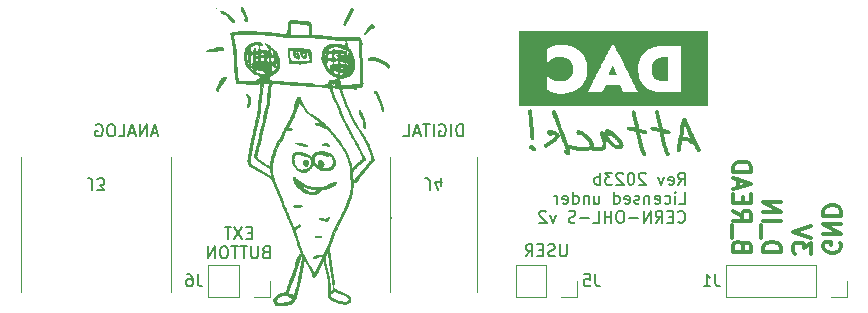
<source format=gbo>
G04 #@! TF.GenerationSoftware,KiCad,Pcbnew,6.0.2+dfsg-1*
G04 #@! TF.CreationDate,2023-05-14T16:37:13-05:00*
G04 #@! TF.ProjectId,dac-attack,6461632d-6174-4746-9163-6b2e6b696361,2023a*
G04 #@! TF.SameCoordinates,Original*
G04 #@! TF.FileFunction,Legend,Bot*
G04 #@! TF.FilePolarity,Positive*
%FSLAX46Y46*%
G04 Gerber Fmt 4.6, Leading zero omitted, Abs format (unit mm)*
G04 Created by KiCad (PCBNEW 6.0.2+dfsg-1) date 2023-05-14 16:37:13*
%MOMM*%
%LPD*%
G01*
G04 APERTURE LIST*
%ADD10C,0.300000*%
%ADD11C,0.150000*%
%ADD12C,0.120000*%
%ADD13C,0.010000*%
%ADD14C,3.200000*%
%ADD15C,2.000000*%
%ADD16C,1.854200*%
%ADD17R,1.700000X1.700000*%
%ADD18O,1.700000X1.700000*%
G04 APERTURE END LIST*
D10*
X172200000Y-85022142D02*
X172271428Y-85165000D01*
X172271428Y-85379285D01*
X172200000Y-85593571D01*
X172057142Y-85736428D01*
X171914285Y-85807857D01*
X171628571Y-85879285D01*
X171414285Y-85879285D01*
X171128571Y-85807857D01*
X170985714Y-85736428D01*
X170842857Y-85593571D01*
X170771428Y-85379285D01*
X170771428Y-85236428D01*
X170842857Y-85022142D01*
X170914285Y-84950714D01*
X171414285Y-84950714D01*
X171414285Y-85236428D01*
X170771428Y-84307857D02*
X172271428Y-84307857D01*
X170771428Y-83450714D01*
X172271428Y-83450714D01*
X170771428Y-82736428D02*
X172271428Y-82736428D01*
X172271428Y-82379285D01*
X172200000Y-82165000D01*
X172057142Y-82022142D01*
X171914285Y-81950714D01*
X171628571Y-81879285D01*
X171414285Y-81879285D01*
X171128571Y-81950714D01*
X170985714Y-82022142D01*
X170842857Y-82165000D01*
X170771428Y-82379285D01*
X170771428Y-82736428D01*
D11*
X149034285Y-85177380D02*
X149034285Y-85986904D01*
X148986666Y-86082142D01*
X148939047Y-86129761D01*
X148843809Y-86177380D01*
X148653333Y-86177380D01*
X148558095Y-86129761D01*
X148510476Y-86082142D01*
X148462857Y-85986904D01*
X148462857Y-85177380D01*
X148034285Y-86129761D02*
X147891428Y-86177380D01*
X147653333Y-86177380D01*
X147558095Y-86129761D01*
X147510476Y-86082142D01*
X147462857Y-85986904D01*
X147462857Y-85891666D01*
X147510476Y-85796428D01*
X147558095Y-85748809D01*
X147653333Y-85701190D01*
X147843809Y-85653571D01*
X147939047Y-85605952D01*
X147986666Y-85558333D01*
X148034285Y-85463095D01*
X148034285Y-85367857D01*
X147986666Y-85272619D01*
X147939047Y-85225000D01*
X147843809Y-85177380D01*
X147605714Y-85177380D01*
X147462857Y-85225000D01*
X147034285Y-85653571D02*
X146700952Y-85653571D01*
X146558095Y-86177380D02*
X147034285Y-86177380D01*
X147034285Y-85177380D01*
X146558095Y-85177380D01*
X145558095Y-86177380D02*
X145891428Y-85701190D01*
X146129523Y-86177380D02*
X146129523Y-85177380D01*
X145748571Y-85177380D01*
X145653333Y-85225000D01*
X145605714Y-85272619D01*
X145558095Y-85367857D01*
X145558095Y-85510714D01*
X145605714Y-85605952D01*
X145653333Y-85653571D01*
X145748571Y-85701190D01*
X146129523Y-85701190D01*
X114379047Y-75731666D02*
X113902857Y-75731666D01*
X114474285Y-76017380D02*
X114140952Y-75017380D01*
X113807619Y-76017380D01*
X113474285Y-76017380D02*
X113474285Y-75017380D01*
X112902857Y-76017380D01*
X112902857Y-75017380D01*
X112474285Y-75731666D02*
X111998095Y-75731666D01*
X112569523Y-76017380D02*
X112236190Y-75017380D01*
X111902857Y-76017380D01*
X111093333Y-76017380D02*
X111569523Y-76017380D01*
X111569523Y-75017380D01*
X110569523Y-75017380D02*
X110379047Y-75017380D01*
X110283809Y-75065000D01*
X110188571Y-75160238D01*
X110140952Y-75350714D01*
X110140952Y-75684047D01*
X110188571Y-75874523D01*
X110283809Y-75969761D01*
X110379047Y-76017380D01*
X110569523Y-76017380D01*
X110664761Y-75969761D01*
X110760000Y-75874523D01*
X110807619Y-75684047D01*
X110807619Y-75350714D01*
X110760000Y-75160238D01*
X110664761Y-75065000D01*
X110569523Y-75017380D01*
X109188571Y-75065000D02*
X109283809Y-75017380D01*
X109426666Y-75017380D01*
X109569523Y-75065000D01*
X109664761Y-75160238D01*
X109712380Y-75255476D01*
X109760000Y-75445952D01*
X109760000Y-75588809D01*
X109712380Y-75779285D01*
X109664761Y-75874523D01*
X109569523Y-75969761D01*
X109426666Y-76017380D01*
X109331428Y-76017380D01*
X109188571Y-75969761D01*
X109140952Y-75922142D01*
X109140952Y-75588809D01*
X109331428Y-75588809D01*
X140247380Y-76017380D02*
X140247380Y-75017380D01*
X140009285Y-75017380D01*
X139866428Y-75065000D01*
X139771190Y-75160238D01*
X139723571Y-75255476D01*
X139675952Y-75445952D01*
X139675952Y-75588809D01*
X139723571Y-75779285D01*
X139771190Y-75874523D01*
X139866428Y-75969761D01*
X140009285Y-76017380D01*
X140247380Y-76017380D01*
X139247380Y-76017380D02*
X139247380Y-75017380D01*
X138247380Y-75065000D02*
X138342619Y-75017380D01*
X138485476Y-75017380D01*
X138628333Y-75065000D01*
X138723571Y-75160238D01*
X138771190Y-75255476D01*
X138818809Y-75445952D01*
X138818809Y-75588809D01*
X138771190Y-75779285D01*
X138723571Y-75874523D01*
X138628333Y-75969761D01*
X138485476Y-76017380D01*
X138390238Y-76017380D01*
X138247380Y-75969761D01*
X138199761Y-75922142D01*
X138199761Y-75588809D01*
X138390238Y-75588809D01*
X137771190Y-76017380D02*
X137771190Y-75017380D01*
X137437857Y-75017380D02*
X136866428Y-75017380D01*
X137152142Y-76017380D02*
X137152142Y-75017380D01*
X136580714Y-75731666D02*
X136104523Y-75731666D01*
X136675952Y-76017380D02*
X136342619Y-75017380D01*
X136009285Y-76017380D01*
X135199761Y-76017380D02*
X135675952Y-76017380D01*
X135675952Y-75017380D01*
D10*
X163937142Y-85307857D02*
X163865714Y-85093571D01*
X163794285Y-85022142D01*
X163651428Y-84950714D01*
X163437142Y-84950714D01*
X163294285Y-85022142D01*
X163222857Y-85093571D01*
X163151428Y-85236428D01*
X163151428Y-85807857D01*
X164651428Y-85807857D01*
X164651428Y-85307857D01*
X164580000Y-85165000D01*
X164508571Y-85093571D01*
X164365714Y-85022142D01*
X164222857Y-85022142D01*
X164080000Y-85093571D01*
X164008571Y-85165000D01*
X163937142Y-85307857D01*
X163937142Y-85807857D01*
X163008571Y-84665000D02*
X163008571Y-83522142D01*
X163151428Y-82307857D02*
X163865714Y-82807857D01*
X163151428Y-83165000D02*
X164651428Y-83165000D01*
X164651428Y-82593571D01*
X164580000Y-82450714D01*
X164508571Y-82379285D01*
X164365714Y-82307857D01*
X164151428Y-82307857D01*
X164008571Y-82379285D01*
X163937142Y-82450714D01*
X163865714Y-82593571D01*
X163865714Y-83165000D01*
X163937142Y-81665000D02*
X163937142Y-81165000D01*
X163151428Y-80950714D02*
X163151428Y-81665000D01*
X164651428Y-81665000D01*
X164651428Y-80950714D01*
X163580000Y-80379285D02*
X163580000Y-79665000D01*
X163151428Y-80522142D02*
X164651428Y-80022142D01*
X163151428Y-79522142D01*
X163151428Y-79022142D02*
X164651428Y-79022142D01*
X164651428Y-78665000D01*
X164580000Y-78450714D01*
X164437142Y-78307857D01*
X164294285Y-78236428D01*
X164008571Y-78165000D01*
X163794285Y-78165000D01*
X163508571Y-78236428D01*
X163365714Y-78307857D01*
X163222857Y-78450714D01*
X163151428Y-78665000D01*
X163151428Y-79022142D01*
D11*
X122356428Y-84213571D02*
X122023095Y-84213571D01*
X121880238Y-84737380D02*
X122356428Y-84737380D01*
X122356428Y-83737380D01*
X121880238Y-83737380D01*
X121546904Y-83737380D02*
X120880238Y-84737380D01*
X120880238Y-83737380D02*
X121546904Y-84737380D01*
X120642142Y-83737380D02*
X120070714Y-83737380D01*
X120356428Y-84737380D02*
X120356428Y-83737380D01*
X123546904Y-85823571D02*
X123404047Y-85871190D01*
X123356428Y-85918809D01*
X123308809Y-86014047D01*
X123308809Y-86156904D01*
X123356428Y-86252142D01*
X123404047Y-86299761D01*
X123499285Y-86347380D01*
X123880238Y-86347380D01*
X123880238Y-85347380D01*
X123546904Y-85347380D01*
X123451666Y-85395000D01*
X123404047Y-85442619D01*
X123356428Y-85537857D01*
X123356428Y-85633095D01*
X123404047Y-85728333D01*
X123451666Y-85775952D01*
X123546904Y-85823571D01*
X123880238Y-85823571D01*
X122880238Y-85347380D02*
X122880238Y-86156904D01*
X122832619Y-86252142D01*
X122785000Y-86299761D01*
X122689761Y-86347380D01*
X122499285Y-86347380D01*
X122404047Y-86299761D01*
X122356428Y-86252142D01*
X122308809Y-86156904D01*
X122308809Y-85347380D01*
X121975476Y-85347380D02*
X121404047Y-85347380D01*
X121689761Y-86347380D02*
X121689761Y-85347380D01*
X121213571Y-85347380D02*
X120642142Y-85347380D01*
X120927857Y-86347380D02*
X120927857Y-85347380D01*
X120118333Y-85347380D02*
X119927857Y-85347380D01*
X119832619Y-85395000D01*
X119737380Y-85490238D01*
X119689761Y-85680714D01*
X119689761Y-86014047D01*
X119737380Y-86204523D01*
X119832619Y-86299761D01*
X119927857Y-86347380D01*
X120118333Y-86347380D01*
X120213571Y-86299761D01*
X120308809Y-86204523D01*
X120356428Y-86014047D01*
X120356428Y-85680714D01*
X120308809Y-85490238D01*
X120213571Y-85395000D01*
X120118333Y-85347380D01*
X119261190Y-86347380D02*
X119261190Y-85347380D01*
X118689761Y-86347380D01*
X118689761Y-85347380D01*
X158477976Y-80122380D02*
X158811309Y-79646190D01*
X159049404Y-80122380D02*
X159049404Y-79122380D01*
X158668452Y-79122380D01*
X158573214Y-79170000D01*
X158525595Y-79217619D01*
X158477976Y-79312857D01*
X158477976Y-79455714D01*
X158525595Y-79550952D01*
X158573214Y-79598571D01*
X158668452Y-79646190D01*
X159049404Y-79646190D01*
X157668452Y-80074761D02*
X157763690Y-80122380D01*
X157954166Y-80122380D01*
X158049404Y-80074761D01*
X158097023Y-79979523D01*
X158097023Y-79598571D01*
X158049404Y-79503333D01*
X157954166Y-79455714D01*
X157763690Y-79455714D01*
X157668452Y-79503333D01*
X157620833Y-79598571D01*
X157620833Y-79693809D01*
X158097023Y-79789047D01*
X157287500Y-79455714D02*
X157049404Y-80122380D01*
X156811309Y-79455714D01*
X155716071Y-79217619D02*
X155668452Y-79170000D01*
X155573214Y-79122380D01*
X155335119Y-79122380D01*
X155239880Y-79170000D01*
X155192261Y-79217619D01*
X155144642Y-79312857D01*
X155144642Y-79408095D01*
X155192261Y-79550952D01*
X155763690Y-80122380D01*
X155144642Y-80122380D01*
X154525595Y-79122380D02*
X154430357Y-79122380D01*
X154335119Y-79170000D01*
X154287500Y-79217619D01*
X154239880Y-79312857D01*
X154192261Y-79503333D01*
X154192261Y-79741428D01*
X154239880Y-79931904D01*
X154287500Y-80027142D01*
X154335119Y-80074761D01*
X154430357Y-80122380D01*
X154525595Y-80122380D01*
X154620833Y-80074761D01*
X154668452Y-80027142D01*
X154716071Y-79931904D01*
X154763690Y-79741428D01*
X154763690Y-79503333D01*
X154716071Y-79312857D01*
X154668452Y-79217619D01*
X154620833Y-79170000D01*
X154525595Y-79122380D01*
X153811309Y-79217619D02*
X153763690Y-79170000D01*
X153668452Y-79122380D01*
X153430357Y-79122380D01*
X153335119Y-79170000D01*
X153287500Y-79217619D01*
X153239880Y-79312857D01*
X153239880Y-79408095D01*
X153287500Y-79550952D01*
X153858928Y-80122380D01*
X153239880Y-80122380D01*
X152906547Y-79122380D02*
X152287500Y-79122380D01*
X152620833Y-79503333D01*
X152477976Y-79503333D01*
X152382738Y-79550952D01*
X152335119Y-79598571D01*
X152287500Y-79693809D01*
X152287500Y-79931904D01*
X152335119Y-80027142D01*
X152382738Y-80074761D01*
X152477976Y-80122380D01*
X152763690Y-80122380D01*
X152858928Y-80074761D01*
X152906547Y-80027142D01*
X151858928Y-80122380D02*
X151858928Y-79122380D01*
X151858928Y-79503333D02*
X151763690Y-79455714D01*
X151573214Y-79455714D01*
X151477976Y-79503333D01*
X151430357Y-79550952D01*
X151382738Y-79646190D01*
X151382738Y-79931904D01*
X151430357Y-80027142D01*
X151477976Y-80074761D01*
X151573214Y-80122380D01*
X151763690Y-80122380D01*
X151858928Y-80074761D01*
X158573214Y-81732380D02*
X159049404Y-81732380D01*
X159049404Y-80732380D01*
X158239880Y-81732380D02*
X158239880Y-81065714D01*
X158239880Y-80732380D02*
X158287500Y-80780000D01*
X158239880Y-80827619D01*
X158192261Y-80780000D01*
X158239880Y-80732380D01*
X158239880Y-80827619D01*
X157335119Y-81684761D02*
X157430357Y-81732380D01*
X157620833Y-81732380D01*
X157716071Y-81684761D01*
X157763690Y-81637142D01*
X157811309Y-81541904D01*
X157811309Y-81256190D01*
X157763690Y-81160952D01*
X157716071Y-81113333D01*
X157620833Y-81065714D01*
X157430357Y-81065714D01*
X157335119Y-81113333D01*
X156525595Y-81684761D02*
X156620833Y-81732380D01*
X156811309Y-81732380D01*
X156906547Y-81684761D01*
X156954166Y-81589523D01*
X156954166Y-81208571D01*
X156906547Y-81113333D01*
X156811309Y-81065714D01*
X156620833Y-81065714D01*
X156525595Y-81113333D01*
X156477976Y-81208571D01*
X156477976Y-81303809D01*
X156954166Y-81399047D01*
X156049404Y-81065714D02*
X156049404Y-81732380D01*
X156049404Y-81160952D02*
X156001785Y-81113333D01*
X155906547Y-81065714D01*
X155763690Y-81065714D01*
X155668452Y-81113333D01*
X155620833Y-81208571D01*
X155620833Y-81732380D01*
X155192261Y-81684761D02*
X155097023Y-81732380D01*
X154906547Y-81732380D01*
X154811309Y-81684761D01*
X154763690Y-81589523D01*
X154763690Y-81541904D01*
X154811309Y-81446666D01*
X154906547Y-81399047D01*
X155049404Y-81399047D01*
X155144642Y-81351428D01*
X155192261Y-81256190D01*
X155192261Y-81208571D01*
X155144642Y-81113333D01*
X155049404Y-81065714D01*
X154906547Y-81065714D01*
X154811309Y-81113333D01*
X153954166Y-81684761D02*
X154049404Y-81732380D01*
X154239880Y-81732380D01*
X154335119Y-81684761D01*
X154382738Y-81589523D01*
X154382738Y-81208571D01*
X154335119Y-81113333D01*
X154239880Y-81065714D01*
X154049404Y-81065714D01*
X153954166Y-81113333D01*
X153906547Y-81208571D01*
X153906547Y-81303809D01*
X154382738Y-81399047D01*
X153049404Y-81732380D02*
X153049404Y-80732380D01*
X153049404Y-81684761D02*
X153144642Y-81732380D01*
X153335119Y-81732380D01*
X153430357Y-81684761D01*
X153477976Y-81637142D01*
X153525595Y-81541904D01*
X153525595Y-81256190D01*
X153477976Y-81160952D01*
X153430357Y-81113333D01*
X153335119Y-81065714D01*
X153144642Y-81065714D01*
X153049404Y-81113333D01*
X151382738Y-81065714D02*
X151382738Y-81732380D01*
X151811309Y-81065714D02*
X151811309Y-81589523D01*
X151763690Y-81684761D01*
X151668452Y-81732380D01*
X151525595Y-81732380D01*
X151430357Y-81684761D01*
X151382738Y-81637142D01*
X150906547Y-81065714D02*
X150906547Y-81732380D01*
X150906547Y-81160952D02*
X150858928Y-81113333D01*
X150763690Y-81065714D01*
X150620833Y-81065714D01*
X150525595Y-81113333D01*
X150477976Y-81208571D01*
X150477976Y-81732380D01*
X149573214Y-81732380D02*
X149573214Y-80732380D01*
X149573214Y-81684761D02*
X149668452Y-81732380D01*
X149858928Y-81732380D01*
X149954166Y-81684761D01*
X150001785Y-81637142D01*
X150049404Y-81541904D01*
X150049404Y-81256190D01*
X150001785Y-81160952D01*
X149954166Y-81113333D01*
X149858928Y-81065714D01*
X149668452Y-81065714D01*
X149573214Y-81113333D01*
X148716071Y-81684761D02*
X148811309Y-81732380D01*
X149001785Y-81732380D01*
X149097023Y-81684761D01*
X149144642Y-81589523D01*
X149144642Y-81208571D01*
X149097023Y-81113333D01*
X149001785Y-81065714D01*
X148811309Y-81065714D01*
X148716071Y-81113333D01*
X148668452Y-81208571D01*
X148668452Y-81303809D01*
X149144642Y-81399047D01*
X148239880Y-81732380D02*
X148239880Y-81065714D01*
X148239880Y-81256190D02*
X148192261Y-81160952D01*
X148144642Y-81113333D01*
X148049404Y-81065714D01*
X147954166Y-81065714D01*
X158477976Y-83247142D02*
X158525595Y-83294761D01*
X158668452Y-83342380D01*
X158763690Y-83342380D01*
X158906547Y-83294761D01*
X159001785Y-83199523D01*
X159049404Y-83104285D01*
X159097023Y-82913809D01*
X159097023Y-82770952D01*
X159049404Y-82580476D01*
X159001785Y-82485238D01*
X158906547Y-82390000D01*
X158763690Y-82342380D01*
X158668452Y-82342380D01*
X158525595Y-82390000D01*
X158477976Y-82437619D01*
X158049404Y-82818571D02*
X157716071Y-82818571D01*
X157573214Y-83342380D02*
X158049404Y-83342380D01*
X158049404Y-82342380D01*
X157573214Y-82342380D01*
X156573214Y-83342380D02*
X156906547Y-82866190D01*
X157144642Y-83342380D02*
X157144642Y-82342380D01*
X156763690Y-82342380D01*
X156668452Y-82390000D01*
X156620833Y-82437619D01*
X156573214Y-82532857D01*
X156573214Y-82675714D01*
X156620833Y-82770952D01*
X156668452Y-82818571D01*
X156763690Y-82866190D01*
X157144642Y-82866190D01*
X156144642Y-83342380D02*
X156144642Y-82342380D01*
X155573214Y-83342380D01*
X155573214Y-82342380D01*
X155097023Y-82961428D02*
X154335119Y-82961428D01*
X153668452Y-82342380D02*
X153477976Y-82342380D01*
X153382738Y-82390000D01*
X153287500Y-82485238D01*
X153239880Y-82675714D01*
X153239880Y-83009047D01*
X153287500Y-83199523D01*
X153382738Y-83294761D01*
X153477976Y-83342380D01*
X153668452Y-83342380D01*
X153763690Y-83294761D01*
X153858928Y-83199523D01*
X153906547Y-83009047D01*
X153906547Y-82675714D01*
X153858928Y-82485238D01*
X153763690Y-82390000D01*
X153668452Y-82342380D01*
X152811309Y-83342380D02*
X152811309Y-82342380D01*
X152811309Y-82818571D02*
X152239880Y-82818571D01*
X152239880Y-83342380D02*
X152239880Y-82342380D01*
X151287500Y-83342380D02*
X151763690Y-83342380D01*
X151763690Y-82342380D01*
X150954166Y-82961428D02*
X150192261Y-82961428D01*
X149763690Y-83294761D02*
X149620833Y-83342380D01*
X149382738Y-83342380D01*
X149287500Y-83294761D01*
X149239880Y-83247142D01*
X149192261Y-83151904D01*
X149192261Y-83056666D01*
X149239880Y-82961428D01*
X149287500Y-82913809D01*
X149382738Y-82866190D01*
X149573214Y-82818571D01*
X149668452Y-82770952D01*
X149716071Y-82723333D01*
X149763690Y-82628095D01*
X149763690Y-82532857D01*
X149716071Y-82437619D01*
X149668452Y-82390000D01*
X149573214Y-82342380D01*
X149335119Y-82342380D01*
X149192261Y-82390000D01*
X148097023Y-82675714D02*
X147858928Y-83342380D01*
X147620833Y-82675714D01*
X147287500Y-82437619D02*
X147239880Y-82390000D01*
X147144642Y-82342380D01*
X146906547Y-82342380D01*
X146811309Y-82390000D01*
X146763690Y-82437619D01*
X146716071Y-82532857D01*
X146716071Y-82628095D01*
X146763690Y-82770952D01*
X147335119Y-83342380D01*
X146716071Y-83342380D01*
D10*
X169731428Y-85950714D02*
X169731428Y-85022142D01*
X169160000Y-85522142D01*
X169160000Y-85307857D01*
X169088571Y-85165000D01*
X169017142Y-85093571D01*
X168874285Y-85022142D01*
X168517142Y-85022142D01*
X168374285Y-85093571D01*
X168302857Y-85165000D01*
X168231428Y-85307857D01*
X168231428Y-85736428D01*
X168302857Y-85879285D01*
X168374285Y-85950714D01*
X169731428Y-84593571D02*
X168231428Y-84093571D01*
X169731428Y-83593571D01*
X165661428Y-85807857D02*
X167161428Y-85807857D01*
X167161428Y-85450714D01*
X167090000Y-85236428D01*
X166947142Y-85093571D01*
X166804285Y-85022142D01*
X166518571Y-84950714D01*
X166304285Y-84950714D01*
X166018571Y-85022142D01*
X165875714Y-85093571D01*
X165732857Y-85236428D01*
X165661428Y-85450714D01*
X165661428Y-85807857D01*
X165518571Y-84665000D02*
X165518571Y-83522142D01*
X165661428Y-83165000D02*
X167161428Y-83165000D01*
X165661428Y-82450714D02*
X167161428Y-82450714D01*
X165661428Y-81593571D01*
X167161428Y-81593571D01*
D11*
X137461666Y-80557619D02*
X137461666Y-79843333D01*
X137414047Y-79700476D01*
X137318809Y-79605238D01*
X137175952Y-79557619D01*
X137080714Y-79557619D01*
X138366428Y-80224285D02*
X138366428Y-79557619D01*
X138128333Y-80605238D02*
X137890238Y-79890952D01*
X138509285Y-79890952D01*
X108886666Y-80557619D02*
X108886666Y-79843333D01*
X108839047Y-79700476D01*
X108743809Y-79605238D01*
X108600952Y-79557619D01*
X108505714Y-79557619D01*
X109267619Y-80557619D02*
X109886666Y-80557619D01*
X109553333Y-80176666D01*
X109696190Y-80176666D01*
X109791428Y-80129047D01*
X109839047Y-80081428D01*
X109886666Y-79986190D01*
X109886666Y-79748095D01*
X109839047Y-79652857D01*
X109791428Y-79605238D01*
X109696190Y-79557619D01*
X109410476Y-79557619D01*
X109315238Y-79605238D01*
X109267619Y-79652857D01*
X151463333Y-87717380D02*
X151463333Y-88431666D01*
X151510952Y-88574523D01*
X151606190Y-88669761D01*
X151749047Y-88717380D01*
X151844285Y-88717380D01*
X150510952Y-87717380D02*
X150987142Y-87717380D01*
X151034761Y-88193571D01*
X150987142Y-88145952D01*
X150891904Y-88098333D01*
X150653809Y-88098333D01*
X150558571Y-88145952D01*
X150510952Y-88193571D01*
X150463333Y-88288809D01*
X150463333Y-88526904D01*
X150510952Y-88622142D01*
X150558571Y-88669761D01*
X150653809Y-88717380D01*
X150891904Y-88717380D01*
X150987142Y-88669761D01*
X151034761Y-88622142D01*
X161623333Y-87717380D02*
X161623333Y-88431666D01*
X161670952Y-88574523D01*
X161766190Y-88669761D01*
X161909047Y-88717380D01*
X162004285Y-88717380D01*
X160623333Y-88717380D02*
X161194761Y-88717380D01*
X160909047Y-88717380D02*
X160909047Y-87717380D01*
X161004285Y-87860238D01*
X161099523Y-87955476D01*
X161194761Y-88003095D01*
X117808333Y-87717380D02*
X117808333Y-88431666D01*
X117855952Y-88574523D01*
X117951190Y-88669761D01*
X118094047Y-88717380D01*
X118189285Y-88717380D01*
X116903571Y-87717380D02*
X117094047Y-87717380D01*
X117189285Y-87765000D01*
X117236904Y-87812619D01*
X117332142Y-87955476D01*
X117379761Y-88145952D01*
X117379761Y-88526904D01*
X117332142Y-88622142D01*
X117284523Y-88669761D01*
X117189285Y-88717380D01*
X116998809Y-88717380D01*
X116903571Y-88669761D01*
X116855952Y-88622142D01*
X116808333Y-88526904D01*
X116808333Y-88288809D01*
X116855952Y-88193571D01*
X116903571Y-88145952D01*
X116998809Y-88098333D01*
X117189285Y-88098333D01*
X117284523Y-88145952D01*
X117332142Y-88193571D01*
X117379761Y-88288809D01*
D12*
X134110000Y-89238550D02*
X134110000Y-77808550D01*
X141480000Y-77808550D02*
X141480000Y-89238550D01*
X102870000Y-89238550D02*
X102870000Y-77808550D01*
X115570000Y-77808550D02*
X115570000Y-89238550D01*
X147325000Y-86935000D02*
X144725000Y-86935000D01*
X147325000Y-89595000D02*
X144725000Y-89595000D01*
X147325000Y-89595000D02*
X147325000Y-86935000D01*
X144725000Y-89595000D02*
X144725000Y-86935000D01*
X149925000Y-89595000D02*
X149925000Y-88265000D01*
X148595000Y-89595000D02*
X149925000Y-89595000D01*
X171450000Y-89595000D02*
X172780000Y-89595000D01*
X162500000Y-89595000D02*
X162500000Y-86935000D01*
X172780000Y-89595000D02*
X172780000Y-88265000D01*
X170180000Y-86935000D02*
X162500000Y-86935000D01*
X170180000Y-89595000D02*
X170180000Y-86935000D01*
X170180000Y-89595000D02*
X162500000Y-89595000D01*
D13*
X134187595Y-82924952D02*
X134186509Y-82935718D01*
X134186509Y-82935718D02*
X134187595Y-82937048D01*
X134187595Y-82937048D02*
X134192988Y-82935802D01*
X134192988Y-82935802D02*
X134193642Y-82931000D01*
X134193642Y-82931000D02*
X134190323Y-82923533D01*
X134190323Y-82923533D02*
X134187595Y-82924952D01*
X134187595Y-82924952D02*
X134187595Y-82924952D01*
G36*
X134193642Y-82931000D02*
G01*
X134192988Y-82935802D01*
X134187595Y-82937048D01*
X134186509Y-82935718D01*
X134187595Y-82924952D01*
X134190323Y-82923533D01*
X134193642Y-82931000D01*
G37*
X134193642Y-82931000D02*
X134192988Y-82935802D01*
X134187595Y-82937048D01*
X134186509Y-82935718D01*
X134187595Y-82924952D01*
X134190323Y-82923533D01*
X134193642Y-82931000D01*
X131465512Y-73781916D02*
X131461847Y-73786347D01*
X131461847Y-73786347D02*
X131445218Y-73820278D01*
X131445218Y-73820278D02*
X131438175Y-73868142D01*
X131438175Y-73868142D02*
X131440613Y-73928529D01*
X131440613Y-73928529D02*
X131452432Y-74000033D01*
X131452432Y-74000033D02*
X131473530Y-74081245D01*
X131473530Y-74081245D02*
X131486130Y-74120902D01*
X131486130Y-74120902D02*
X131510089Y-74187900D01*
X131510089Y-74187900D02*
X131535401Y-74250555D01*
X131535401Y-74250555D02*
X131561139Y-74307321D01*
X131561139Y-74307321D02*
X131586375Y-74356654D01*
X131586375Y-74356654D02*
X131610183Y-74397010D01*
X131610183Y-74397010D02*
X131631634Y-74426843D01*
X131631634Y-74426843D02*
X131649802Y-74444610D01*
X131649802Y-74444610D02*
X131663760Y-74448765D01*
X131663760Y-74448765D02*
X131672579Y-74437765D01*
X131672579Y-74437765D02*
X131673701Y-74433339D01*
X131673701Y-74433339D02*
X131678354Y-74428347D01*
X131678354Y-74428347D02*
X131688098Y-74438222D01*
X131688098Y-74438222D02*
X131700751Y-74458286D01*
X131700751Y-74458286D02*
X131722141Y-74500312D01*
X131722141Y-74500312D02*
X131740031Y-74548002D01*
X131740031Y-74548002D02*
X131754868Y-74603580D01*
X131754868Y-74603580D02*
X131767096Y-74669272D01*
X131767096Y-74669272D02*
X131777164Y-74747305D01*
X131777164Y-74747305D02*
X131785515Y-74839903D01*
X131785515Y-74839903D02*
X131789851Y-74902786D01*
X131789851Y-74902786D02*
X131796811Y-74999648D01*
X131796811Y-74999648D02*
X131804752Y-75080423D01*
X131804752Y-75080423D02*
X131814147Y-75147161D01*
X131814147Y-75147161D02*
X131825469Y-75201909D01*
X131825469Y-75201909D02*
X131839191Y-75246717D01*
X131839191Y-75246717D02*
X131855785Y-75283633D01*
X131855785Y-75283633D02*
X131875726Y-75314707D01*
X131875726Y-75314707D02*
X131888550Y-75330343D01*
X131888550Y-75330343D02*
X131907971Y-75351769D01*
X131907971Y-75351769D02*
X131918883Y-75360992D01*
X131918883Y-75360992D02*
X131924786Y-75359407D01*
X131924786Y-75359407D02*
X131929182Y-75348410D01*
X131929182Y-75348410D02*
X131929703Y-75346751D01*
X131929703Y-75346751D02*
X131933401Y-75325536D01*
X131933401Y-75325536D02*
X131936492Y-75289620D01*
X131936492Y-75289620D02*
X131938932Y-75242441D01*
X131938932Y-75242441D02*
X131940674Y-75187431D01*
X131940674Y-75187431D02*
X131941675Y-75128026D01*
X131941675Y-75128026D02*
X131941889Y-75067660D01*
X131941889Y-75067660D02*
X131941271Y-75009769D01*
X131941271Y-75009769D02*
X131939777Y-74957786D01*
X131939777Y-74957786D02*
X131937360Y-74915148D01*
X131937360Y-74915148D02*
X131935594Y-74896688D01*
X131935594Y-74896688D02*
X131905603Y-74716009D01*
X131905603Y-74716009D02*
X131858242Y-74533373D01*
X131858242Y-74533373D02*
X131793994Y-74350034D01*
X131793994Y-74350034D02*
X131713348Y-74167248D01*
X131713348Y-74167248D02*
X131616787Y-73986269D01*
X131616787Y-73986269D02*
X131527761Y-73842653D01*
X131527761Y-73842653D02*
X131504962Y-73808381D01*
X131504962Y-73808381D02*
X131489734Y-73787219D01*
X131489734Y-73787219D02*
X131479682Y-73777120D01*
X131479682Y-73777120D02*
X131472407Y-73776034D01*
X131472407Y-73776034D02*
X131465512Y-73781916D01*
X131465512Y-73781916D02*
X131465512Y-73781916D01*
G36*
X131479682Y-73777120D02*
G01*
X131489734Y-73787219D01*
X131504962Y-73808381D01*
X131527761Y-73842653D01*
X131616787Y-73986269D01*
X131713348Y-74167248D01*
X131793994Y-74350034D01*
X131858242Y-74533373D01*
X131905603Y-74716009D01*
X131935594Y-74896688D01*
X131937360Y-74915148D01*
X131939777Y-74957786D01*
X131941271Y-75009769D01*
X131941889Y-75067660D01*
X131941675Y-75128026D01*
X131940674Y-75187431D01*
X131938932Y-75242441D01*
X131936492Y-75289620D01*
X131933401Y-75325536D01*
X131929703Y-75346751D01*
X131929182Y-75348410D01*
X131924786Y-75359407D01*
X131918883Y-75360992D01*
X131907971Y-75351769D01*
X131888550Y-75330343D01*
X131875726Y-75314707D01*
X131855785Y-75283633D01*
X131839191Y-75246717D01*
X131825469Y-75201909D01*
X131814147Y-75147161D01*
X131804752Y-75080423D01*
X131796811Y-74999648D01*
X131789851Y-74902786D01*
X131785515Y-74839903D01*
X131777164Y-74747305D01*
X131767096Y-74669272D01*
X131754868Y-74603580D01*
X131740031Y-74548002D01*
X131722141Y-74500312D01*
X131700751Y-74458286D01*
X131688098Y-74438222D01*
X131678354Y-74428347D01*
X131673701Y-74433339D01*
X131672579Y-74437765D01*
X131663760Y-74448765D01*
X131649802Y-74444610D01*
X131631634Y-74426843D01*
X131610183Y-74397010D01*
X131586375Y-74356654D01*
X131561139Y-74307321D01*
X131535401Y-74250555D01*
X131510089Y-74187900D01*
X131486130Y-74120902D01*
X131473530Y-74081245D01*
X131452432Y-74000033D01*
X131440613Y-73928529D01*
X131438175Y-73868142D01*
X131445218Y-73820278D01*
X131461847Y-73786347D01*
X131465512Y-73781916D01*
X131472407Y-73776034D01*
X131479682Y-73777120D01*
G37*
X131479682Y-73777120D02*
X131489734Y-73787219D01*
X131504962Y-73808381D01*
X131527761Y-73842653D01*
X131616787Y-73986269D01*
X131713348Y-74167248D01*
X131793994Y-74350034D01*
X131858242Y-74533373D01*
X131905603Y-74716009D01*
X131935594Y-74896688D01*
X131937360Y-74915148D01*
X131939777Y-74957786D01*
X131941271Y-75009769D01*
X131941889Y-75067660D01*
X131941675Y-75128026D01*
X131940674Y-75187431D01*
X131938932Y-75242441D01*
X131936492Y-75289620D01*
X131933401Y-75325536D01*
X131929703Y-75346751D01*
X131929182Y-75348410D01*
X131924786Y-75359407D01*
X131918883Y-75360992D01*
X131907971Y-75351769D01*
X131888550Y-75330343D01*
X131875726Y-75314707D01*
X131855785Y-75283633D01*
X131839191Y-75246717D01*
X131825469Y-75201909D01*
X131814147Y-75147161D01*
X131804752Y-75080423D01*
X131796811Y-74999648D01*
X131789851Y-74902786D01*
X131785515Y-74839903D01*
X131777164Y-74747305D01*
X131767096Y-74669272D01*
X131754868Y-74603580D01*
X131740031Y-74548002D01*
X131722141Y-74500312D01*
X131700751Y-74458286D01*
X131688098Y-74438222D01*
X131678354Y-74428347D01*
X131673701Y-74433339D01*
X131672579Y-74437765D01*
X131663760Y-74448765D01*
X131649802Y-74444610D01*
X131631634Y-74426843D01*
X131610183Y-74397010D01*
X131586375Y-74356654D01*
X131561139Y-74307321D01*
X131535401Y-74250555D01*
X131510089Y-74187900D01*
X131486130Y-74120902D01*
X131473530Y-74081245D01*
X131452432Y-74000033D01*
X131440613Y-73928529D01*
X131438175Y-73868142D01*
X131445218Y-73820278D01*
X131461847Y-73786347D01*
X131465512Y-73781916D01*
X131472407Y-73776034D01*
X131479682Y-73777120D01*
X132771832Y-72165830D02*
X132740680Y-72182252D01*
X132740680Y-72182252D02*
X132737266Y-72185481D01*
X132737266Y-72185481D02*
X132719039Y-72214710D01*
X132719039Y-72214710D02*
X132717628Y-72247914D01*
X132717628Y-72247914D02*
X132732480Y-72283819D01*
X132732480Y-72283819D02*
X132763042Y-72321153D01*
X132763042Y-72321153D02*
X132808762Y-72358644D01*
X132808762Y-72358644D02*
X132813981Y-72362240D01*
X132813981Y-72362240D02*
X132845073Y-72385733D01*
X132845073Y-72385733D02*
X132869783Y-72411205D01*
X132869783Y-72411205D02*
X132893205Y-72444449D01*
X132893205Y-72444449D02*
X132907901Y-72469044D01*
X132907901Y-72469044D02*
X133007330Y-72657441D01*
X133007330Y-72657441D02*
X133096928Y-72859624D01*
X133096928Y-72859624D02*
X133175983Y-73073693D01*
X133175983Y-73073693D02*
X133243783Y-73297752D01*
X133243783Y-73297752D02*
X133291492Y-73492179D01*
X133291492Y-73492179D02*
X133302682Y-73540885D01*
X133302682Y-73540885D02*
X133311752Y-73576023D01*
X133311752Y-73576023D02*
X133318338Y-73596378D01*
X133318338Y-73596378D02*
X133322076Y-73600736D01*
X133322076Y-73600736D02*
X133322765Y-73596500D01*
X133322765Y-73596500D02*
X133324570Y-73587610D01*
X133324570Y-73587610D02*
X133328979Y-73592775D01*
X133328979Y-73592775D02*
X133336413Y-73613033D01*
X133336413Y-73613033D02*
X133347292Y-73649420D01*
X133347292Y-73649420D02*
X133354050Y-73673607D01*
X133354050Y-73673607D02*
X133373352Y-73741481D01*
X133373352Y-73741481D02*
X133389898Y-73794152D01*
X133389898Y-73794152D02*
X133404689Y-73834167D01*
X133404689Y-73834167D02*
X133418730Y-73864072D01*
X133418730Y-73864072D02*
X133433021Y-73886414D01*
X133433021Y-73886414D02*
X133442086Y-73897196D01*
X133442086Y-73897196D02*
X133461426Y-73915910D01*
X133461426Y-73915910D02*
X133475479Y-73922013D01*
X133475479Y-73922013D02*
X133489835Y-73917415D01*
X133489835Y-73917415D02*
X133493956Y-73914925D01*
X133493956Y-73914925D02*
X133499343Y-73908529D01*
X133499343Y-73908529D02*
X133501836Y-73895827D01*
X133501836Y-73895827D02*
X133501486Y-73873531D01*
X133501486Y-73873531D02*
X133498343Y-73838350D01*
X133498343Y-73838350D02*
X133495522Y-73813011D01*
X133495522Y-73813011D02*
X133479745Y-73699054D01*
X133479745Y-73699054D02*
X133458284Y-73583327D01*
X133458284Y-73583327D02*
X133430606Y-73464139D01*
X133430606Y-73464139D02*
X133396173Y-73339799D01*
X133396173Y-73339799D02*
X133354451Y-73208615D01*
X133354451Y-73208615D02*
X133304904Y-73068897D01*
X133304904Y-73068897D02*
X133246997Y-72918953D01*
X133246997Y-72918953D02*
X133180193Y-72757092D01*
X133180193Y-72757092D02*
X133109489Y-72594107D01*
X133109489Y-72594107D02*
X133069595Y-72504543D01*
X133069595Y-72504543D02*
X133035688Y-72430098D01*
X133035688Y-72430098D02*
X133006771Y-72369145D01*
X133006771Y-72369145D02*
X132981846Y-72320058D01*
X132981846Y-72320058D02*
X132959916Y-72281210D01*
X132959916Y-72281210D02*
X132939983Y-72250975D01*
X132939983Y-72250975D02*
X132921051Y-72227727D01*
X132921051Y-72227727D02*
X132902122Y-72209840D01*
X132902122Y-72209840D02*
X132882199Y-72195687D01*
X132882199Y-72195687D02*
X132860285Y-72183643D01*
X132860285Y-72183643D02*
X132856702Y-72181887D01*
X132856702Y-72181887D02*
X132810411Y-72165711D01*
X132810411Y-72165711D02*
X132771832Y-72165830D01*
X132771832Y-72165830D02*
X132771832Y-72165830D01*
G36*
X132856702Y-72181887D02*
G01*
X132860285Y-72183643D01*
X132882199Y-72195687D01*
X132902122Y-72209840D01*
X132921051Y-72227727D01*
X132939983Y-72250975D01*
X132959916Y-72281210D01*
X132981846Y-72320058D01*
X133006771Y-72369145D01*
X133035688Y-72430098D01*
X133069595Y-72504543D01*
X133109489Y-72594107D01*
X133180193Y-72757092D01*
X133246997Y-72918953D01*
X133304904Y-73068897D01*
X133354451Y-73208615D01*
X133396173Y-73339799D01*
X133430606Y-73464139D01*
X133458284Y-73583327D01*
X133479745Y-73699054D01*
X133495522Y-73813011D01*
X133498343Y-73838350D01*
X133501486Y-73873531D01*
X133501836Y-73895827D01*
X133499343Y-73908529D01*
X133493956Y-73914925D01*
X133489835Y-73917415D01*
X133475479Y-73922013D01*
X133461426Y-73915910D01*
X133442086Y-73897196D01*
X133433021Y-73886414D01*
X133418730Y-73864072D01*
X133404689Y-73834167D01*
X133389898Y-73794152D01*
X133373352Y-73741481D01*
X133354050Y-73673607D01*
X133347292Y-73649420D01*
X133336413Y-73613033D01*
X133328979Y-73592775D01*
X133324570Y-73587610D01*
X133322765Y-73596500D01*
X133322076Y-73600736D01*
X133318338Y-73596378D01*
X133311752Y-73576023D01*
X133302682Y-73540885D01*
X133291492Y-73492179D01*
X133243783Y-73297752D01*
X133175983Y-73073693D01*
X133096928Y-72859624D01*
X133007330Y-72657441D01*
X132907901Y-72469044D01*
X132893205Y-72444449D01*
X132869783Y-72411205D01*
X132845073Y-72385733D01*
X132813981Y-72362240D01*
X132808762Y-72358644D01*
X132763042Y-72321153D01*
X132732480Y-72283819D01*
X132717628Y-72247914D01*
X132719039Y-72214710D01*
X132737266Y-72185481D01*
X132740680Y-72182252D01*
X132771832Y-72165830D01*
X132810411Y-72165711D01*
X132856702Y-72181887D01*
G37*
X132856702Y-72181887D02*
X132860285Y-72183643D01*
X132882199Y-72195687D01*
X132902122Y-72209840D01*
X132921051Y-72227727D01*
X132939983Y-72250975D01*
X132959916Y-72281210D01*
X132981846Y-72320058D01*
X133006771Y-72369145D01*
X133035688Y-72430098D01*
X133069595Y-72504543D01*
X133109489Y-72594107D01*
X133180193Y-72757092D01*
X133246997Y-72918953D01*
X133304904Y-73068897D01*
X133354451Y-73208615D01*
X133396173Y-73339799D01*
X133430606Y-73464139D01*
X133458284Y-73583327D01*
X133479745Y-73699054D01*
X133495522Y-73813011D01*
X133498343Y-73838350D01*
X133501486Y-73873531D01*
X133501836Y-73895827D01*
X133499343Y-73908529D01*
X133493956Y-73914925D01*
X133489835Y-73917415D01*
X133475479Y-73922013D01*
X133461426Y-73915910D01*
X133442086Y-73897196D01*
X133433021Y-73886414D01*
X133418730Y-73864072D01*
X133404689Y-73834167D01*
X133389898Y-73794152D01*
X133373352Y-73741481D01*
X133354050Y-73673607D01*
X133347292Y-73649420D01*
X133336413Y-73613033D01*
X133328979Y-73592775D01*
X133324570Y-73587610D01*
X133322765Y-73596500D01*
X133322076Y-73600736D01*
X133318338Y-73596378D01*
X133311752Y-73576023D01*
X133302682Y-73540885D01*
X133291492Y-73492179D01*
X133243783Y-73297752D01*
X133175983Y-73073693D01*
X133096928Y-72859624D01*
X133007330Y-72657441D01*
X132907901Y-72469044D01*
X132893205Y-72444449D01*
X132869783Y-72411205D01*
X132845073Y-72385733D01*
X132813981Y-72362240D01*
X132808762Y-72358644D01*
X132763042Y-72321153D01*
X132732480Y-72283819D01*
X132717628Y-72247914D01*
X132719039Y-72214710D01*
X132737266Y-72185481D01*
X132740680Y-72182252D01*
X132771832Y-72165830D01*
X132810411Y-72165711D01*
X132856702Y-72181887D01*
X119361857Y-65146464D02*
X119366393Y-65151000D01*
X119366393Y-65151000D02*
X119370928Y-65146464D01*
X119370928Y-65146464D02*
X119366393Y-65141929D01*
X119366393Y-65141929D02*
X119361857Y-65146464D01*
X119361857Y-65146464D02*
X119361857Y-65146464D01*
G36*
X119370928Y-65146464D02*
G01*
X119366393Y-65151000D01*
X119361857Y-65146464D01*
X119366393Y-65141929D01*
X119370928Y-65146464D01*
G37*
X119370928Y-65146464D02*
X119366393Y-65151000D01*
X119361857Y-65146464D01*
X119366393Y-65141929D01*
X119370928Y-65146464D01*
X121469884Y-65100266D02*
X121461546Y-65106638D01*
X121461546Y-65106638D02*
X121458031Y-65120273D01*
X121458031Y-65120273D02*
X121458580Y-65145613D01*
X121458580Y-65145613D02*
X121459741Y-65159725D01*
X121459741Y-65159725D02*
X121465927Y-65192119D01*
X121465927Y-65192119D02*
X121479281Y-65238117D01*
X121479281Y-65238117D02*
X121498723Y-65295161D01*
X121498723Y-65295161D02*
X121523175Y-65360693D01*
X121523175Y-65360693D02*
X121551559Y-65432156D01*
X121551559Y-65432156D02*
X121582796Y-65506991D01*
X121582796Y-65506991D02*
X121615809Y-65582642D01*
X121615809Y-65582642D02*
X121649518Y-65656550D01*
X121649518Y-65656550D02*
X121682845Y-65726159D01*
X121682845Y-65726159D02*
X121714712Y-65788910D01*
X121714712Y-65788910D02*
X121744041Y-65842245D01*
X121744041Y-65842245D02*
X121755919Y-65862162D01*
X121755919Y-65862162D02*
X121773415Y-65893156D01*
X121773415Y-65893156D02*
X121785514Y-65919628D01*
X121785514Y-65919628D02*
X121790150Y-65936891D01*
X121790150Y-65936891D02*
X121789885Y-65939270D01*
X121789885Y-65939270D02*
X121784087Y-65954918D01*
X121784087Y-65954918D02*
X121773514Y-65981161D01*
X121773514Y-65981161D02*
X121762174Y-66008250D01*
X121762174Y-66008250D02*
X121745905Y-66059258D01*
X121745905Y-66059258D02*
X121738550Y-66111722D01*
X121738550Y-66111722D02*
X121740277Y-66160451D01*
X121740277Y-66160451D02*
X121751255Y-66200251D01*
X121751255Y-66200251D02*
X121755677Y-66208548D01*
X121755677Y-66208548D02*
X121783715Y-66238103D01*
X121783715Y-66238103D02*
X121825644Y-66260001D01*
X121825644Y-66260001D02*
X121876163Y-66272253D01*
X121876163Y-66272253D02*
X121903122Y-66274138D01*
X121903122Y-66274138D02*
X121920720Y-66268954D01*
X121920720Y-66268954D02*
X121936264Y-66255308D01*
X121936264Y-66255308D02*
X121957698Y-66223801D01*
X121957698Y-66223801D02*
X121968555Y-66198750D01*
X121968555Y-66198750D02*
X121793000Y-66198750D01*
X121793000Y-66198750D02*
X121788464Y-66203286D01*
X121788464Y-66203286D02*
X121783928Y-66198750D01*
X121783928Y-66198750D02*
X121788464Y-66194214D01*
X121788464Y-66194214D02*
X121793000Y-66198750D01*
X121793000Y-66198750D02*
X121968555Y-66198750D01*
X121968555Y-66198750D02*
X121975995Y-66181586D01*
X121975995Y-66181586D02*
X121988490Y-66136089D01*
X121988490Y-66136089D02*
X121992571Y-66098464D01*
X121992571Y-66098464D02*
X121989908Y-66059118D01*
X121989908Y-66059118D02*
X121981386Y-66015750D01*
X121981386Y-66015750D02*
X121966206Y-65966031D01*
X121966206Y-65966031D02*
X121943568Y-65907635D01*
X121943568Y-65907635D02*
X121912672Y-65838233D01*
X121912672Y-65838233D02*
X121879352Y-65768915D01*
X121879352Y-65768915D02*
X121842088Y-65692256D01*
X121842088Y-65692256D02*
X121811961Y-65627665D01*
X121811961Y-65627665D02*
X121811780Y-65627250D01*
X121811780Y-65627250D02*
X121656928Y-65627250D01*
X121656928Y-65627250D02*
X121652393Y-65631786D01*
X121652393Y-65631786D02*
X121647857Y-65627250D01*
X121647857Y-65627250D02*
X121652393Y-65622714D01*
X121652393Y-65622714D02*
X121656928Y-65627250D01*
X121656928Y-65627250D02*
X121811780Y-65627250D01*
X121811780Y-65627250D02*
X121787375Y-65571306D01*
X121787375Y-65571306D02*
X121766733Y-65519345D01*
X121766733Y-65519345D02*
X121748438Y-65467947D01*
X121748438Y-65467947D02*
X121730895Y-65413276D01*
X121730895Y-65413276D02*
X121729748Y-65409536D01*
X121729748Y-65409536D02*
X121709526Y-65355603D01*
X121709526Y-65355603D02*
X121682603Y-65301563D01*
X121682603Y-65301563D02*
X121650828Y-65249613D01*
X121650828Y-65249613D02*
X121616049Y-65201955D01*
X121616049Y-65201955D02*
X121580114Y-65160787D01*
X121580114Y-65160787D02*
X121544872Y-65128309D01*
X121544872Y-65128309D02*
X121512170Y-65106720D01*
X121512170Y-65106720D02*
X121483857Y-65098221D01*
X121483857Y-65098221D02*
X121469884Y-65100266D01*
X121469884Y-65100266D02*
X121469884Y-65100266D01*
G36*
X121936264Y-66255308D02*
G01*
X121920720Y-66268954D01*
X121903122Y-66274138D01*
X121876163Y-66272253D01*
X121825644Y-66260001D01*
X121783715Y-66238103D01*
X121755677Y-66208548D01*
X121751255Y-66200251D01*
X121750841Y-66198750D01*
X121783928Y-66198750D01*
X121788464Y-66203286D01*
X121793000Y-66198750D01*
X121788464Y-66194214D01*
X121783928Y-66198750D01*
X121750841Y-66198750D01*
X121740277Y-66160451D01*
X121738550Y-66111722D01*
X121745905Y-66059258D01*
X121762174Y-66008250D01*
X121773514Y-65981161D01*
X121784087Y-65954918D01*
X121789885Y-65939270D01*
X121790150Y-65936891D01*
X121785514Y-65919628D01*
X121773415Y-65893156D01*
X121755919Y-65862162D01*
X121744041Y-65842245D01*
X121714712Y-65788910D01*
X121682845Y-65726159D01*
X121649518Y-65656550D01*
X121636154Y-65627250D01*
X121647857Y-65627250D01*
X121652393Y-65631786D01*
X121656928Y-65627250D01*
X121652393Y-65622714D01*
X121647857Y-65627250D01*
X121636154Y-65627250D01*
X121615809Y-65582642D01*
X121582796Y-65506991D01*
X121551559Y-65432156D01*
X121523175Y-65360693D01*
X121498723Y-65295161D01*
X121479281Y-65238117D01*
X121465927Y-65192119D01*
X121459741Y-65159725D01*
X121458580Y-65145613D01*
X121458031Y-65120273D01*
X121461546Y-65106638D01*
X121469884Y-65100266D01*
X121483857Y-65098221D01*
X121512170Y-65106720D01*
X121544872Y-65128309D01*
X121580114Y-65160787D01*
X121616049Y-65201955D01*
X121650828Y-65249613D01*
X121682603Y-65301563D01*
X121709526Y-65355603D01*
X121729748Y-65409536D01*
X121730895Y-65413276D01*
X121748438Y-65467947D01*
X121766733Y-65519345D01*
X121787375Y-65571306D01*
X121811780Y-65627250D01*
X121811961Y-65627665D01*
X121842088Y-65692256D01*
X121879352Y-65768915D01*
X121912672Y-65838233D01*
X121943568Y-65907635D01*
X121966206Y-65966031D01*
X121981386Y-66015750D01*
X121989908Y-66059118D01*
X121992571Y-66098464D01*
X121988490Y-66136089D01*
X121975995Y-66181586D01*
X121968555Y-66198750D01*
X121957698Y-66223801D01*
X121936264Y-66255308D01*
G37*
X121936264Y-66255308D02*
X121920720Y-66268954D01*
X121903122Y-66274138D01*
X121876163Y-66272253D01*
X121825644Y-66260001D01*
X121783715Y-66238103D01*
X121755677Y-66208548D01*
X121751255Y-66200251D01*
X121750841Y-66198750D01*
X121783928Y-66198750D01*
X121788464Y-66203286D01*
X121793000Y-66198750D01*
X121788464Y-66194214D01*
X121783928Y-66198750D01*
X121750841Y-66198750D01*
X121740277Y-66160451D01*
X121738550Y-66111722D01*
X121745905Y-66059258D01*
X121762174Y-66008250D01*
X121773514Y-65981161D01*
X121784087Y-65954918D01*
X121789885Y-65939270D01*
X121790150Y-65936891D01*
X121785514Y-65919628D01*
X121773415Y-65893156D01*
X121755919Y-65862162D01*
X121744041Y-65842245D01*
X121714712Y-65788910D01*
X121682845Y-65726159D01*
X121649518Y-65656550D01*
X121636154Y-65627250D01*
X121647857Y-65627250D01*
X121652393Y-65631786D01*
X121656928Y-65627250D01*
X121652393Y-65622714D01*
X121647857Y-65627250D01*
X121636154Y-65627250D01*
X121615809Y-65582642D01*
X121582796Y-65506991D01*
X121551559Y-65432156D01*
X121523175Y-65360693D01*
X121498723Y-65295161D01*
X121479281Y-65238117D01*
X121465927Y-65192119D01*
X121459741Y-65159725D01*
X121458580Y-65145613D01*
X121458031Y-65120273D01*
X121461546Y-65106638D01*
X121469884Y-65100266D01*
X121483857Y-65098221D01*
X121512170Y-65106720D01*
X121544872Y-65128309D01*
X121580114Y-65160787D01*
X121616049Y-65201955D01*
X121650828Y-65249613D01*
X121682603Y-65301563D01*
X121709526Y-65355603D01*
X121729748Y-65409536D01*
X121730895Y-65413276D01*
X121748438Y-65467947D01*
X121766733Y-65519345D01*
X121787375Y-65571306D01*
X121811780Y-65627250D01*
X121811961Y-65627665D01*
X121842088Y-65692256D01*
X121879352Y-65768915D01*
X121912672Y-65838233D01*
X121943568Y-65907635D01*
X121966206Y-65966031D01*
X121981386Y-66015750D01*
X121989908Y-66059118D01*
X121992571Y-66098464D01*
X121988490Y-66136089D01*
X121975995Y-66181586D01*
X121968555Y-66198750D01*
X121957698Y-66223801D01*
X121936264Y-66255308D01*
X120025332Y-70982829D02*
X119967507Y-71002150D01*
X119967507Y-71002150D02*
X119903893Y-71037847D01*
X119903893Y-71037847D02*
X119856330Y-71072934D01*
X119856330Y-71072934D02*
X119806917Y-71116007D01*
X119806917Y-71116007D02*
X119757493Y-71164768D01*
X119757493Y-71164768D02*
X119709899Y-71216922D01*
X119709899Y-71216922D02*
X119665973Y-71270172D01*
X119665973Y-71270172D02*
X119627556Y-71322222D01*
X119627556Y-71322222D02*
X119596486Y-71370775D01*
X119596486Y-71370775D02*
X119574603Y-71413535D01*
X119574603Y-71413535D02*
X119563747Y-71448205D01*
X119563747Y-71448205D02*
X119563165Y-71463192D01*
X119563165Y-71463192D02*
X119568890Y-71481193D01*
X119568890Y-71481193D02*
X119582740Y-71485627D01*
X119582740Y-71485627D02*
X119585233Y-71485434D01*
X119585233Y-71485434D02*
X119591895Y-71486441D01*
X119591895Y-71486441D02*
X119593133Y-71492779D01*
X119593133Y-71492779D02*
X119587998Y-71506661D01*
X119587998Y-71506661D02*
X119575542Y-71530299D01*
X119575542Y-71530299D02*
X119554817Y-71565907D01*
X119554817Y-71565907D02*
X119540538Y-71589756D01*
X119540538Y-71589756D02*
X119477431Y-71700693D01*
X119477431Y-71700693D02*
X119428362Y-71800711D01*
X119428362Y-71800711D02*
X119393259Y-71890294D01*
X119393259Y-71890294D02*
X119372050Y-71969927D01*
X119372050Y-71969927D02*
X119364661Y-72040093D01*
X119364661Y-72040093D02*
X119371020Y-72101279D01*
X119371020Y-72101279D02*
X119391056Y-72153968D01*
X119391056Y-72153968D02*
X119424696Y-72198644D01*
X119424696Y-72198644D02*
X119446653Y-72218177D01*
X119446653Y-72218177D02*
X119464250Y-72229710D01*
X119464250Y-72229710D02*
X119473141Y-72228557D01*
X119473141Y-72228557D02*
X119474889Y-72225124D01*
X119474889Y-72225124D02*
X119479101Y-72210541D01*
X119479101Y-72210541D02*
X119486060Y-72184219D01*
X119486060Y-72184219D02*
X119493686Y-72154143D01*
X119493686Y-72154143D02*
X119506884Y-72111880D01*
X119506884Y-72111880D02*
X119527223Y-72059577D01*
X119527223Y-72059577D02*
X119552283Y-72002614D01*
X119552283Y-72002614D02*
X119579643Y-71946368D01*
X119579643Y-71946368D02*
X119606882Y-71896220D01*
X119606882Y-71896220D02*
X119618171Y-71877528D01*
X119618171Y-71877528D02*
X119653563Y-71824570D01*
X119653563Y-71824570D02*
X119700313Y-71759899D01*
X119700313Y-71759899D02*
X119757313Y-71684980D01*
X119757313Y-71684980D02*
X119823452Y-71601279D01*
X119823452Y-71601279D02*
X119882826Y-71528214D01*
X119882826Y-71528214D02*
X119923901Y-71477290D01*
X119923901Y-71477290D02*
X119965995Y-71423450D01*
X119965995Y-71423450D02*
X120005778Y-71371067D01*
X120005778Y-71371067D02*
X120039923Y-71324511D01*
X120039923Y-71324511D02*
X120061648Y-71293352D01*
X120061648Y-71293352D02*
X120090647Y-71248648D01*
X120090647Y-71248648D02*
X120118696Y-71202730D01*
X120118696Y-71202730D02*
X120144077Y-71158703D01*
X120144077Y-71158703D02*
X120165069Y-71119676D01*
X120165069Y-71119676D02*
X120179955Y-71088756D01*
X120179955Y-71088756D02*
X120187015Y-71069049D01*
X120187015Y-71069049D02*
X120187357Y-71066114D01*
X120187357Y-71066114D02*
X120181806Y-71054444D01*
X120181806Y-71054444D02*
X120167758Y-71035228D01*
X120167758Y-71035228D02*
X120159314Y-71025192D01*
X120159314Y-71025192D02*
X120121411Y-70994341D01*
X120121411Y-70994341D02*
X120076692Y-70980223D01*
X120076692Y-70980223D02*
X120025332Y-70982829D01*
X120025332Y-70982829D02*
X120025332Y-70982829D01*
G36*
X120121411Y-70994341D02*
G01*
X120159314Y-71025192D01*
X120167758Y-71035228D01*
X120181806Y-71054444D01*
X120187357Y-71066114D01*
X120187015Y-71069049D01*
X120179955Y-71088756D01*
X120165069Y-71119676D01*
X120144077Y-71158703D01*
X120118696Y-71202730D01*
X120090647Y-71248648D01*
X120061648Y-71293352D01*
X120039923Y-71324511D01*
X120005778Y-71371067D01*
X119965995Y-71423450D01*
X119923901Y-71477290D01*
X119882826Y-71528214D01*
X119823452Y-71601279D01*
X119757313Y-71684980D01*
X119700313Y-71759899D01*
X119653563Y-71824570D01*
X119618171Y-71877528D01*
X119606882Y-71896220D01*
X119579643Y-71946368D01*
X119552283Y-72002614D01*
X119527223Y-72059577D01*
X119506884Y-72111880D01*
X119493686Y-72154143D01*
X119486060Y-72184219D01*
X119479101Y-72210541D01*
X119474889Y-72225124D01*
X119473141Y-72228557D01*
X119464250Y-72229710D01*
X119446653Y-72218177D01*
X119424696Y-72198644D01*
X119391056Y-72153968D01*
X119371020Y-72101279D01*
X119364661Y-72040093D01*
X119372050Y-71969927D01*
X119393259Y-71890294D01*
X119428362Y-71800711D01*
X119477431Y-71700693D01*
X119540538Y-71589756D01*
X119554817Y-71565907D01*
X119575542Y-71530299D01*
X119587998Y-71506661D01*
X119593133Y-71492779D01*
X119591895Y-71486441D01*
X119585233Y-71485434D01*
X119582740Y-71485627D01*
X119568890Y-71481193D01*
X119563165Y-71463192D01*
X119563747Y-71448205D01*
X119574603Y-71413535D01*
X119596486Y-71370775D01*
X119627556Y-71322222D01*
X119665973Y-71270172D01*
X119709899Y-71216922D01*
X119757493Y-71164768D01*
X119806917Y-71116007D01*
X119856330Y-71072934D01*
X119903893Y-71037847D01*
X119967507Y-71002150D01*
X120025332Y-70982829D01*
X120076692Y-70980223D01*
X120121411Y-70994341D01*
G37*
X120121411Y-70994341D02*
X120159314Y-71025192D01*
X120167758Y-71035228D01*
X120181806Y-71054444D01*
X120187357Y-71066114D01*
X120187015Y-71069049D01*
X120179955Y-71088756D01*
X120165069Y-71119676D01*
X120144077Y-71158703D01*
X120118696Y-71202730D01*
X120090647Y-71248648D01*
X120061648Y-71293352D01*
X120039923Y-71324511D01*
X120005778Y-71371067D01*
X119965995Y-71423450D01*
X119923901Y-71477290D01*
X119882826Y-71528214D01*
X119823452Y-71601279D01*
X119757313Y-71684980D01*
X119700313Y-71759899D01*
X119653563Y-71824570D01*
X119618171Y-71877528D01*
X119606882Y-71896220D01*
X119579643Y-71946368D01*
X119552283Y-72002614D01*
X119527223Y-72059577D01*
X119506884Y-72111880D01*
X119493686Y-72154143D01*
X119486060Y-72184219D01*
X119479101Y-72210541D01*
X119474889Y-72225124D01*
X119473141Y-72228557D01*
X119464250Y-72229710D01*
X119446653Y-72218177D01*
X119424696Y-72198644D01*
X119391056Y-72153968D01*
X119371020Y-72101279D01*
X119364661Y-72040093D01*
X119372050Y-71969927D01*
X119393259Y-71890294D01*
X119428362Y-71800711D01*
X119477431Y-71700693D01*
X119540538Y-71589756D01*
X119554817Y-71565907D01*
X119575542Y-71530299D01*
X119587998Y-71506661D01*
X119593133Y-71492779D01*
X119591895Y-71486441D01*
X119585233Y-71485434D01*
X119582740Y-71485627D01*
X119568890Y-71481193D01*
X119563165Y-71463192D01*
X119563747Y-71448205D01*
X119574603Y-71413535D01*
X119596486Y-71370775D01*
X119627556Y-71322222D01*
X119665973Y-71270172D01*
X119709899Y-71216922D01*
X119757493Y-71164768D01*
X119806917Y-71116007D01*
X119856330Y-71072934D01*
X119903893Y-71037847D01*
X119967507Y-71002150D01*
X120025332Y-70982829D01*
X120076692Y-70980223D01*
X120121411Y-70994341D01*
X125884486Y-79457917D02*
X125866784Y-79478388D01*
X125866784Y-79478388D02*
X125857379Y-79499626D01*
X125857379Y-79499626D02*
X125849928Y-79543136D01*
X125849928Y-79543136D02*
X125852449Y-79598978D01*
X125852449Y-79598978D02*
X125864120Y-79664900D01*
X125864120Y-79664900D02*
X125884117Y-79738652D01*
X125884117Y-79738652D02*
X125911619Y-79817982D01*
X125911619Y-79817982D02*
X125945802Y-79900640D01*
X125945802Y-79900640D02*
X125985845Y-79984374D01*
X125985845Y-79984374D02*
X126030924Y-80066934D01*
X126030924Y-80066934D02*
X126080218Y-80146069D01*
X126080218Y-80146069D02*
X126108521Y-80186893D01*
X126108521Y-80186893D02*
X126143664Y-80231680D01*
X126143664Y-80231680D02*
X126185268Y-80278617D01*
X126185268Y-80278617D02*
X126228970Y-80323210D01*
X126228970Y-80323210D02*
X126270406Y-80360966D01*
X126270406Y-80360966D02*
X126299562Y-80383624D01*
X126299562Y-80383624D02*
X126332701Y-80403262D01*
X126332701Y-80403262D02*
X126369357Y-80420442D01*
X126369357Y-80420442D02*
X126381205Y-80424863D01*
X126381205Y-80424863D02*
X126411314Y-80439367D01*
X126411314Y-80439367D02*
X126450873Y-80465139D01*
X126450873Y-80465139D02*
X126496931Y-80500205D01*
X126496931Y-80500205D02*
X126510143Y-80511047D01*
X126510143Y-80511047D02*
X126652851Y-80620164D01*
X126652851Y-80620164D02*
X126799230Y-80713001D01*
X126799230Y-80713001D02*
X126948353Y-80789081D01*
X126948353Y-80789081D02*
X127099295Y-80847924D01*
X127099295Y-80847924D02*
X127235857Y-80885736D01*
X127235857Y-80885736D02*
X127267451Y-80890751D01*
X127267451Y-80890751D02*
X127312675Y-80895197D01*
X127312675Y-80895197D02*
X127367934Y-80898977D01*
X127367934Y-80898977D02*
X127429636Y-80901992D01*
X127429636Y-80901992D02*
X127494188Y-80904144D01*
X127494188Y-80904144D02*
X127557995Y-80905334D01*
X127557995Y-80905334D02*
X127617464Y-80905465D01*
X127617464Y-80905465D02*
X127669002Y-80904439D01*
X127669002Y-80904439D02*
X127709015Y-80902157D01*
X127709015Y-80902157D02*
X127730821Y-80899256D01*
X127730821Y-80899256D02*
X127786425Y-80884062D01*
X127786425Y-80884062D02*
X127841890Y-80861473D01*
X127841890Y-80861473D02*
X127899239Y-80830189D01*
X127899239Y-80830189D02*
X127960495Y-80788915D01*
X127960495Y-80788915D02*
X128027684Y-80736351D01*
X128027684Y-80736351D02*
X128102830Y-80671201D01*
X128102830Y-80671201D02*
X128141047Y-80636258D01*
X128141047Y-80636258D02*
X128237107Y-80547215D01*
X128237107Y-80547215D02*
X127934357Y-80547215D01*
X127934357Y-80547215D02*
X127927555Y-80561362D01*
X127927555Y-80561362D02*
X127909665Y-80582463D01*
X127909665Y-80582463D02*
X127884460Y-80607064D01*
X127884460Y-80607064D02*
X127855714Y-80631713D01*
X127855714Y-80631713D02*
X127827200Y-80652957D01*
X127827200Y-80652957D02*
X127803491Y-80666969D01*
X127803491Y-80666969D02*
X127727312Y-80694877D01*
X127727312Y-80694877D02*
X127635765Y-80713771D01*
X127635765Y-80713771D02*
X127528747Y-80723660D01*
X127528747Y-80723660D02*
X127406153Y-80724554D01*
X127406153Y-80724554D02*
X127290285Y-80718302D01*
X127290285Y-80718302D02*
X127219893Y-80709231D01*
X127219893Y-80709231D02*
X127157311Y-80692472D01*
X127157311Y-80692472D02*
X127097017Y-80665916D01*
X127097017Y-80665916D02*
X127033491Y-80627456D01*
X127033491Y-80627456D02*
X127010465Y-80611500D01*
X127010465Y-80611500D02*
X126956086Y-80568763D01*
X126956086Y-80568763D02*
X126893730Y-80512622D01*
X126893730Y-80512622D02*
X126825181Y-80444963D01*
X126825181Y-80444963D02*
X126752226Y-80367675D01*
X126752226Y-80367675D02*
X126676650Y-80282646D01*
X126676650Y-80282646D02*
X126600238Y-80191762D01*
X126600238Y-80191762D02*
X126529657Y-80103211D01*
X126529657Y-80103211D02*
X126499908Y-80064885D01*
X126499908Y-80064885D02*
X126584400Y-80117989D01*
X126584400Y-80117989D02*
X126762135Y-80222853D01*
X126762135Y-80222853D02*
X126936086Y-80311257D01*
X126936086Y-80311257D02*
X127108326Y-80383911D01*
X127108326Y-80383911D02*
X127280928Y-80441527D01*
X127280928Y-80441527D02*
X127455965Y-80484815D01*
X127455965Y-80484815D02*
X127635511Y-80514487D01*
X127635511Y-80514487D02*
X127782379Y-80528800D01*
X127782379Y-80528800D02*
X127832558Y-80532731D01*
X127832558Y-80532731D02*
X127875751Y-80536959D01*
X127875751Y-80536959D02*
X127909001Y-80541125D01*
X127909001Y-80541125D02*
X127929346Y-80544870D01*
X127929346Y-80544870D02*
X127934357Y-80547215D01*
X127934357Y-80547215D02*
X128237107Y-80547215D01*
X128237107Y-80547215D02*
X128274921Y-80512164D01*
X128274921Y-80512164D02*
X128373596Y-80496900D01*
X128373596Y-80496900D02*
X128583841Y-80455849D01*
X128583841Y-80455849D02*
X128797977Y-80397154D01*
X128797977Y-80397154D02*
X129015864Y-80320861D01*
X129015864Y-80320861D02*
X129237359Y-80227014D01*
X129237359Y-80227014D02*
X129274077Y-80209924D01*
X129274077Y-80209924D02*
X129317745Y-80188907D01*
X129317745Y-80188907D02*
X129348503Y-80172500D01*
X129348503Y-80172500D02*
X129370066Y-80158045D01*
X129370066Y-80158045D02*
X129386150Y-80142887D01*
X129386150Y-80142887D02*
X129400471Y-80124370D01*
X129400471Y-80124370D02*
X129406778Y-80115066D01*
X129406778Y-80115066D02*
X129445115Y-80052290D01*
X129445115Y-80052290D02*
X129469337Y-80000610D01*
X129469337Y-80000610D02*
X129479507Y-79959803D01*
X129479507Y-79959803D02*
X129475687Y-79929642D01*
X129475687Y-79929642D02*
X129462452Y-79912917D01*
X129462452Y-79912917D02*
X129438687Y-79904224D01*
X129438687Y-79904224D02*
X129401532Y-79901887D01*
X129401532Y-79901887D02*
X129354456Y-79905566D01*
X129354456Y-79905566D02*
X129300932Y-79914920D01*
X129300932Y-79914920D02*
X129244428Y-79929608D01*
X129244428Y-79929608D02*
X129223149Y-79936432D01*
X129223149Y-79936432D02*
X129163604Y-79958068D01*
X129163604Y-79958068D02*
X129100792Y-79983494D01*
X129100792Y-79983494D02*
X129037061Y-80011501D01*
X129037061Y-80011501D02*
X128974761Y-80040879D01*
X128974761Y-80040879D02*
X128916240Y-80070417D01*
X128916240Y-80070417D02*
X128863848Y-80098904D01*
X128863848Y-80098904D02*
X128819933Y-80125130D01*
X128819933Y-80125130D02*
X128786845Y-80147885D01*
X128786845Y-80147885D02*
X128766932Y-80165959D01*
X128766932Y-80165959D02*
X128762330Y-80173881D01*
X128762330Y-80173881D02*
X128750992Y-80185982D01*
X128750992Y-80185982D02*
X128723971Y-80200651D01*
X128723971Y-80200651D02*
X128683440Y-80217239D01*
X128683440Y-80217239D02*
X128631571Y-80235096D01*
X128631571Y-80235096D02*
X128570538Y-80253573D01*
X128570538Y-80253573D02*
X128502511Y-80272021D01*
X128502511Y-80272021D02*
X128429665Y-80289792D01*
X128429665Y-80289792D02*
X128354172Y-80306236D01*
X128354172Y-80306236D02*
X128278204Y-80320704D01*
X128278204Y-80320704D02*
X128260928Y-80323678D01*
X128260928Y-80323678D02*
X128210790Y-80330186D01*
X128210790Y-80330186D02*
X128146630Y-80335573D01*
X128146630Y-80335573D02*
X128072540Y-80339744D01*
X128072540Y-80339744D02*
X127992612Y-80342605D01*
X127992612Y-80342605D02*
X127910936Y-80344061D01*
X127910936Y-80344061D02*
X127831606Y-80344019D01*
X127831606Y-80344019D02*
X127758713Y-80342384D01*
X127758713Y-80342384D02*
X127696349Y-80339061D01*
X127696349Y-80339061D02*
X127674764Y-80337188D01*
X127674764Y-80337188D02*
X127466248Y-80307256D01*
X127466248Y-80307256D02*
X127260624Y-80259503D01*
X127260624Y-80259503D02*
X127058483Y-80194103D01*
X127058483Y-80194103D02*
X126860418Y-80111231D01*
X126860418Y-80111231D02*
X126782363Y-80073178D01*
X126782363Y-80073178D02*
X126653032Y-80002751D01*
X126653032Y-80002751D02*
X126529309Y-79925207D01*
X126529309Y-79925207D02*
X126408061Y-79838275D01*
X126408061Y-79838275D02*
X126286154Y-79739685D01*
X126286154Y-79739685D02*
X126160453Y-79627168D01*
X126160453Y-79627168D02*
X126140080Y-79608006D01*
X126140080Y-79608006D02*
X126075272Y-79548805D01*
X126075272Y-79548805D02*
X126020527Y-79503731D01*
X126020527Y-79503731D02*
X125974962Y-79472445D01*
X125974962Y-79472445D02*
X125937690Y-79454606D01*
X125937690Y-79454606D02*
X125907826Y-79449877D01*
X125907826Y-79449877D02*
X125884486Y-79457917D01*
X125884486Y-79457917D02*
X125884486Y-79457917D01*
G36*
X128102830Y-80671201D02*
G01*
X128027684Y-80736351D01*
X127960495Y-80788915D01*
X127899239Y-80830189D01*
X127841890Y-80861473D01*
X127786425Y-80884062D01*
X127730821Y-80899256D01*
X127709015Y-80902157D01*
X127669002Y-80904439D01*
X127617464Y-80905465D01*
X127557995Y-80905334D01*
X127494188Y-80904144D01*
X127429636Y-80901992D01*
X127367934Y-80898977D01*
X127312675Y-80895197D01*
X127267451Y-80890751D01*
X127235857Y-80885736D01*
X127099295Y-80847924D01*
X126948353Y-80789081D01*
X126799230Y-80713001D01*
X126652851Y-80620164D01*
X126510143Y-80511047D01*
X126496931Y-80500205D01*
X126450873Y-80465139D01*
X126411314Y-80439367D01*
X126381205Y-80424863D01*
X126369357Y-80420442D01*
X126332701Y-80403262D01*
X126299562Y-80383624D01*
X126270406Y-80360966D01*
X126228970Y-80323210D01*
X126185268Y-80278617D01*
X126143664Y-80231680D01*
X126108521Y-80186893D01*
X126080218Y-80146069D01*
X126030924Y-80066934D01*
X126029805Y-80064885D01*
X126499908Y-80064885D01*
X126529657Y-80103211D01*
X126600238Y-80191762D01*
X126676650Y-80282646D01*
X126752226Y-80367675D01*
X126825181Y-80444963D01*
X126893730Y-80512622D01*
X126956086Y-80568763D01*
X127010465Y-80611500D01*
X127033491Y-80627456D01*
X127097017Y-80665916D01*
X127157311Y-80692472D01*
X127219893Y-80709231D01*
X127290285Y-80718302D01*
X127406153Y-80724554D01*
X127528747Y-80723660D01*
X127635765Y-80713771D01*
X127727312Y-80694877D01*
X127803491Y-80666969D01*
X127827200Y-80652957D01*
X127855714Y-80631713D01*
X127884460Y-80607064D01*
X127909665Y-80582463D01*
X127927555Y-80561362D01*
X127934357Y-80547215D01*
X127929346Y-80544870D01*
X127909001Y-80541125D01*
X127875751Y-80536959D01*
X127832558Y-80532731D01*
X127782379Y-80528800D01*
X127635511Y-80514487D01*
X127455965Y-80484815D01*
X127280928Y-80441527D01*
X127108326Y-80383911D01*
X126936086Y-80311257D01*
X126762135Y-80222853D01*
X126584400Y-80117989D01*
X126499908Y-80064885D01*
X126029805Y-80064885D01*
X125985845Y-79984374D01*
X125945802Y-79900640D01*
X125911619Y-79817982D01*
X125884117Y-79738652D01*
X125864120Y-79664900D01*
X125852449Y-79598978D01*
X125849928Y-79543136D01*
X125857379Y-79499626D01*
X125866784Y-79478388D01*
X125884486Y-79457917D01*
X125907826Y-79449877D01*
X125937690Y-79454606D01*
X125974962Y-79472445D01*
X126020527Y-79503731D01*
X126075272Y-79548805D01*
X126140080Y-79608006D01*
X126160453Y-79627168D01*
X126286154Y-79739685D01*
X126408061Y-79838275D01*
X126529309Y-79925207D01*
X126653032Y-80002751D01*
X126782363Y-80073178D01*
X126860418Y-80111231D01*
X127058483Y-80194103D01*
X127260624Y-80259503D01*
X127466248Y-80307256D01*
X127674764Y-80337188D01*
X127696349Y-80339061D01*
X127758713Y-80342384D01*
X127831606Y-80344019D01*
X127910936Y-80344061D01*
X127992612Y-80342605D01*
X128072540Y-80339744D01*
X128146630Y-80335573D01*
X128210790Y-80330186D01*
X128260928Y-80323678D01*
X128278204Y-80320704D01*
X128354172Y-80306236D01*
X128429665Y-80289792D01*
X128502511Y-80272021D01*
X128570538Y-80253573D01*
X128631571Y-80235096D01*
X128683440Y-80217239D01*
X128723971Y-80200651D01*
X128750992Y-80185982D01*
X128762330Y-80173881D01*
X128766932Y-80165959D01*
X128786845Y-80147885D01*
X128819933Y-80125130D01*
X128863848Y-80098904D01*
X128916240Y-80070417D01*
X128974761Y-80040879D01*
X129037061Y-80011501D01*
X129100792Y-79983494D01*
X129163604Y-79958068D01*
X129223149Y-79936432D01*
X129244428Y-79929608D01*
X129300932Y-79914920D01*
X129354456Y-79905566D01*
X129401532Y-79901887D01*
X129438687Y-79904224D01*
X129462452Y-79912917D01*
X129475687Y-79929642D01*
X129479507Y-79959803D01*
X129469337Y-80000610D01*
X129445115Y-80052290D01*
X129406778Y-80115066D01*
X129400471Y-80124370D01*
X129386150Y-80142887D01*
X129370066Y-80158045D01*
X129348503Y-80172500D01*
X129317745Y-80188907D01*
X129274077Y-80209924D01*
X129237359Y-80227014D01*
X129015864Y-80320861D01*
X128797977Y-80397154D01*
X128583841Y-80455849D01*
X128373596Y-80496900D01*
X128274921Y-80512164D01*
X128237107Y-80547215D01*
X128141047Y-80636258D01*
X128102830Y-80671201D01*
G37*
X128102830Y-80671201D02*
X128027684Y-80736351D01*
X127960495Y-80788915D01*
X127899239Y-80830189D01*
X127841890Y-80861473D01*
X127786425Y-80884062D01*
X127730821Y-80899256D01*
X127709015Y-80902157D01*
X127669002Y-80904439D01*
X127617464Y-80905465D01*
X127557995Y-80905334D01*
X127494188Y-80904144D01*
X127429636Y-80901992D01*
X127367934Y-80898977D01*
X127312675Y-80895197D01*
X127267451Y-80890751D01*
X127235857Y-80885736D01*
X127099295Y-80847924D01*
X126948353Y-80789081D01*
X126799230Y-80713001D01*
X126652851Y-80620164D01*
X126510143Y-80511047D01*
X126496931Y-80500205D01*
X126450873Y-80465139D01*
X126411314Y-80439367D01*
X126381205Y-80424863D01*
X126369357Y-80420442D01*
X126332701Y-80403262D01*
X126299562Y-80383624D01*
X126270406Y-80360966D01*
X126228970Y-80323210D01*
X126185268Y-80278617D01*
X126143664Y-80231680D01*
X126108521Y-80186893D01*
X126080218Y-80146069D01*
X126030924Y-80066934D01*
X126029805Y-80064885D01*
X126499908Y-80064885D01*
X126529657Y-80103211D01*
X126600238Y-80191762D01*
X126676650Y-80282646D01*
X126752226Y-80367675D01*
X126825181Y-80444963D01*
X126893730Y-80512622D01*
X126956086Y-80568763D01*
X127010465Y-80611500D01*
X127033491Y-80627456D01*
X127097017Y-80665916D01*
X127157311Y-80692472D01*
X127219893Y-80709231D01*
X127290285Y-80718302D01*
X127406153Y-80724554D01*
X127528747Y-80723660D01*
X127635765Y-80713771D01*
X127727312Y-80694877D01*
X127803491Y-80666969D01*
X127827200Y-80652957D01*
X127855714Y-80631713D01*
X127884460Y-80607064D01*
X127909665Y-80582463D01*
X127927555Y-80561362D01*
X127934357Y-80547215D01*
X127929346Y-80544870D01*
X127909001Y-80541125D01*
X127875751Y-80536959D01*
X127832558Y-80532731D01*
X127782379Y-80528800D01*
X127635511Y-80514487D01*
X127455965Y-80484815D01*
X127280928Y-80441527D01*
X127108326Y-80383911D01*
X126936086Y-80311257D01*
X126762135Y-80222853D01*
X126584400Y-80117989D01*
X126499908Y-80064885D01*
X126029805Y-80064885D01*
X125985845Y-79984374D01*
X125945802Y-79900640D01*
X125911619Y-79817982D01*
X125884117Y-79738652D01*
X125864120Y-79664900D01*
X125852449Y-79598978D01*
X125849928Y-79543136D01*
X125857379Y-79499626D01*
X125866784Y-79478388D01*
X125884486Y-79457917D01*
X125907826Y-79449877D01*
X125937690Y-79454606D01*
X125974962Y-79472445D01*
X126020527Y-79503731D01*
X126075272Y-79548805D01*
X126140080Y-79608006D01*
X126160453Y-79627168D01*
X126286154Y-79739685D01*
X126408061Y-79838275D01*
X126529309Y-79925207D01*
X126653032Y-80002751D01*
X126782363Y-80073178D01*
X126860418Y-80111231D01*
X127058483Y-80194103D01*
X127260624Y-80259503D01*
X127466248Y-80307256D01*
X127674764Y-80337188D01*
X127696349Y-80339061D01*
X127758713Y-80342384D01*
X127831606Y-80344019D01*
X127910936Y-80344061D01*
X127992612Y-80342605D01*
X128072540Y-80339744D01*
X128146630Y-80335573D01*
X128210790Y-80330186D01*
X128260928Y-80323678D01*
X128278204Y-80320704D01*
X128354172Y-80306236D01*
X128429665Y-80289792D01*
X128502511Y-80272021D01*
X128570538Y-80253573D01*
X128631571Y-80235096D01*
X128683440Y-80217239D01*
X128723971Y-80200651D01*
X128750992Y-80185982D01*
X128762330Y-80173881D01*
X128766932Y-80165959D01*
X128786845Y-80147885D01*
X128819933Y-80125130D01*
X128863848Y-80098904D01*
X128916240Y-80070417D01*
X128974761Y-80040879D01*
X129037061Y-80011501D01*
X129100792Y-79983494D01*
X129163604Y-79958068D01*
X129223149Y-79936432D01*
X129244428Y-79929608D01*
X129300932Y-79914920D01*
X129354456Y-79905566D01*
X129401532Y-79901887D01*
X129438687Y-79904224D01*
X129462452Y-79912917D01*
X129475687Y-79929642D01*
X129479507Y-79959803D01*
X129469337Y-80000610D01*
X129445115Y-80052290D01*
X129406778Y-80115066D01*
X129400471Y-80124370D01*
X129386150Y-80142887D01*
X129370066Y-80158045D01*
X129348503Y-80172500D01*
X129317745Y-80188907D01*
X129274077Y-80209924D01*
X129237359Y-80227014D01*
X129015864Y-80320861D01*
X128797977Y-80397154D01*
X128583841Y-80455849D01*
X128373596Y-80496900D01*
X128274921Y-80512164D01*
X128237107Y-80547215D01*
X128141047Y-80636258D01*
X128102830Y-80671201D01*
X126156455Y-81806973D02*
X126108211Y-81813994D01*
X126108211Y-81813994D02*
X126056772Y-81826843D01*
X126056772Y-81826843D02*
X126006284Y-81844392D01*
X126006284Y-81844392D02*
X125960890Y-81865511D01*
X125960890Y-81865511D02*
X125924736Y-81889069D01*
X125924736Y-81889069D02*
X125912085Y-81900694D01*
X125912085Y-81900694D02*
X125897017Y-81927087D01*
X125897017Y-81927087D02*
X125899166Y-81953213D01*
X125899166Y-81953213D02*
X125917854Y-81975824D01*
X125917854Y-81975824D02*
X125929252Y-81982871D01*
X125929252Y-81982871D02*
X125953312Y-81989768D01*
X125953312Y-81989768D02*
X125993792Y-81993952D01*
X125993792Y-81993952D02*
X126051022Y-81995428D01*
X126051022Y-81995428D02*
X126125335Y-81994199D01*
X126125335Y-81994199D02*
X126217064Y-81990269D01*
X126217064Y-81990269D02*
X126278821Y-81986726D01*
X126278821Y-81986726D02*
X126367156Y-81980505D01*
X126367156Y-81980505D02*
X126444951Y-81973479D01*
X126444951Y-81973479D02*
X126510498Y-81965857D01*
X126510498Y-81965857D02*
X126562087Y-81957850D01*
X126562087Y-81957850D02*
X126598012Y-81949670D01*
X126598012Y-81949670D02*
X126608621Y-81945986D01*
X126608621Y-81945986D02*
X126628077Y-81936295D01*
X126628077Y-81936295D02*
X126632879Y-81927864D01*
X126632879Y-81927864D02*
X126628094Y-81919564D01*
X126628094Y-81919564D02*
X126609767Y-81907263D01*
X126609767Y-81907263D02*
X126574883Y-81893653D01*
X126574883Y-81893653D02*
X126524947Y-81879161D01*
X126524947Y-81879161D02*
X126461461Y-81864213D01*
X126461461Y-81864213D02*
X126385930Y-81849235D01*
X126385930Y-81849235D02*
X126369538Y-81846279D01*
X126369538Y-81846279D02*
X126322517Y-81837520D01*
X126322517Y-81837520D02*
X126281030Y-81829032D01*
X126281030Y-81829032D02*
X126248805Y-81821633D01*
X126248805Y-81821633D02*
X126229567Y-81816142D01*
X126229567Y-81816142D02*
X126226783Y-81814933D01*
X126226783Y-81814933D02*
X126197361Y-81806909D01*
X126197361Y-81806909D02*
X126156455Y-81806973D01*
X126156455Y-81806973D02*
X126156455Y-81806973D01*
G36*
X126226783Y-81814933D02*
G01*
X126229567Y-81816142D01*
X126248805Y-81821633D01*
X126281030Y-81829032D01*
X126322517Y-81837520D01*
X126369538Y-81846279D01*
X126385930Y-81849235D01*
X126461461Y-81864213D01*
X126524947Y-81879161D01*
X126574883Y-81893653D01*
X126609767Y-81907263D01*
X126628094Y-81919564D01*
X126632879Y-81927864D01*
X126628077Y-81936295D01*
X126608621Y-81945986D01*
X126598012Y-81949670D01*
X126562087Y-81957850D01*
X126510498Y-81965857D01*
X126444951Y-81973479D01*
X126367156Y-81980505D01*
X126278821Y-81986726D01*
X126217064Y-81990269D01*
X126125335Y-81994199D01*
X126051022Y-81995428D01*
X125993792Y-81993952D01*
X125953312Y-81989768D01*
X125929252Y-81982871D01*
X125917854Y-81975824D01*
X125899166Y-81953213D01*
X125897017Y-81927087D01*
X125912085Y-81900694D01*
X125924736Y-81889069D01*
X125960890Y-81865511D01*
X126006284Y-81844392D01*
X126056772Y-81826843D01*
X126108211Y-81813994D01*
X126156455Y-81806973D01*
X126197361Y-81806909D01*
X126226783Y-81814933D01*
G37*
X126226783Y-81814933D02*
X126229567Y-81816142D01*
X126248805Y-81821633D01*
X126281030Y-81829032D01*
X126322517Y-81837520D01*
X126369538Y-81846279D01*
X126385930Y-81849235D01*
X126461461Y-81864213D01*
X126524947Y-81879161D01*
X126574883Y-81893653D01*
X126609767Y-81907263D01*
X126628094Y-81919564D01*
X126632879Y-81927864D01*
X126628077Y-81936295D01*
X126608621Y-81945986D01*
X126598012Y-81949670D01*
X126562087Y-81957850D01*
X126510498Y-81965857D01*
X126444951Y-81973479D01*
X126367156Y-81980505D01*
X126278821Y-81986726D01*
X126217064Y-81990269D01*
X126125335Y-81994199D01*
X126051022Y-81995428D01*
X125993792Y-81993952D01*
X125953312Y-81989768D01*
X125929252Y-81982871D01*
X125917854Y-81975824D01*
X125899166Y-81953213D01*
X125897017Y-81927087D01*
X125912085Y-81900694D01*
X125924736Y-81889069D01*
X125960890Y-81865511D01*
X126006284Y-81844392D01*
X126056772Y-81826843D01*
X126108211Y-81813994D01*
X126156455Y-81806973D01*
X126197361Y-81806909D01*
X126226783Y-81814933D01*
X127898027Y-84433461D02*
X127840752Y-84439687D01*
X127840752Y-84439687D02*
X127794901Y-84449496D01*
X127794901Y-84449496D02*
X127776510Y-84456239D01*
X127776510Y-84456239D02*
X127756850Y-84470897D01*
X127756850Y-84470897D02*
X127754518Y-84488545D01*
X127754518Y-84488545D02*
X127769051Y-84508616D01*
X127769051Y-84508616D02*
X127799985Y-84530546D01*
X127799985Y-84530546D02*
X127846856Y-84553772D01*
X127846856Y-84553772D02*
X127861663Y-84559981D01*
X127861663Y-84559981D02*
X127922891Y-84577094D01*
X127922891Y-84577094D02*
X127991980Y-84581371D01*
X127991980Y-84581371D02*
X128070764Y-84572807D01*
X128070764Y-84572807D02*
X128132531Y-84559202D01*
X128132531Y-84559202D02*
X128193733Y-84541345D01*
X128193733Y-84541345D02*
X128237857Y-84523892D01*
X128237857Y-84523892D02*
X128264681Y-84507015D01*
X128264681Y-84507015D02*
X128273986Y-84490889D01*
X128273986Y-84490889D02*
X128265552Y-84475686D01*
X128265552Y-84475686D02*
X128250487Y-84466397D01*
X128250487Y-84466397D02*
X128211330Y-84452982D01*
X128211330Y-84452982D02*
X128158836Y-84442619D01*
X128158836Y-84442619D02*
X128097131Y-84435397D01*
X128097131Y-84435397D02*
X128030343Y-84431404D01*
X128030343Y-84431404D02*
X127962600Y-84430730D01*
X127962600Y-84430730D02*
X127898027Y-84433461D01*
X127898027Y-84433461D02*
X127898027Y-84433461D01*
G36*
X128030343Y-84431404D02*
G01*
X128097131Y-84435397D01*
X128158836Y-84442619D01*
X128211330Y-84452982D01*
X128250487Y-84466397D01*
X128265552Y-84475686D01*
X128273986Y-84490889D01*
X128264681Y-84507015D01*
X128237857Y-84523892D01*
X128193733Y-84541345D01*
X128132531Y-84559202D01*
X128070764Y-84572807D01*
X127991980Y-84581371D01*
X127922891Y-84577094D01*
X127861663Y-84559981D01*
X127846856Y-84553772D01*
X127799985Y-84530546D01*
X127769051Y-84508616D01*
X127754518Y-84488545D01*
X127756850Y-84470897D01*
X127776510Y-84456239D01*
X127794901Y-84449496D01*
X127840752Y-84439687D01*
X127898027Y-84433461D01*
X127962600Y-84430730D01*
X128030343Y-84431404D01*
G37*
X128030343Y-84431404D02*
X128097131Y-84435397D01*
X128158836Y-84442619D01*
X128211330Y-84452982D01*
X128250487Y-84466397D01*
X128265552Y-84475686D01*
X128273986Y-84490889D01*
X128264681Y-84507015D01*
X128237857Y-84523892D01*
X128193733Y-84541345D01*
X128132531Y-84559202D01*
X128070764Y-84572807D01*
X127991980Y-84581371D01*
X127922891Y-84577094D01*
X127861663Y-84559981D01*
X127846856Y-84553772D01*
X127799985Y-84530546D01*
X127769051Y-84508616D01*
X127754518Y-84488545D01*
X127756850Y-84470897D01*
X127776510Y-84456239D01*
X127794901Y-84449496D01*
X127840752Y-84439687D01*
X127898027Y-84433461D01*
X127962600Y-84430730D01*
X128030343Y-84431404D01*
X123598214Y-69981536D02*
X123602750Y-69986072D01*
X123602750Y-69986072D02*
X123607285Y-69981536D01*
X123607285Y-69981536D02*
X123602750Y-69977000D01*
X123602750Y-69977000D02*
X123598214Y-69981536D01*
X123598214Y-69981536D02*
X123598214Y-69981536D01*
G36*
X123607285Y-69981536D02*
G01*
X123602750Y-69986072D01*
X123598214Y-69981536D01*
X123602750Y-69977000D01*
X123607285Y-69981536D01*
G37*
X123607285Y-69981536D02*
X123602750Y-69986072D01*
X123598214Y-69981536D01*
X123602750Y-69977000D01*
X123607285Y-69981536D01*
X121448285Y-65373250D02*
X121452821Y-65377786D01*
X121452821Y-65377786D02*
X121457357Y-65373250D01*
X121457357Y-65373250D02*
X121452821Y-65368714D01*
X121452821Y-65368714D02*
X121448285Y-65373250D01*
X121448285Y-65373250D02*
X121448285Y-65373250D01*
G36*
X121457357Y-65373250D02*
G01*
X121452821Y-65377786D01*
X121448285Y-65373250D01*
X121452821Y-65368714D01*
X121457357Y-65373250D01*
G37*
X121457357Y-65373250D02*
X121452821Y-65377786D01*
X121448285Y-65373250D01*
X121452821Y-65368714D01*
X121457357Y-65373250D01*
X121862111Y-72424545D02*
X121861745Y-72440286D01*
X121861745Y-72440286D02*
X121870689Y-72468264D01*
X121870689Y-72468264D02*
X121887740Y-72505930D01*
X121887740Y-72505930D02*
X121911693Y-72550734D01*
X121911693Y-72550734D02*
X121941345Y-72600127D01*
X121941345Y-72600127D02*
X121955009Y-72621321D01*
X121955009Y-72621321D02*
X122010778Y-72711024D01*
X122010778Y-72711024D02*
X122052972Y-72790786D01*
X122052972Y-72790786D02*
X122081918Y-72862326D01*
X122081918Y-72862326D02*
X122097942Y-72927363D01*
X122097942Y-72927363D02*
X122101369Y-72987615D01*
X122101369Y-72987615D02*
X122092525Y-73044800D01*
X122092525Y-73044800D02*
X122071738Y-73100638D01*
X122071738Y-73100638D02*
X122052645Y-73135915D01*
X122052645Y-73135915D02*
X122036808Y-73167081D01*
X122036808Y-73167081D02*
X122019006Y-73209903D01*
X122019006Y-73209903D02*
X122000612Y-73260101D01*
X122000612Y-73260101D02*
X121982995Y-73313392D01*
X121982995Y-73313392D02*
X121967529Y-73365494D01*
X121967529Y-73365494D02*
X121955583Y-73412127D01*
X121955583Y-73412127D02*
X121948529Y-73449008D01*
X121948529Y-73449008D02*
X121947214Y-73465110D01*
X121947214Y-73465110D02*
X121953844Y-73500376D01*
X121953844Y-73500376D02*
X121972805Y-73523046D01*
X121972805Y-73523046D02*
X122002700Y-73532390D01*
X122002700Y-73532390D02*
X122042137Y-73527676D01*
X122042137Y-73527676D02*
X122057334Y-73522791D01*
X122057334Y-73522791D02*
X122077397Y-73508582D01*
X122077397Y-73508582D02*
X122102154Y-73480288D01*
X122102154Y-73480288D02*
X122129566Y-73440669D01*
X122129566Y-73440669D02*
X122157595Y-73392488D01*
X122157595Y-73392488D02*
X122167462Y-73373544D01*
X122167462Y-73373544D02*
X122203500Y-73286824D01*
X122203500Y-73286824D02*
X122230190Y-73190350D01*
X122230190Y-73190350D02*
X122246480Y-73090052D01*
X122246480Y-73090052D02*
X122251320Y-72991858D01*
X122251320Y-72991858D02*
X122247001Y-72924769D01*
X122247001Y-72924769D02*
X122226223Y-72813696D01*
X122226223Y-72813696D02*
X122192458Y-72714420D01*
X122192458Y-72714420D02*
X122145946Y-72627382D01*
X122145946Y-72627382D02*
X122086929Y-72553025D01*
X122086929Y-72553025D02*
X122015647Y-72491792D01*
X122015647Y-72491792D02*
X122008847Y-72487081D01*
X122008847Y-72487081D02*
X121977692Y-72467858D01*
X121977692Y-72467858D02*
X121943887Y-72450108D01*
X121943887Y-72450108D02*
X121911429Y-72435534D01*
X121911429Y-72435534D02*
X121884313Y-72425840D01*
X121884313Y-72425840D02*
X121866533Y-72422727D01*
X121866533Y-72422727D02*
X121862111Y-72424545D01*
X121862111Y-72424545D02*
X121862111Y-72424545D01*
G36*
X121884313Y-72425840D02*
G01*
X121911429Y-72435534D01*
X121943887Y-72450108D01*
X121977692Y-72467858D01*
X122008847Y-72487081D01*
X122015647Y-72491792D01*
X122086929Y-72553025D01*
X122145946Y-72627382D01*
X122192458Y-72714420D01*
X122226223Y-72813696D01*
X122247001Y-72924769D01*
X122251320Y-72991858D01*
X122246480Y-73090052D01*
X122230190Y-73190350D01*
X122203500Y-73286824D01*
X122167462Y-73373544D01*
X122157595Y-73392488D01*
X122129566Y-73440669D01*
X122102154Y-73480288D01*
X122077397Y-73508582D01*
X122057334Y-73522791D01*
X122042137Y-73527676D01*
X122002700Y-73532390D01*
X121972805Y-73523046D01*
X121953844Y-73500376D01*
X121947214Y-73465110D01*
X121948529Y-73449008D01*
X121955583Y-73412127D01*
X121967529Y-73365494D01*
X121982995Y-73313392D01*
X122000612Y-73260101D01*
X122019006Y-73209903D01*
X122036808Y-73167081D01*
X122052645Y-73135915D01*
X122071738Y-73100638D01*
X122092525Y-73044800D01*
X122101369Y-72987615D01*
X122097942Y-72927363D01*
X122081918Y-72862326D01*
X122052972Y-72790786D01*
X122010778Y-72711024D01*
X121955009Y-72621321D01*
X121941345Y-72600127D01*
X121911693Y-72550734D01*
X121887740Y-72505930D01*
X121870689Y-72468264D01*
X121861745Y-72440286D01*
X121862111Y-72424545D01*
X121866533Y-72422727D01*
X121884313Y-72425840D01*
G37*
X121884313Y-72425840D02*
X121911429Y-72435534D01*
X121943887Y-72450108D01*
X121977692Y-72467858D01*
X122008847Y-72487081D01*
X122015647Y-72491792D01*
X122086929Y-72553025D01*
X122145946Y-72627382D01*
X122192458Y-72714420D01*
X122226223Y-72813696D01*
X122247001Y-72924769D01*
X122251320Y-72991858D01*
X122246480Y-73090052D01*
X122230190Y-73190350D01*
X122203500Y-73286824D01*
X122167462Y-73373544D01*
X122157595Y-73392488D01*
X122129566Y-73440669D01*
X122102154Y-73480288D01*
X122077397Y-73508582D01*
X122057334Y-73522791D01*
X122042137Y-73527676D01*
X122002700Y-73532390D01*
X121972805Y-73523046D01*
X121953844Y-73500376D01*
X121947214Y-73465110D01*
X121948529Y-73449008D01*
X121955583Y-73412127D01*
X121967529Y-73365494D01*
X121982995Y-73313392D01*
X122000612Y-73260101D01*
X122019006Y-73209903D01*
X122036808Y-73167081D01*
X122052645Y-73135915D01*
X122071738Y-73100638D01*
X122092525Y-73044800D01*
X122101369Y-72987615D01*
X122097942Y-72927363D01*
X122081918Y-72862326D01*
X122052972Y-72790786D01*
X122010778Y-72711024D01*
X121955009Y-72621321D01*
X121941345Y-72600127D01*
X121911693Y-72550734D01*
X121887740Y-72505930D01*
X121870689Y-72468264D01*
X121861745Y-72440286D01*
X121862111Y-72424545D01*
X121866533Y-72422727D01*
X121884313Y-72425840D01*
X119724714Y-65456784D02*
X119732285Y-65494454D01*
X119732285Y-65494454D02*
X119755382Y-65529607D01*
X119755382Y-65529607D02*
X119794579Y-65562670D01*
X119794579Y-65562670D02*
X119850451Y-65594073D01*
X119850451Y-65594073D02*
X119923572Y-65624245D01*
X119923572Y-65624245D02*
X119970452Y-65640183D01*
X119970452Y-65640183D02*
X120045012Y-65665145D01*
X120045012Y-65665145D02*
X120104575Y-65687973D01*
X120104575Y-65687973D02*
X120151902Y-65710245D01*
X120151902Y-65710245D02*
X120189756Y-65733536D01*
X120189756Y-65733536D02*
X120220897Y-65759424D01*
X120220897Y-65759424D02*
X120248089Y-65789484D01*
X120248089Y-65789484D02*
X120260448Y-65805719D01*
X120260448Y-65805719D02*
X120299051Y-65857086D01*
X120299051Y-65857086D02*
X120342782Y-65912377D01*
X120342782Y-65912377D02*
X120390068Y-65969864D01*
X120390068Y-65969864D02*
X120439337Y-66027820D01*
X120439337Y-66027820D02*
X120489017Y-66084518D01*
X120489017Y-66084518D02*
X120537536Y-66138230D01*
X120537536Y-66138230D02*
X120583321Y-66187228D01*
X120583321Y-66187228D02*
X120624799Y-66229785D01*
X120624799Y-66229785D02*
X120660399Y-66264173D01*
X120660399Y-66264173D02*
X120688548Y-66288664D01*
X120688548Y-66288664D02*
X120707673Y-66301531D01*
X120707673Y-66301531D02*
X120713106Y-66303072D01*
X120713106Y-66303072D02*
X120729854Y-66310641D01*
X120729854Y-66310641D02*
X120735857Y-66320203D01*
X120735857Y-66320203D02*
X120751500Y-66348343D01*
X120751500Y-66348343D02*
X120775941Y-66371245D01*
X120775941Y-66371245D02*
X120803100Y-66383749D01*
X120803100Y-66383749D02*
X120811867Y-66384714D01*
X120811867Y-66384714D02*
X120830131Y-66382041D01*
X120830131Y-66382041D02*
X120842334Y-66370890D01*
X120842334Y-66370890D02*
X120853122Y-66348245D01*
X120853122Y-66348245D02*
X120865153Y-66301958D01*
X120865153Y-66301958D02*
X120864651Y-66253233D01*
X120864651Y-66253233D02*
X120851129Y-66201296D01*
X120851129Y-66201296D02*
X120824101Y-66145376D01*
X120824101Y-66145376D02*
X120783081Y-66084698D01*
X120783081Y-66084698D02*
X120727582Y-66018490D01*
X120727582Y-66018490D02*
X120717632Y-66008250D01*
X120717632Y-66008250D02*
X120541143Y-66008250D01*
X120541143Y-66008250D02*
X120536607Y-66012786D01*
X120536607Y-66012786D02*
X120532071Y-66008250D01*
X120532071Y-66008250D02*
X120536607Y-66003714D01*
X120536607Y-66003714D02*
X120541143Y-66008250D01*
X120541143Y-66008250D02*
X120717632Y-66008250D01*
X120717632Y-66008250D02*
X120657119Y-65945979D01*
X120657119Y-65945979D02*
X120571204Y-65866393D01*
X120571204Y-65866393D02*
X120523989Y-65825155D01*
X120523989Y-65825155D02*
X120445089Y-65759459D01*
X120445089Y-65759459D02*
X120362556Y-65694531D01*
X120362556Y-65694531D02*
X120280235Y-65633212D01*
X120280235Y-65633212D02*
X120201972Y-65578346D01*
X120201972Y-65578346D02*
X120193442Y-65572821D01*
X120193442Y-65572821D02*
X119869857Y-65572821D01*
X119869857Y-65572821D02*
X119865321Y-65577357D01*
X119865321Y-65577357D02*
X119860785Y-65572821D01*
X119860785Y-65572821D02*
X119865321Y-65568286D01*
X119865321Y-65568286D02*
X119869857Y-65572821D01*
X119869857Y-65572821D02*
X120193442Y-65572821D01*
X120193442Y-65572821D02*
X120131611Y-65532776D01*
X120131611Y-65532776D02*
X120114785Y-65522623D01*
X120114785Y-65522623D02*
X120019916Y-65476410D01*
X120019916Y-65476410D02*
X119919294Y-65447045D01*
X119919294Y-65447045D02*
X119817696Y-65434405D01*
X119817696Y-65434405D02*
X119724714Y-65429609D01*
X119724714Y-65429609D02*
X119724714Y-65456784D01*
X119724714Y-65456784D02*
X119724714Y-65456784D01*
G36*
X120783081Y-66084698D02*
G01*
X120824101Y-66145376D01*
X120851129Y-66201296D01*
X120864651Y-66253233D01*
X120865153Y-66301958D01*
X120853122Y-66348245D01*
X120842334Y-66370890D01*
X120830131Y-66382041D01*
X120811867Y-66384714D01*
X120803100Y-66383749D01*
X120775941Y-66371245D01*
X120751500Y-66348343D01*
X120735857Y-66320203D01*
X120729854Y-66310641D01*
X120713106Y-66303072D01*
X120707673Y-66301531D01*
X120688548Y-66288664D01*
X120660399Y-66264173D01*
X120624799Y-66229785D01*
X120583321Y-66187228D01*
X120537536Y-66138230D01*
X120489017Y-66084518D01*
X120439337Y-66027820D01*
X120422700Y-66008250D01*
X120532071Y-66008250D01*
X120536607Y-66012786D01*
X120541143Y-66008250D01*
X120536607Y-66003714D01*
X120532071Y-66008250D01*
X120422700Y-66008250D01*
X120390068Y-65969864D01*
X120342782Y-65912377D01*
X120299051Y-65857086D01*
X120260448Y-65805719D01*
X120248089Y-65789484D01*
X120220897Y-65759424D01*
X120189756Y-65733536D01*
X120151902Y-65710245D01*
X120104575Y-65687973D01*
X120045012Y-65665145D01*
X119970452Y-65640183D01*
X119923572Y-65624245D01*
X119850451Y-65594073D01*
X119812640Y-65572821D01*
X119860785Y-65572821D01*
X119865321Y-65577357D01*
X119869857Y-65572821D01*
X119865321Y-65568286D01*
X119860785Y-65572821D01*
X119812640Y-65572821D01*
X119794579Y-65562670D01*
X119755382Y-65529607D01*
X119732285Y-65494454D01*
X119724714Y-65456784D01*
X119724714Y-65429609D01*
X119817696Y-65434405D01*
X119919294Y-65447045D01*
X120019916Y-65476410D01*
X120114785Y-65522623D01*
X120131611Y-65532776D01*
X120193442Y-65572821D01*
X120201972Y-65578346D01*
X120280235Y-65633212D01*
X120362556Y-65694531D01*
X120445089Y-65759459D01*
X120523989Y-65825155D01*
X120571204Y-65866393D01*
X120657119Y-65945979D01*
X120717632Y-66008250D01*
X120727582Y-66018490D01*
X120783081Y-66084698D01*
G37*
X120783081Y-66084698D02*
X120824101Y-66145376D01*
X120851129Y-66201296D01*
X120864651Y-66253233D01*
X120865153Y-66301958D01*
X120853122Y-66348245D01*
X120842334Y-66370890D01*
X120830131Y-66382041D01*
X120811867Y-66384714D01*
X120803100Y-66383749D01*
X120775941Y-66371245D01*
X120751500Y-66348343D01*
X120735857Y-66320203D01*
X120729854Y-66310641D01*
X120713106Y-66303072D01*
X120707673Y-66301531D01*
X120688548Y-66288664D01*
X120660399Y-66264173D01*
X120624799Y-66229785D01*
X120583321Y-66187228D01*
X120537536Y-66138230D01*
X120489017Y-66084518D01*
X120439337Y-66027820D01*
X120422700Y-66008250D01*
X120532071Y-66008250D01*
X120536607Y-66012786D01*
X120541143Y-66008250D01*
X120536607Y-66003714D01*
X120532071Y-66008250D01*
X120422700Y-66008250D01*
X120390068Y-65969864D01*
X120342782Y-65912377D01*
X120299051Y-65857086D01*
X120260448Y-65805719D01*
X120248089Y-65789484D01*
X120220897Y-65759424D01*
X120189756Y-65733536D01*
X120151902Y-65710245D01*
X120104575Y-65687973D01*
X120045012Y-65665145D01*
X119970452Y-65640183D01*
X119923572Y-65624245D01*
X119850451Y-65594073D01*
X119812640Y-65572821D01*
X119860785Y-65572821D01*
X119865321Y-65577357D01*
X119869857Y-65572821D01*
X119865321Y-65568286D01*
X119860785Y-65572821D01*
X119812640Y-65572821D01*
X119794579Y-65562670D01*
X119755382Y-65529607D01*
X119732285Y-65494454D01*
X119724714Y-65456784D01*
X119724714Y-65429609D01*
X119817696Y-65434405D01*
X119919294Y-65447045D01*
X120019916Y-65476410D01*
X120114785Y-65522623D01*
X120131611Y-65532776D01*
X120193442Y-65572821D01*
X120201972Y-65578346D01*
X120280235Y-65633212D01*
X120362556Y-65694531D01*
X120445089Y-65759459D01*
X120523989Y-65825155D01*
X120571204Y-65866393D01*
X120657119Y-65945979D01*
X120717632Y-66008250D01*
X120727582Y-66018490D01*
X120783081Y-66084698D01*
X132440877Y-69335842D02*
X132318914Y-69357182D01*
X132318914Y-69357182D02*
X132243285Y-69379999D01*
X132243285Y-69379999D02*
X132211896Y-69391865D01*
X132211896Y-69391865D02*
X132193844Y-69401547D01*
X132193844Y-69401547D02*
X132185139Y-69412246D01*
X132185139Y-69412246D02*
X132181793Y-69427161D01*
X132181793Y-69427161D02*
X132181547Y-69429542D01*
X132181547Y-69429542D02*
X132185585Y-69470198D01*
X132185585Y-69470198D02*
X132203145Y-69508640D01*
X132203145Y-69508640D02*
X132230890Y-69538011D01*
X132230890Y-69538011D02*
X132235936Y-69541339D01*
X132235936Y-69541339D02*
X132258186Y-69551525D01*
X132258186Y-69551525D02*
X132286306Y-69557515D01*
X132286306Y-69557515D02*
X132322859Y-69559344D01*
X132322859Y-69559344D02*
X132370409Y-69557050D01*
X132370409Y-69557050D02*
X132431519Y-69550669D01*
X132431519Y-69550669D02*
X132476647Y-69544771D01*
X132476647Y-69544771D02*
X132546528Y-69537214D01*
X132546528Y-69537214D02*
X132602547Y-69536232D01*
X132602547Y-69536232D02*
X132647898Y-69542212D01*
X132647898Y-69542212D02*
X132685772Y-69555541D01*
X132685772Y-69555541D02*
X132715498Y-69573689D01*
X132715498Y-69573689D02*
X132745502Y-69589969D01*
X132745502Y-69589969D02*
X132780946Y-69595832D01*
X132780946Y-69595832D02*
X132790176Y-69596000D01*
X132790176Y-69596000D02*
X132828162Y-69598665D01*
X132828162Y-69598665D02*
X132878276Y-69605965D01*
X132878276Y-69605965D02*
X132935416Y-69616854D01*
X132935416Y-69616854D02*
X132994478Y-69630289D01*
X132994478Y-69630289D02*
X133050359Y-69645226D01*
X133050359Y-69645226D02*
X133086928Y-69656722D01*
X133086928Y-69656722D02*
X133232796Y-69714617D01*
X133232796Y-69714617D02*
X133381760Y-69789336D01*
X133381760Y-69789336D02*
X133532537Y-69880100D01*
X133532537Y-69880100D02*
X133683849Y-69986126D01*
X133683849Y-69986126D02*
X133834413Y-70106633D01*
X133834413Y-70106633D02*
X133859179Y-70127926D01*
X133859179Y-70127926D02*
X133892366Y-70156478D01*
X133892366Y-70156478D02*
X133920434Y-70180120D01*
X133920434Y-70180120D02*
X133940667Y-70196602D01*
X133940667Y-70196602D02*
X133950351Y-70203675D01*
X133950351Y-70203675D02*
X133950705Y-70203786D01*
X133950705Y-70203786D02*
X133957011Y-70196520D01*
X133957011Y-70196520D02*
X133966364Y-70179027D01*
X133966364Y-70179027D02*
X133966451Y-70178839D01*
X133966451Y-70178839D02*
X133973499Y-70156184D01*
X133973499Y-70156184D02*
X133979666Y-70123598D01*
X133979666Y-70123598D02*
X133982731Y-70097508D01*
X133982731Y-70097508D02*
X133984237Y-70061598D01*
X133984237Y-70061598D02*
X133980359Y-70033802D01*
X133980359Y-70033802D02*
X133969306Y-70004453D01*
X133969306Y-70004453D02*
X133963078Y-69991342D01*
X133963078Y-69991342D02*
X133929797Y-69940074D01*
X133929797Y-69940074D02*
X133879166Y-69887002D01*
X133879166Y-69887002D02*
X133810993Y-69831961D01*
X133810993Y-69831961D02*
X133725089Y-69774785D01*
X133725089Y-69774785D02*
X133691095Y-69754412D01*
X133691095Y-69754412D02*
X133639783Y-69724064D01*
X133639783Y-69724064D02*
X133585713Y-69691514D01*
X133585713Y-69691514D02*
X133534587Y-69660228D01*
X133534587Y-69660228D02*
X133492105Y-69633674D01*
X133492105Y-69633674D02*
X133483740Y-69628333D01*
X133483740Y-69628333D02*
X133438037Y-69599689D01*
X133438037Y-69599689D02*
X133395748Y-69575033D01*
X133395748Y-69575033D02*
X133352887Y-69552377D01*
X133352887Y-69552377D02*
X133305465Y-69529732D01*
X133305465Y-69529732D02*
X133249495Y-69505112D01*
X133249495Y-69505112D02*
X133180987Y-69476529D01*
X133180987Y-69476529D02*
X133170885Y-69472391D01*
X133170885Y-69472391D02*
X133008972Y-69412659D01*
X133008972Y-69412659D02*
X132854980Y-69369135D01*
X132854980Y-69369135D02*
X132708945Y-69341822D01*
X132708945Y-69341822D02*
X132570899Y-69330723D01*
X132570899Y-69330723D02*
X132440877Y-69335842D01*
X132440877Y-69335842D02*
X132440877Y-69335842D01*
G36*
X132708945Y-69341822D02*
G01*
X132854980Y-69369135D01*
X133008972Y-69412659D01*
X133170885Y-69472391D01*
X133180987Y-69476529D01*
X133249495Y-69505112D01*
X133305465Y-69529732D01*
X133352887Y-69552377D01*
X133395748Y-69575033D01*
X133438037Y-69599689D01*
X133483740Y-69628333D01*
X133492105Y-69633674D01*
X133534587Y-69660228D01*
X133585713Y-69691514D01*
X133639783Y-69724064D01*
X133691095Y-69754412D01*
X133725089Y-69774785D01*
X133810993Y-69831961D01*
X133879166Y-69887002D01*
X133929797Y-69940074D01*
X133963078Y-69991342D01*
X133969306Y-70004453D01*
X133980359Y-70033802D01*
X133984237Y-70061598D01*
X133982731Y-70097508D01*
X133979666Y-70123598D01*
X133973499Y-70156184D01*
X133966451Y-70178839D01*
X133966364Y-70179027D01*
X133957011Y-70196520D01*
X133950705Y-70203786D01*
X133950351Y-70203675D01*
X133940667Y-70196602D01*
X133920434Y-70180120D01*
X133892366Y-70156478D01*
X133859179Y-70127926D01*
X133834413Y-70106633D01*
X133683849Y-69986126D01*
X133532537Y-69880100D01*
X133381760Y-69789336D01*
X133232796Y-69714617D01*
X133086928Y-69656722D01*
X133050359Y-69645226D01*
X132994478Y-69630289D01*
X132935416Y-69616854D01*
X132878276Y-69605965D01*
X132828162Y-69598665D01*
X132790176Y-69596000D01*
X132780946Y-69595832D01*
X132745502Y-69589969D01*
X132715498Y-69573689D01*
X132685772Y-69555541D01*
X132647898Y-69542212D01*
X132602547Y-69536232D01*
X132546528Y-69537214D01*
X132476647Y-69544771D01*
X132431519Y-69550669D01*
X132370409Y-69557050D01*
X132322859Y-69559344D01*
X132286306Y-69557515D01*
X132258186Y-69551525D01*
X132235936Y-69541339D01*
X132230890Y-69538011D01*
X132203145Y-69508640D01*
X132185585Y-69470198D01*
X132181547Y-69429542D01*
X132181793Y-69427161D01*
X132185139Y-69412246D01*
X132193844Y-69401547D01*
X132211896Y-69391865D01*
X132243285Y-69379999D01*
X132318914Y-69357182D01*
X132440877Y-69335842D01*
X132570899Y-69330723D01*
X132708945Y-69341822D01*
G37*
X132708945Y-69341822D02*
X132854980Y-69369135D01*
X133008972Y-69412659D01*
X133170885Y-69472391D01*
X133180987Y-69476529D01*
X133249495Y-69505112D01*
X133305465Y-69529732D01*
X133352887Y-69552377D01*
X133395748Y-69575033D01*
X133438037Y-69599689D01*
X133483740Y-69628333D01*
X133492105Y-69633674D01*
X133534587Y-69660228D01*
X133585713Y-69691514D01*
X133639783Y-69724064D01*
X133691095Y-69754412D01*
X133725089Y-69774785D01*
X133810993Y-69831961D01*
X133879166Y-69887002D01*
X133929797Y-69940074D01*
X133963078Y-69991342D01*
X133969306Y-70004453D01*
X133980359Y-70033802D01*
X133984237Y-70061598D01*
X133982731Y-70097508D01*
X133979666Y-70123598D01*
X133973499Y-70156184D01*
X133966451Y-70178839D01*
X133966364Y-70179027D01*
X133957011Y-70196520D01*
X133950705Y-70203786D01*
X133950351Y-70203675D01*
X133940667Y-70196602D01*
X133920434Y-70180120D01*
X133892366Y-70156478D01*
X133859179Y-70127926D01*
X133834413Y-70106633D01*
X133683849Y-69986126D01*
X133532537Y-69880100D01*
X133381760Y-69789336D01*
X133232796Y-69714617D01*
X133086928Y-69656722D01*
X133050359Y-69645226D01*
X132994478Y-69630289D01*
X132935416Y-69616854D01*
X132878276Y-69605965D01*
X132828162Y-69598665D01*
X132790176Y-69596000D01*
X132780946Y-69595832D01*
X132745502Y-69589969D01*
X132715498Y-69573689D01*
X132685772Y-69555541D01*
X132647898Y-69542212D01*
X132602547Y-69536232D01*
X132546528Y-69537214D01*
X132476647Y-69544771D01*
X132431519Y-69550669D01*
X132370409Y-69557050D01*
X132322859Y-69559344D01*
X132286306Y-69557515D01*
X132258186Y-69551525D01*
X132235936Y-69541339D01*
X132230890Y-69538011D01*
X132203145Y-69508640D01*
X132185585Y-69470198D01*
X132181547Y-69429542D01*
X132181793Y-69427161D01*
X132185139Y-69412246D01*
X132193844Y-69401547D01*
X132211896Y-69391865D01*
X132243285Y-69379999D01*
X132318914Y-69357182D01*
X132440877Y-69335842D01*
X132570899Y-69330723D01*
X132708945Y-69341822D01*
X119522436Y-68466383D02*
X119457166Y-68473736D01*
X119457166Y-68473736D02*
X119409482Y-68484513D01*
X119409482Y-68484513D02*
X119380388Y-68496265D01*
X119380388Y-68496265D02*
X119364010Y-68508878D01*
X119364010Y-68508878D02*
X119362011Y-68520364D01*
X119362011Y-68520364D02*
X119373196Y-68527869D01*
X119373196Y-68527869D02*
X119376341Y-68531233D01*
X119376341Y-68531233D02*
X119368703Y-68536027D01*
X119368703Y-68536027D02*
X119349167Y-68542534D01*
X119349167Y-68542534D02*
X119316620Y-68551038D01*
X119316620Y-68551038D02*
X119269946Y-68561823D01*
X119269946Y-68561823D02*
X119208032Y-68575171D01*
X119208032Y-68575171D02*
X119129763Y-68591365D01*
X119129763Y-68591365D02*
X119098785Y-68597660D01*
X119098785Y-68597660D02*
X118997973Y-68618560D01*
X118997973Y-68618560D02*
X118913009Y-68637314D01*
X118913009Y-68637314D02*
X118841801Y-68654474D01*
X118841801Y-68654474D02*
X118782256Y-68670590D01*
X118782256Y-68670590D02*
X118732281Y-68686211D01*
X118732281Y-68686211D02*
X118689783Y-68701888D01*
X118689783Y-68701888D02*
X118669161Y-68710590D01*
X118669161Y-68710590D02*
X118632657Y-68728412D01*
X118632657Y-68728412D02*
X118598274Y-68748118D01*
X118598274Y-68748118D02*
X118569309Y-68767449D01*
X118569309Y-68767449D02*
X118549059Y-68784142D01*
X118549059Y-68784142D02*
X118540822Y-68795939D01*
X118540822Y-68795939D02*
X118541241Y-68798279D01*
X118541241Y-68798279D02*
X118551883Y-68801251D01*
X118551883Y-68801251D02*
X118577580Y-68803380D01*
X118577580Y-68803380D02*
X118615259Y-68804638D01*
X118615259Y-68804638D02*
X118661852Y-68804998D01*
X118661852Y-68804998D02*
X118714286Y-68804431D01*
X118714286Y-68804431D02*
X118769493Y-68802910D01*
X118769493Y-68802910D02*
X118817571Y-68800780D01*
X118817571Y-68800780D02*
X118962301Y-68792820D01*
X118962301Y-68792820D02*
X119090764Y-68785124D01*
X119090764Y-68785124D02*
X119204827Y-68777510D01*
X119204827Y-68777510D02*
X119306360Y-68769793D01*
X119306360Y-68769793D02*
X119397233Y-68761792D01*
X119397233Y-68761792D02*
X119479315Y-68753323D01*
X119479315Y-68753323D02*
X119554474Y-68744204D01*
X119554474Y-68744204D02*
X119624580Y-68734252D01*
X119624580Y-68734252D02*
X119691503Y-68723284D01*
X119691503Y-68723284D02*
X119757111Y-68711117D01*
X119757111Y-68711117D02*
X119779143Y-68706737D01*
X119779143Y-68706737D02*
X119850950Y-68691177D01*
X119850950Y-68691177D02*
X119904958Y-68677071D01*
X119904958Y-68677071D02*
X119941446Y-68664331D01*
X119941446Y-68664331D02*
X119960693Y-68652869D01*
X119960693Y-68652869D02*
X119963619Y-68648641D01*
X119963619Y-68648641D02*
X119965305Y-68620646D01*
X119965305Y-68620646D02*
X119952973Y-68588733D01*
X119952973Y-68588733D02*
X119929193Y-68556329D01*
X119929193Y-68556329D02*
X119896535Y-68526861D01*
X119896535Y-68526861D02*
X119857571Y-68503757D01*
X119857571Y-68503757D02*
X119853644Y-68502021D01*
X119853644Y-68502021D02*
X119803112Y-68485884D01*
X119803112Y-68485884D02*
X119739818Y-68474058D01*
X119739818Y-68474058D02*
X119668669Y-68466737D01*
X119668669Y-68466737D02*
X119594573Y-68464114D01*
X119594573Y-68464114D02*
X119522436Y-68466383D01*
X119522436Y-68466383D02*
X119522436Y-68466383D01*
G36*
X119668669Y-68466737D02*
G01*
X119739818Y-68474058D01*
X119803112Y-68485884D01*
X119853644Y-68502021D01*
X119857571Y-68503757D01*
X119896535Y-68526861D01*
X119929193Y-68556329D01*
X119952973Y-68588733D01*
X119965305Y-68620646D01*
X119963619Y-68648641D01*
X119960693Y-68652869D01*
X119941446Y-68664331D01*
X119904958Y-68677071D01*
X119850950Y-68691177D01*
X119779143Y-68706737D01*
X119757111Y-68711117D01*
X119691503Y-68723284D01*
X119624580Y-68734252D01*
X119554474Y-68744204D01*
X119479315Y-68753323D01*
X119397233Y-68761792D01*
X119306360Y-68769793D01*
X119204827Y-68777510D01*
X119090764Y-68785124D01*
X118962301Y-68792820D01*
X118817571Y-68800780D01*
X118769493Y-68802910D01*
X118714286Y-68804431D01*
X118661852Y-68804998D01*
X118615259Y-68804638D01*
X118577580Y-68803380D01*
X118551883Y-68801251D01*
X118541241Y-68798279D01*
X118540822Y-68795939D01*
X118549059Y-68784142D01*
X118569309Y-68767449D01*
X118598274Y-68748118D01*
X118632657Y-68728412D01*
X118669161Y-68710590D01*
X118689783Y-68701888D01*
X118732281Y-68686211D01*
X118782256Y-68670590D01*
X118841801Y-68654474D01*
X118913009Y-68637314D01*
X118997973Y-68618560D01*
X119098785Y-68597660D01*
X119129763Y-68591365D01*
X119208032Y-68575171D01*
X119269946Y-68561823D01*
X119316620Y-68551038D01*
X119349167Y-68542534D01*
X119368703Y-68536027D01*
X119376341Y-68531233D01*
X119373196Y-68527869D01*
X119362011Y-68520364D01*
X119364010Y-68508878D01*
X119380388Y-68496265D01*
X119409482Y-68484513D01*
X119457166Y-68473736D01*
X119522436Y-68466383D01*
X119594573Y-68464114D01*
X119668669Y-68466737D01*
G37*
X119668669Y-68466737D02*
X119739818Y-68474058D01*
X119803112Y-68485884D01*
X119853644Y-68502021D01*
X119857571Y-68503757D01*
X119896535Y-68526861D01*
X119929193Y-68556329D01*
X119952973Y-68588733D01*
X119965305Y-68620646D01*
X119963619Y-68648641D01*
X119960693Y-68652869D01*
X119941446Y-68664331D01*
X119904958Y-68677071D01*
X119850950Y-68691177D01*
X119779143Y-68706737D01*
X119757111Y-68711117D01*
X119691503Y-68723284D01*
X119624580Y-68734252D01*
X119554474Y-68744204D01*
X119479315Y-68753323D01*
X119397233Y-68761792D01*
X119306360Y-68769793D01*
X119204827Y-68777510D01*
X119090764Y-68785124D01*
X118962301Y-68792820D01*
X118817571Y-68800780D01*
X118769493Y-68802910D01*
X118714286Y-68804431D01*
X118661852Y-68804998D01*
X118615259Y-68804638D01*
X118577580Y-68803380D01*
X118551883Y-68801251D01*
X118541241Y-68798279D01*
X118540822Y-68795939D01*
X118549059Y-68784142D01*
X118569309Y-68767449D01*
X118598274Y-68748118D01*
X118632657Y-68728412D01*
X118669161Y-68710590D01*
X118689783Y-68701888D01*
X118732281Y-68686211D01*
X118782256Y-68670590D01*
X118841801Y-68654474D01*
X118913009Y-68637314D01*
X118997973Y-68618560D01*
X119098785Y-68597660D01*
X119129763Y-68591365D01*
X119208032Y-68575171D01*
X119269946Y-68561823D01*
X119316620Y-68551038D01*
X119349167Y-68542534D01*
X119368703Y-68536027D01*
X119376341Y-68531233D01*
X119373196Y-68527869D01*
X119362011Y-68520364D01*
X119364010Y-68508878D01*
X119380388Y-68496265D01*
X119409482Y-68484513D01*
X119457166Y-68473736D01*
X119522436Y-68466383D01*
X119594573Y-68464114D01*
X119668669Y-68466737D01*
X126032595Y-76593577D02*
X126031377Y-76594099D01*
X126031377Y-76594099D02*
X126036766Y-76596775D01*
X126036766Y-76596775D02*
X126055877Y-76598604D01*
X126055877Y-76598604D02*
X126078906Y-76599143D01*
X126078906Y-76599143D02*
X126110915Y-76600375D01*
X126110915Y-76600375D02*
X126132866Y-76605996D01*
X126132866Y-76605996D02*
X126152784Y-76618892D01*
X126152784Y-76618892D02*
X126166271Y-76630575D01*
X126166271Y-76630575D02*
X126195491Y-76654390D01*
X126195491Y-76654390D02*
X126228518Y-76675795D01*
X126228518Y-76675795D02*
X126267070Y-76695317D01*
X126267070Y-76695317D02*
X126312862Y-76713484D01*
X126312862Y-76713484D02*
X126367614Y-76730825D01*
X126367614Y-76730825D02*
X126433042Y-76747866D01*
X126433042Y-76747866D02*
X126510864Y-76765136D01*
X126510864Y-76765136D02*
X126602797Y-76783163D01*
X126602797Y-76783163D02*
X126710559Y-76802475D01*
X126710559Y-76802475D02*
X126744459Y-76808296D01*
X126744459Y-76808296D02*
X126806676Y-76818990D01*
X126806676Y-76818990D02*
X126864966Y-76829185D01*
X126864966Y-76829185D02*
X126916260Y-76838332D01*
X126916260Y-76838332D02*
X126957488Y-76845879D01*
X126957488Y-76845879D02*
X126985581Y-76851276D01*
X126985581Y-76851276D02*
X126994320Y-76853128D01*
X126994320Y-76853128D02*
X127026286Y-76859788D01*
X127026286Y-76859788D02*
X127044502Y-76860989D01*
X127044502Y-76860989D02*
X127052642Y-76856314D01*
X127052642Y-76856314D02*
X127054394Y-76846339D01*
X127054394Y-76846339D02*
X127046514Y-76818609D01*
X127046514Y-76818609D02*
X127024930Y-76787344D01*
X127024930Y-76787344D02*
X126992570Y-76756258D01*
X126992570Y-76756258D02*
X126970836Y-76740315D01*
X126970836Y-76740315D02*
X126950124Y-76729167D01*
X126950124Y-76729167D02*
X126507119Y-76729167D01*
X126507119Y-76729167D02*
X126505873Y-76734560D01*
X126505873Y-76734560D02*
X126501071Y-76735214D01*
X126501071Y-76735214D02*
X126493604Y-76731895D01*
X126493604Y-76731895D02*
X126495023Y-76729167D01*
X126495023Y-76729167D02*
X126505789Y-76728081D01*
X126505789Y-76728081D02*
X126507119Y-76729167D01*
X126507119Y-76729167D02*
X126950124Y-76729167D01*
X126950124Y-76729167D02*
X126906281Y-76705570D01*
X126906281Y-76705570D02*
X126824593Y-76675481D01*
X126824593Y-76675481D02*
X126726204Y-76650171D01*
X126726204Y-76650171D02*
X126611548Y-76629762D01*
X126611548Y-76629762D02*
X126555500Y-76622299D01*
X126555500Y-76622299D02*
X126516332Y-76618153D01*
X126516332Y-76618153D02*
X126467333Y-76613875D01*
X126467333Y-76613875D02*
X126411222Y-76609612D01*
X126411222Y-76609612D02*
X126350719Y-76605509D01*
X126350719Y-76605509D02*
X126288542Y-76601713D01*
X126288542Y-76601713D02*
X126227411Y-76598371D01*
X126227411Y-76598371D02*
X126170043Y-76595628D01*
X126170043Y-76595628D02*
X126119159Y-76593630D01*
X126119159Y-76593630D02*
X126077477Y-76592525D01*
X126077477Y-76592525D02*
X126047716Y-76592458D01*
X126047716Y-76592458D02*
X126032595Y-76593577D01*
X126032595Y-76593577D02*
X126032595Y-76593577D01*
G36*
X126992570Y-76756258D02*
G01*
X127024930Y-76787344D01*
X127046514Y-76818609D01*
X127054394Y-76846339D01*
X127052642Y-76856314D01*
X127044502Y-76860989D01*
X127026286Y-76859788D01*
X126994320Y-76853128D01*
X126985581Y-76851276D01*
X126957488Y-76845879D01*
X126916260Y-76838332D01*
X126864966Y-76829185D01*
X126806676Y-76818990D01*
X126744459Y-76808296D01*
X126710559Y-76802475D01*
X126602797Y-76783163D01*
X126510864Y-76765136D01*
X126433042Y-76747866D01*
X126371722Y-76731895D01*
X126493604Y-76731895D01*
X126501071Y-76735214D01*
X126505873Y-76734560D01*
X126507119Y-76729167D01*
X126505789Y-76728081D01*
X126495023Y-76729167D01*
X126493604Y-76731895D01*
X126371722Y-76731895D01*
X126367614Y-76730825D01*
X126312862Y-76713484D01*
X126267070Y-76695317D01*
X126228518Y-76675795D01*
X126195491Y-76654390D01*
X126166271Y-76630575D01*
X126152784Y-76618892D01*
X126132866Y-76605996D01*
X126110915Y-76600375D01*
X126078906Y-76599143D01*
X126055877Y-76598604D01*
X126036766Y-76596775D01*
X126031377Y-76594099D01*
X126032595Y-76593577D01*
X126047716Y-76592458D01*
X126077477Y-76592525D01*
X126119159Y-76593630D01*
X126170043Y-76595628D01*
X126227411Y-76598371D01*
X126288542Y-76601713D01*
X126350719Y-76605509D01*
X126411222Y-76609612D01*
X126467333Y-76613875D01*
X126516332Y-76618153D01*
X126555500Y-76622299D01*
X126611548Y-76629762D01*
X126726204Y-76650171D01*
X126824593Y-76675481D01*
X126906281Y-76705570D01*
X126950124Y-76729167D01*
X126970836Y-76740315D01*
X126992570Y-76756258D01*
G37*
X126992570Y-76756258D02*
X127024930Y-76787344D01*
X127046514Y-76818609D01*
X127054394Y-76846339D01*
X127052642Y-76856314D01*
X127044502Y-76860989D01*
X127026286Y-76859788D01*
X126994320Y-76853128D01*
X126985581Y-76851276D01*
X126957488Y-76845879D01*
X126916260Y-76838332D01*
X126864966Y-76829185D01*
X126806676Y-76818990D01*
X126744459Y-76808296D01*
X126710559Y-76802475D01*
X126602797Y-76783163D01*
X126510864Y-76765136D01*
X126433042Y-76747866D01*
X126371722Y-76731895D01*
X126493604Y-76731895D01*
X126501071Y-76735214D01*
X126505873Y-76734560D01*
X126507119Y-76729167D01*
X126505789Y-76728081D01*
X126495023Y-76729167D01*
X126493604Y-76731895D01*
X126371722Y-76731895D01*
X126367614Y-76730825D01*
X126312862Y-76713484D01*
X126267070Y-76695317D01*
X126228518Y-76675795D01*
X126195491Y-76654390D01*
X126166271Y-76630575D01*
X126152784Y-76618892D01*
X126132866Y-76605996D01*
X126110915Y-76600375D01*
X126078906Y-76599143D01*
X126055877Y-76598604D01*
X126036766Y-76596775D01*
X126031377Y-76594099D01*
X126032595Y-76593577D01*
X126047716Y-76592458D01*
X126077477Y-76592525D01*
X126119159Y-76593630D01*
X126170043Y-76595628D01*
X126227411Y-76598371D01*
X126288542Y-76601713D01*
X126350719Y-76605509D01*
X126411222Y-76609612D01*
X126467333Y-76613875D01*
X126516332Y-76618153D01*
X126555500Y-76622299D01*
X126611548Y-76629762D01*
X126726204Y-76650171D01*
X126824593Y-76675481D01*
X126906281Y-76705570D01*
X126950124Y-76729167D01*
X126970836Y-76740315D01*
X126992570Y-76756258D01*
X125917014Y-68901404D02*
X125890950Y-68906833D01*
X125890950Y-68906833D02*
X125876601Y-68916105D01*
X125876601Y-68916105D02*
X125867563Y-68934017D01*
X125867563Y-68934017D02*
X125865522Y-68939986D01*
X125865522Y-68939986D02*
X125858045Y-68981431D01*
X125858045Y-68981431D02*
X125857912Y-69032171D01*
X125857912Y-69032171D02*
X125864439Y-69085230D01*
X125864439Y-69085230D02*
X125876945Y-69133635D01*
X125876945Y-69133635D02*
X125886776Y-69157038D01*
X125886776Y-69157038D02*
X125927263Y-69219605D01*
X125927263Y-69219605D02*
X125982247Y-69279924D01*
X125982247Y-69279924D02*
X126048098Y-69335065D01*
X126048098Y-69335065D02*
X126121183Y-69382094D01*
X126121183Y-69382094D02*
X126197870Y-69418081D01*
X126197870Y-69418081D02*
X126219857Y-69425900D01*
X126219857Y-69425900D02*
X126259746Y-69438478D01*
X126259746Y-69438478D02*
X126286448Y-69444985D01*
X126286448Y-69444985D02*
X126303757Y-69445740D01*
X126303757Y-69445740D02*
X126315467Y-69441058D01*
X126315467Y-69441058D02*
X126322559Y-69434504D01*
X126322559Y-69434504D02*
X126339683Y-69408926D01*
X126339683Y-69408926D02*
X126357397Y-69371542D01*
X126357397Y-69371542D02*
X126373148Y-69328415D01*
X126373148Y-69328415D02*
X126383490Y-69289905D01*
X126383490Y-69289905D02*
X126387900Y-69230644D01*
X126387900Y-69230644D02*
X126378494Y-69166310D01*
X126378494Y-69166310D02*
X126356837Y-69101452D01*
X126356837Y-69101452D02*
X126324494Y-69040619D01*
X126324494Y-69040619D02*
X126283028Y-68988359D01*
X126283028Y-68988359D02*
X126278065Y-68983414D01*
X126278065Y-68983414D02*
X126238878Y-68950846D01*
X126238878Y-68950846D02*
X126203867Y-68932755D01*
X126203867Y-68932755D02*
X126174554Y-68929695D01*
X126174554Y-68929695D02*
X126155788Y-68938836D01*
X126155788Y-68938836D02*
X126141839Y-68963632D01*
X126141839Y-68963632D02*
X126140471Y-69001164D01*
X126140471Y-69001164D02*
X126151623Y-69051156D01*
X126151623Y-69051156D02*
X126175235Y-69113332D01*
X126175235Y-69113332D02*
X126209226Y-69183572D01*
X126209226Y-69183572D02*
X126244708Y-69251286D01*
X126244708Y-69251286D02*
X126186634Y-69251286D01*
X126186634Y-69251286D02*
X126132506Y-69246964D01*
X126132506Y-69246964D02*
X126090489Y-69234477D01*
X126090489Y-69234477D02*
X126062621Y-69214546D01*
X126062621Y-69214546D02*
X126056202Y-69205239D01*
X126056202Y-69205239D02*
X126051652Y-69191797D01*
X126051652Y-69191797D02*
X126049484Y-69171247D01*
X126049484Y-69171247D02*
X126049766Y-69141205D01*
X126049766Y-69141205D02*
X126052569Y-69099288D01*
X126052569Y-69099288D02*
X126057962Y-69043109D01*
X126057962Y-69043109D02*
X126062004Y-69005742D01*
X126062004Y-69005742D02*
X126064343Y-68974932D01*
X126064343Y-68974932D02*
X126061813Y-68954950D01*
X126061813Y-68954950D02*
X126052946Y-68938799D01*
X126052946Y-68938799D02*
X126046218Y-68930596D01*
X126046218Y-68930596D02*
X126014868Y-68908229D01*
X126014868Y-68908229D02*
X125970987Y-68898552D01*
X125970987Y-68898552D02*
X125917014Y-68901404D01*
X125917014Y-68901404D02*
X125917014Y-68901404D01*
G36*
X126014868Y-68908229D02*
G01*
X126046218Y-68930596D01*
X126052946Y-68938799D01*
X126061813Y-68954950D01*
X126064343Y-68974932D01*
X126062004Y-69005742D01*
X126057962Y-69043109D01*
X126052569Y-69099288D01*
X126049766Y-69141205D01*
X126049484Y-69171247D01*
X126051652Y-69191797D01*
X126056202Y-69205239D01*
X126062621Y-69214546D01*
X126090489Y-69234477D01*
X126132506Y-69246964D01*
X126186634Y-69251286D01*
X126244708Y-69251286D01*
X126209226Y-69183572D01*
X126175235Y-69113332D01*
X126151623Y-69051156D01*
X126140471Y-69001164D01*
X126141839Y-68963632D01*
X126155788Y-68938836D01*
X126174554Y-68929695D01*
X126203867Y-68932755D01*
X126238878Y-68950846D01*
X126278065Y-68983414D01*
X126283028Y-68988359D01*
X126324494Y-69040619D01*
X126356837Y-69101452D01*
X126378494Y-69166310D01*
X126387900Y-69230644D01*
X126383490Y-69289905D01*
X126373148Y-69328415D01*
X126357397Y-69371542D01*
X126339683Y-69408926D01*
X126322559Y-69434504D01*
X126315467Y-69441058D01*
X126303757Y-69445740D01*
X126286448Y-69444985D01*
X126259746Y-69438478D01*
X126219857Y-69425900D01*
X126197870Y-69418081D01*
X126121183Y-69382094D01*
X126048098Y-69335065D01*
X125982247Y-69279924D01*
X125927263Y-69219605D01*
X125886776Y-69157038D01*
X125876945Y-69133635D01*
X125864439Y-69085230D01*
X125857912Y-69032171D01*
X125858045Y-68981431D01*
X125865522Y-68939986D01*
X125867563Y-68934017D01*
X125876601Y-68916105D01*
X125890950Y-68906833D01*
X125917014Y-68901404D01*
X125970987Y-68898552D01*
X126014868Y-68908229D01*
G37*
X126014868Y-68908229D02*
X126046218Y-68930596D01*
X126052946Y-68938799D01*
X126061813Y-68954950D01*
X126064343Y-68974932D01*
X126062004Y-69005742D01*
X126057962Y-69043109D01*
X126052569Y-69099288D01*
X126049766Y-69141205D01*
X126049484Y-69171247D01*
X126051652Y-69191797D01*
X126056202Y-69205239D01*
X126062621Y-69214546D01*
X126090489Y-69234477D01*
X126132506Y-69246964D01*
X126186634Y-69251286D01*
X126244708Y-69251286D01*
X126209226Y-69183572D01*
X126175235Y-69113332D01*
X126151623Y-69051156D01*
X126140471Y-69001164D01*
X126141839Y-68963632D01*
X126155788Y-68938836D01*
X126174554Y-68929695D01*
X126203867Y-68932755D01*
X126238878Y-68950846D01*
X126278065Y-68983414D01*
X126283028Y-68988359D01*
X126324494Y-69040619D01*
X126356837Y-69101452D01*
X126378494Y-69166310D01*
X126387900Y-69230644D01*
X126383490Y-69289905D01*
X126373148Y-69328415D01*
X126357397Y-69371542D01*
X126339683Y-69408926D01*
X126322559Y-69434504D01*
X126315467Y-69441058D01*
X126303757Y-69445740D01*
X126286448Y-69444985D01*
X126259746Y-69438478D01*
X126219857Y-69425900D01*
X126197870Y-69418081D01*
X126121183Y-69382094D01*
X126048098Y-69335065D01*
X125982247Y-69279924D01*
X125927263Y-69219605D01*
X125886776Y-69157038D01*
X125876945Y-69133635D01*
X125864439Y-69085230D01*
X125857912Y-69032171D01*
X125858045Y-68981431D01*
X125865522Y-68939986D01*
X125867563Y-68934017D01*
X125876601Y-68916105D01*
X125890950Y-68906833D01*
X125917014Y-68901404D01*
X125970987Y-68898552D01*
X126014868Y-68908229D01*
X130801508Y-65190916D02*
X130774443Y-65200516D01*
X130774443Y-65200516D02*
X130739263Y-65226263D01*
X130739263Y-65226263D02*
X130702299Y-65266589D01*
X130702299Y-65266589D02*
X130665483Y-65318314D01*
X130665483Y-65318314D02*
X130630747Y-65378258D01*
X130630747Y-65378258D02*
X130600023Y-65443240D01*
X130600023Y-65443240D02*
X130575242Y-65510083D01*
X130575242Y-65510083D02*
X130565277Y-65544794D01*
X130565277Y-65544794D02*
X130554706Y-65583251D01*
X130554706Y-65583251D02*
X130543025Y-65618497D01*
X130543025Y-65618497D02*
X130528706Y-65653804D01*
X130528706Y-65653804D02*
X130510220Y-65692444D01*
X130510220Y-65692444D02*
X130486040Y-65737692D01*
X130486040Y-65737692D02*
X130454638Y-65792821D01*
X130454638Y-65792821D02*
X130429400Y-65835893D01*
X130429400Y-65835893D02*
X130397928Y-65889398D01*
X130397928Y-65889398D02*
X130363976Y-65947391D01*
X130363976Y-65947391D02*
X130331144Y-66003706D01*
X130331144Y-66003706D02*
X130303033Y-66052176D01*
X130303033Y-66052176D02*
X130296972Y-66062679D01*
X130296972Y-66062679D02*
X130249233Y-66151979D01*
X130249233Y-66151979D02*
X130209379Y-66239792D01*
X130209379Y-66239792D02*
X130177955Y-66324101D01*
X130177955Y-66324101D02*
X130155508Y-66402889D01*
X130155508Y-66402889D02*
X130142584Y-66474142D01*
X130142584Y-66474142D02*
X130139729Y-66535841D01*
X130139729Y-66535841D02*
X130147491Y-66585972D01*
X130147491Y-66585972D02*
X130151858Y-66598184D01*
X130151858Y-66598184D02*
X130167627Y-66622455D01*
X130167627Y-66622455D02*
X130186919Y-66628951D01*
X130186919Y-66628951D02*
X130209244Y-66617589D01*
X130209244Y-66617589D02*
X130217818Y-66609232D01*
X130217818Y-66609232D02*
X130237781Y-66584567D01*
X130237781Y-66584567D02*
X130265197Y-66546371D01*
X130265197Y-66546371D02*
X130298633Y-66496933D01*
X130298633Y-66496933D02*
X130336654Y-66438538D01*
X130336654Y-66438538D02*
X130377827Y-66373474D01*
X130377827Y-66373474D02*
X130420718Y-66304028D01*
X130420718Y-66304028D02*
X130463893Y-66232487D01*
X130463893Y-66232487D02*
X130505918Y-66161137D01*
X130505918Y-66161137D02*
X130545359Y-66092266D01*
X130545359Y-66092266D02*
X130571878Y-66044536D01*
X130571878Y-66044536D02*
X130597820Y-65996118D01*
X130597820Y-65996118D02*
X130627613Y-65938815D01*
X130627613Y-65938815D02*
X130660324Y-65874569D01*
X130660324Y-65874569D02*
X130695020Y-65805322D01*
X130695020Y-65805322D02*
X130730770Y-65733016D01*
X130730770Y-65733016D02*
X130766641Y-65659591D01*
X130766641Y-65659591D02*
X130801700Y-65586991D01*
X130801700Y-65586991D02*
X130835014Y-65517156D01*
X130835014Y-65517156D02*
X130865651Y-65452029D01*
X130865651Y-65452029D02*
X130892679Y-65393550D01*
X130892679Y-65393550D02*
X130915164Y-65343663D01*
X130915164Y-65343663D02*
X130932174Y-65304308D01*
X130932174Y-65304308D02*
X130942777Y-65277428D01*
X130942777Y-65277428D02*
X130946071Y-65265428D01*
X130946071Y-65265428D02*
X130939303Y-65251470D01*
X130939303Y-65251470D02*
X130922276Y-65232360D01*
X130922276Y-65232360D02*
X130899906Y-65212889D01*
X130899906Y-65212889D02*
X130877107Y-65197852D01*
X130877107Y-65197852D02*
X130876364Y-65197466D01*
X130876364Y-65197466D02*
X130841199Y-65188175D01*
X130841199Y-65188175D02*
X130801508Y-65190916D01*
X130801508Y-65190916D02*
X130801508Y-65190916D01*
G36*
X130876364Y-65197466D02*
G01*
X130877107Y-65197852D01*
X130899906Y-65212889D01*
X130922276Y-65232360D01*
X130939303Y-65251470D01*
X130946071Y-65265428D01*
X130942777Y-65277428D01*
X130932174Y-65304308D01*
X130915164Y-65343663D01*
X130892679Y-65393550D01*
X130865651Y-65452029D01*
X130835014Y-65517156D01*
X130801700Y-65586991D01*
X130766641Y-65659591D01*
X130730770Y-65733016D01*
X130695020Y-65805322D01*
X130660324Y-65874569D01*
X130627613Y-65938815D01*
X130597820Y-65996118D01*
X130571878Y-66044536D01*
X130545359Y-66092266D01*
X130505918Y-66161137D01*
X130463893Y-66232487D01*
X130420718Y-66304028D01*
X130377827Y-66373474D01*
X130336654Y-66438538D01*
X130298633Y-66496933D01*
X130265197Y-66546371D01*
X130237781Y-66584567D01*
X130217818Y-66609232D01*
X130209244Y-66617589D01*
X130186919Y-66628951D01*
X130167627Y-66622455D01*
X130151858Y-66598184D01*
X130147491Y-66585972D01*
X130139729Y-66535841D01*
X130142584Y-66474142D01*
X130155508Y-66402889D01*
X130177955Y-66324101D01*
X130209379Y-66239792D01*
X130249233Y-66151979D01*
X130296972Y-66062679D01*
X130303033Y-66052176D01*
X130331144Y-66003706D01*
X130363976Y-65947391D01*
X130397928Y-65889398D01*
X130429400Y-65835893D01*
X130454638Y-65792821D01*
X130486040Y-65737692D01*
X130510220Y-65692444D01*
X130528706Y-65653804D01*
X130543025Y-65618497D01*
X130554706Y-65583251D01*
X130565277Y-65544794D01*
X130575242Y-65510083D01*
X130600023Y-65443240D01*
X130630747Y-65378258D01*
X130665483Y-65318314D01*
X130702299Y-65266589D01*
X130739263Y-65226263D01*
X130774443Y-65200516D01*
X130801508Y-65190916D01*
X130841199Y-65188175D01*
X130876364Y-65197466D01*
G37*
X130876364Y-65197466D02*
X130877107Y-65197852D01*
X130899906Y-65212889D01*
X130922276Y-65232360D01*
X130939303Y-65251470D01*
X130946071Y-65265428D01*
X130942777Y-65277428D01*
X130932174Y-65304308D01*
X130915164Y-65343663D01*
X130892679Y-65393550D01*
X130865651Y-65452029D01*
X130835014Y-65517156D01*
X130801700Y-65586991D01*
X130766641Y-65659591D01*
X130730770Y-65733016D01*
X130695020Y-65805322D01*
X130660324Y-65874569D01*
X130627613Y-65938815D01*
X130597820Y-65996118D01*
X130571878Y-66044536D01*
X130545359Y-66092266D01*
X130505918Y-66161137D01*
X130463893Y-66232487D01*
X130420718Y-66304028D01*
X130377827Y-66373474D01*
X130336654Y-66438538D01*
X130298633Y-66496933D01*
X130265197Y-66546371D01*
X130237781Y-66584567D01*
X130217818Y-66609232D01*
X130209244Y-66617589D01*
X130186919Y-66628951D01*
X130167627Y-66622455D01*
X130151858Y-66598184D01*
X130147491Y-66585972D01*
X130139729Y-66535841D01*
X130142584Y-66474142D01*
X130155508Y-66402889D01*
X130177955Y-66324101D01*
X130209379Y-66239792D01*
X130249233Y-66151979D01*
X130296972Y-66062679D01*
X130303033Y-66052176D01*
X130331144Y-66003706D01*
X130363976Y-65947391D01*
X130397928Y-65889398D01*
X130429400Y-65835893D01*
X130454638Y-65792821D01*
X130486040Y-65737692D01*
X130510220Y-65692444D01*
X130528706Y-65653804D01*
X130543025Y-65618497D01*
X130554706Y-65583251D01*
X130565277Y-65544794D01*
X130575242Y-65510083D01*
X130600023Y-65443240D01*
X130630747Y-65378258D01*
X130665483Y-65318314D01*
X130702299Y-65266589D01*
X130739263Y-65226263D01*
X130774443Y-65200516D01*
X130801508Y-65190916D01*
X130841199Y-65188175D01*
X130876364Y-65197466D01*
X132450746Y-66550652D02*
X132411593Y-66581621D01*
X132411593Y-66581621D02*
X132410637Y-66582653D01*
X132410637Y-66582653D02*
X132386309Y-66609267D01*
X132386309Y-66609267D02*
X132364116Y-66634080D01*
X132364116Y-66634080D02*
X132342905Y-66658619D01*
X132342905Y-66658619D02*
X132321522Y-66684410D01*
X132321522Y-66684410D02*
X132298813Y-66712980D01*
X132298813Y-66712980D02*
X132273625Y-66745857D01*
X132273625Y-66745857D02*
X132244804Y-66784567D01*
X132244804Y-66784567D02*
X132211197Y-66830636D01*
X132211197Y-66830636D02*
X132171651Y-66885591D01*
X132171651Y-66885591D02*
X132125011Y-66950959D01*
X132125011Y-66950959D02*
X132070124Y-67028268D01*
X132070124Y-67028268D02*
X132012768Y-67109250D01*
X132012768Y-67109250D02*
X131972470Y-67164998D01*
X131972470Y-67164998D02*
X131936413Y-67212551D01*
X131936413Y-67212551D02*
X131905886Y-67250342D01*
X131905886Y-67250342D02*
X131882178Y-67276806D01*
X131882178Y-67276806D02*
X131866576Y-67290375D01*
X131866576Y-67290375D02*
X131862572Y-67291857D01*
X131862572Y-67291857D02*
X131854551Y-67284334D01*
X131854551Y-67284334D02*
X131848775Y-67271447D01*
X131848775Y-67271447D02*
X131843479Y-67257872D01*
X131843479Y-67257872D02*
X131839833Y-67260879D01*
X131839833Y-67260879D02*
X131837777Y-67267964D01*
X131837777Y-67267964D02*
X131841443Y-67284577D01*
X131841443Y-67284577D02*
X131855922Y-67304774D01*
X131855922Y-67304774D02*
X131876122Y-67323414D01*
X131876122Y-67323414D02*
X131896951Y-67335358D01*
X131896951Y-67335358D02*
X131906373Y-67337214D01*
X131906373Y-67337214D02*
X131922909Y-67333221D01*
X131922909Y-67333221D02*
X131948542Y-67322960D01*
X131948542Y-67322960D02*
X131967423Y-67313875D01*
X131967423Y-67313875D02*
X132013385Y-67285712D01*
X132013385Y-67285712D02*
X132065027Y-67245390D01*
X132065027Y-67245390D02*
X132123480Y-67191920D01*
X132123480Y-67191920D02*
X132189873Y-67124313D01*
X132189873Y-67124313D02*
X132215477Y-67096821D01*
X132215477Y-67096821D02*
X132290213Y-67019023D01*
X132290213Y-67019023D02*
X132357815Y-66956172D01*
X132357815Y-66956172D02*
X132419774Y-66907251D01*
X132419774Y-66907251D02*
X132477581Y-66871247D01*
X132477581Y-66871247D02*
X132532727Y-66847143D01*
X132532727Y-66847143D02*
X132586702Y-66833924D01*
X132586702Y-66833924D02*
X132604566Y-66831773D01*
X132604566Y-66831773D02*
X132646285Y-66824911D01*
X132646285Y-66824911D02*
X132672920Y-66811730D01*
X132672920Y-66811730D02*
X132687132Y-66789695D01*
X132687132Y-66789695D02*
X132691581Y-66756269D01*
X132691581Y-66756269D02*
X132691551Y-66748874D01*
X132691551Y-66748874D02*
X132683209Y-66701066D01*
X132683209Y-66701066D02*
X132661990Y-66652441D01*
X132661990Y-66652441D02*
X132631087Y-66607357D01*
X132631087Y-66607357D02*
X132593690Y-66570169D01*
X132593690Y-66570169D02*
X132552991Y-66545236D01*
X132552991Y-66545236D02*
X132538749Y-66540264D01*
X132538749Y-66540264D02*
X132493709Y-66536675D01*
X132493709Y-66536675D02*
X132450746Y-66550652D01*
X132450746Y-66550652D02*
X132450746Y-66550652D01*
G36*
X132538749Y-66540264D02*
G01*
X132552991Y-66545236D01*
X132593690Y-66570169D01*
X132631087Y-66607357D01*
X132661990Y-66652441D01*
X132683209Y-66701066D01*
X132691551Y-66748874D01*
X132691581Y-66756269D01*
X132687132Y-66789695D01*
X132672920Y-66811730D01*
X132646285Y-66824911D01*
X132604566Y-66831773D01*
X132586702Y-66833924D01*
X132532727Y-66847143D01*
X132477581Y-66871247D01*
X132419774Y-66907251D01*
X132357815Y-66956172D01*
X132290213Y-67019023D01*
X132215477Y-67096821D01*
X132189873Y-67124313D01*
X132123480Y-67191920D01*
X132065027Y-67245390D01*
X132013385Y-67285712D01*
X131967423Y-67313875D01*
X131948542Y-67322960D01*
X131922909Y-67333221D01*
X131906373Y-67337214D01*
X131896951Y-67335358D01*
X131876122Y-67323414D01*
X131855922Y-67304774D01*
X131841443Y-67284577D01*
X131837777Y-67267964D01*
X131839833Y-67260879D01*
X131843479Y-67257872D01*
X131848775Y-67271447D01*
X131854551Y-67284334D01*
X131862572Y-67291857D01*
X131866576Y-67290375D01*
X131882178Y-67276806D01*
X131905886Y-67250342D01*
X131936413Y-67212551D01*
X131972470Y-67164998D01*
X132012768Y-67109250D01*
X132070124Y-67028268D01*
X132125011Y-66950959D01*
X132171651Y-66885591D01*
X132211197Y-66830636D01*
X132244804Y-66784567D01*
X132273625Y-66745857D01*
X132298813Y-66712980D01*
X132321522Y-66684410D01*
X132342905Y-66658619D01*
X132364116Y-66634080D01*
X132386309Y-66609267D01*
X132410637Y-66582653D01*
X132411593Y-66581621D01*
X132450746Y-66550652D01*
X132493709Y-66536675D01*
X132538749Y-66540264D01*
G37*
X132538749Y-66540264D02*
X132552991Y-66545236D01*
X132593690Y-66570169D01*
X132631087Y-66607357D01*
X132661990Y-66652441D01*
X132683209Y-66701066D01*
X132691551Y-66748874D01*
X132691581Y-66756269D01*
X132687132Y-66789695D01*
X132672920Y-66811730D01*
X132646285Y-66824911D01*
X132604566Y-66831773D01*
X132586702Y-66833924D01*
X132532727Y-66847143D01*
X132477581Y-66871247D01*
X132419774Y-66907251D01*
X132357815Y-66956172D01*
X132290213Y-67019023D01*
X132215477Y-67096821D01*
X132189873Y-67124313D01*
X132123480Y-67191920D01*
X132065027Y-67245390D01*
X132013385Y-67285712D01*
X131967423Y-67313875D01*
X131948542Y-67322960D01*
X131922909Y-67333221D01*
X131906373Y-67337214D01*
X131896951Y-67335358D01*
X131876122Y-67323414D01*
X131855922Y-67304774D01*
X131841443Y-67284577D01*
X131837777Y-67267964D01*
X131839833Y-67260879D01*
X131843479Y-67257872D01*
X131848775Y-67271447D01*
X131854551Y-67284334D01*
X131862572Y-67291857D01*
X131866576Y-67290375D01*
X131882178Y-67276806D01*
X131905886Y-67250342D01*
X131936413Y-67212551D01*
X131972470Y-67164998D01*
X132012768Y-67109250D01*
X132070124Y-67028268D01*
X132125011Y-66950959D01*
X132171651Y-66885591D01*
X132211197Y-66830636D01*
X132244804Y-66784567D01*
X132273625Y-66745857D01*
X132298813Y-66712980D01*
X132321522Y-66684410D01*
X132342905Y-66658619D01*
X132364116Y-66634080D01*
X132386309Y-66609267D01*
X132410637Y-66582653D01*
X132411593Y-66581621D01*
X132450746Y-66550652D01*
X132493709Y-66536675D01*
X132538749Y-66540264D01*
X134159088Y-82835951D02*
X134157357Y-82840286D01*
X134157357Y-82840286D02*
X134163868Y-82849098D01*
X134163868Y-82849098D02*
X134165893Y-82849357D01*
X134165893Y-82849357D02*
X134178179Y-82842763D01*
X134178179Y-82842763D02*
X134180035Y-82840286D01*
X134180035Y-82840286D02*
X134177979Y-82832520D01*
X134177979Y-82832520D02*
X134171499Y-82831214D01*
X134171499Y-82831214D02*
X134159088Y-82835951D01*
X134159088Y-82835951D02*
X134159088Y-82835951D01*
G36*
X134177979Y-82832520D02*
G01*
X134180035Y-82840286D01*
X134178179Y-82842763D01*
X134165893Y-82849357D01*
X134163868Y-82849098D01*
X134157357Y-82840286D01*
X134159088Y-82835951D01*
X134171499Y-82831214D01*
X134177979Y-82832520D01*
G37*
X134177979Y-82832520D02*
X134180035Y-82840286D01*
X134178179Y-82842763D01*
X134165893Y-82849357D01*
X134163868Y-82849098D01*
X134157357Y-82840286D01*
X134159088Y-82835951D01*
X134171499Y-82831214D01*
X134177979Y-82832520D01*
X126854107Y-78039641D02*
X126794527Y-78060496D01*
X126794527Y-78060496D02*
X126745438Y-78094133D01*
X126745438Y-78094133D02*
X126708777Y-78139495D01*
X126708777Y-78139495D02*
X126701457Y-78153210D01*
X126701457Y-78153210D02*
X126685157Y-78207123D01*
X126685157Y-78207123D02*
X126686533Y-78264911D01*
X126686533Y-78264911D02*
X126705553Y-78326496D01*
X126705553Y-78326496D02*
X126742186Y-78391800D01*
X126742186Y-78391800D02*
X126796400Y-78460745D01*
X126796400Y-78460745D02*
X126844606Y-78510946D01*
X126844606Y-78510946D02*
X126873571Y-78538174D01*
X126873571Y-78538174D02*
X126898368Y-78559717D01*
X126898368Y-78559717D02*
X126915831Y-78572925D01*
X126915831Y-78572925D02*
X126922078Y-78575788D01*
X126922078Y-78575788D02*
X126936878Y-78572568D01*
X126936878Y-78572568D02*
X126959891Y-78565934D01*
X126959891Y-78565934D02*
X126962741Y-78565033D01*
X126962741Y-78565033D02*
X126984460Y-78553911D01*
X126984460Y-78553911D02*
X127005484Y-78532999D01*
X127005484Y-78532999D02*
X127028534Y-78500191D01*
X127028534Y-78500191D02*
X127057898Y-78447962D01*
X127057898Y-78447962D02*
X127084521Y-78389405D01*
X127084521Y-78389405D02*
X127106037Y-78330582D01*
X127106037Y-78330582D02*
X127120078Y-78277554D01*
X127120078Y-78277554D02*
X127123272Y-78257663D01*
X127123272Y-78257663D02*
X127122708Y-78195071D01*
X127122708Y-78195071D02*
X127106565Y-78140247D01*
X127106565Y-78140247D02*
X127076364Y-78094894D01*
X127076364Y-78094894D02*
X127033624Y-78060711D01*
X127033624Y-78060711D02*
X126979865Y-78039401D01*
X126979865Y-78039401D02*
X126922241Y-78032628D01*
X126922241Y-78032628D02*
X126854107Y-78039641D01*
X126854107Y-78039641D02*
X126854107Y-78039641D01*
G36*
X126979865Y-78039401D02*
G01*
X127033624Y-78060711D01*
X127076364Y-78094894D01*
X127106565Y-78140247D01*
X127122708Y-78195071D01*
X127123272Y-78257663D01*
X127120078Y-78277554D01*
X127106037Y-78330582D01*
X127084521Y-78389405D01*
X127057898Y-78447962D01*
X127028534Y-78500191D01*
X127005484Y-78532999D01*
X126984460Y-78553911D01*
X126962741Y-78565033D01*
X126959891Y-78565934D01*
X126936878Y-78572568D01*
X126922078Y-78575788D01*
X126915831Y-78572925D01*
X126898368Y-78559717D01*
X126873571Y-78538174D01*
X126844606Y-78510946D01*
X126796400Y-78460745D01*
X126742186Y-78391800D01*
X126705553Y-78326496D01*
X126686533Y-78264911D01*
X126685157Y-78207123D01*
X126701457Y-78153210D01*
X126708777Y-78139495D01*
X126745438Y-78094133D01*
X126794527Y-78060496D01*
X126854107Y-78039641D01*
X126922241Y-78032628D01*
X126979865Y-78039401D01*
G37*
X126979865Y-78039401D02*
X127033624Y-78060711D01*
X127076364Y-78094894D01*
X127106565Y-78140247D01*
X127122708Y-78195071D01*
X127123272Y-78257663D01*
X127120078Y-78277554D01*
X127106037Y-78330582D01*
X127084521Y-78389405D01*
X127057898Y-78447962D01*
X127028534Y-78500191D01*
X127005484Y-78532999D01*
X126984460Y-78553911D01*
X126962741Y-78565033D01*
X126959891Y-78565934D01*
X126936878Y-78572568D01*
X126922078Y-78575788D01*
X126915831Y-78572925D01*
X126898368Y-78559717D01*
X126873571Y-78538174D01*
X126844606Y-78510946D01*
X126796400Y-78460745D01*
X126742186Y-78391800D01*
X126705553Y-78326496D01*
X126686533Y-78264911D01*
X126685157Y-78207123D01*
X126701457Y-78153210D01*
X126708777Y-78139495D01*
X126745438Y-78094133D01*
X126794527Y-78060496D01*
X126854107Y-78039641D01*
X126922241Y-78032628D01*
X126979865Y-78039401D01*
X125536810Y-68528833D02*
X125507127Y-68544469D01*
X125507127Y-68544469D02*
X125478556Y-68574058D01*
X125478556Y-68574058D02*
X125454456Y-68613553D01*
X125454456Y-68613553D02*
X125443014Y-68641899D01*
X125443014Y-68641899D02*
X125436445Y-68665100D01*
X125436445Y-68665100D02*
X125431801Y-68690615D01*
X125431801Y-68690615D02*
X125428799Y-68721975D01*
X125428799Y-68721975D02*
X125427159Y-68762713D01*
X125427159Y-68762713D02*
X125426600Y-68816361D01*
X125426600Y-68816361D02*
X125426632Y-68847607D01*
X125426632Y-68847607D02*
X125427145Y-68898066D01*
X125427145Y-68898066D02*
X125428521Y-68945057D01*
X125428521Y-68945057D02*
X125431058Y-68990971D01*
X125431058Y-68990971D02*
X125435052Y-69038199D01*
X125435052Y-69038199D02*
X125440800Y-69089131D01*
X125440800Y-69089131D02*
X125448600Y-69146157D01*
X125448600Y-69146157D02*
X125458748Y-69211669D01*
X125458748Y-69211669D02*
X125471541Y-69288056D01*
X125471541Y-69288056D02*
X125487278Y-69377711D01*
X125487278Y-69377711D02*
X125504135Y-69471352D01*
X125504135Y-69471352D02*
X125515911Y-69537494D01*
X125515911Y-69537494D02*
X125526357Y-69598517D01*
X125526357Y-69598517D02*
X125535079Y-69651938D01*
X125535079Y-69651938D02*
X125541687Y-69695275D01*
X125541687Y-69695275D02*
X125545789Y-69726046D01*
X125545789Y-69726046D02*
X125546993Y-69741768D01*
X125546993Y-69741768D02*
X125546923Y-69742534D01*
X125546923Y-69742534D02*
X125544242Y-69753585D01*
X125544242Y-69753585D02*
X125538322Y-69754472D01*
X125538322Y-69754472D02*
X125525279Y-69744202D01*
X125525279Y-69744202D02*
X125514553Y-69734274D01*
X125514553Y-69734274D02*
X125494909Y-69717107D01*
X125494909Y-69717107D02*
X125486905Y-69713448D01*
X125486905Y-69713448D02*
X125490507Y-69723452D01*
X125490507Y-69723452D02*
X125505682Y-69747274D01*
X125505682Y-69747274D02*
X125510319Y-69754023D01*
X125510319Y-69754023D02*
X125530381Y-69779428D01*
X125530381Y-69779428D02*
X125546148Y-69792590D01*
X125546148Y-69792590D02*
X125555690Y-69792283D01*
X125555690Y-69792283D02*
X125557642Y-69784128D01*
X125557642Y-69784128D02*
X125560681Y-69777947D01*
X125560681Y-69777947D02*
X125572065Y-69778071D01*
X125572065Y-69778071D02*
X125595199Y-69784885D01*
X125595199Y-69784885D02*
X125609803Y-69790039D01*
X125609803Y-69790039D02*
X125626556Y-69795704D01*
X125626556Y-69795704D02*
X125643314Y-69800076D01*
X125643314Y-69800076D02*
X125662560Y-69803294D01*
X125662560Y-69803294D02*
X125686781Y-69805499D01*
X125686781Y-69805499D02*
X125718462Y-69806831D01*
X125718462Y-69806831D02*
X125760088Y-69807430D01*
X125760088Y-69807430D02*
X125814145Y-69807436D01*
X125814145Y-69807436D02*
X125883117Y-69806989D01*
X125883117Y-69806989D02*
X125906893Y-69806789D01*
X125906893Y-69806789D02*
X126003743Y-69806451D01*
X126003743Y-69806451D02*
X126084739Y-69807394D01*
X126084739Y-69807394D02*
X126152134Y-69809816D01*
X126152134Y-69809816D02*
X126208185Y-69813917D01*
X126208185Y-69813917D02*
X126255146Y-69819897D01*
X126255146Y-69819897D02*
X126295274Y-69827955D01*
X126295274Y-69827955D02*
X126330822Y-69838290D01*
X126330822Y-69838290D02*
X126352104Y-69846149D01*
X126352104Y-69846149D02*
X126379116Y-69856968D01*
X126379116Y-69856968D02*
X126398145Y-69863355D01*
X126398145Y-69863355D02*
X126414558Y-69865438D01*
X126414558Y-69865438D02*
X126433717Y-69863351D01*
X126433717Y-69863351D02*
X126460989Y-69857224D01*
X126460989Y-69857224D02*
X126492000Y-69849562D01*
X126492000Y-69849562D02*
X126566816Y-69832748D01*
X126566816Y-69832748D02*
X126649847Y-69816769D01*
X126649847Y-69816769D02*
X126738520Y-69801906D01*
X126738520Y-69801906D02*
X126830263Y-69788435D01*
X126830263Y-69788435D02*
X126922503Y-69776637D01*
X126922503Y-69776637D02*
X127012668Y-69766788D01*
X127012668Y-69766788D02*
X127098187Y-69759168D01*
X127098187Y-69759168D02*
X127176488Y-69754055D01*
X127176488Y-69754055D02*
X127244997Y-69751727D01*
X127244997Y-69751727D02*
X127301143Y-69752463D01*
X127301143Y-69752463D02*
X127342355Y-69756542D01*
X127342355Y-69756542D02*
X127345647Y-69757162D01*
X127345647Y-69757162D02*
X127387401Y-69765516D01*
X127387401Y-69765516D02*
X127395540Y-69560562D01*
X127395540Y-69560562D02*
X127397807Y-69494547D01*
X127397807Y-69494547D02*
X127280140Y-69494547D01*
X127280140Y-69494547D02*
X127277614Y-69518159D01*
X127277614Y-69518159D02*
X127269725Y-69537690D01*
X127269725Y-69537690D02*
X127261670Y-69550643D01*
X127261670Y-69550643D02*
X127239413Y-69574754D01*
X127239413Y-69574754D02*
X127208374Y-69597628D01*
X127208374Y-69597628D02*
X127195022Y-69605072D01*
X127195022Y-69605072D02*
X127177690Y-69613288D01*
X127177690Y-69613288D02*
X127161383Y-69619236D01*
X127161383Y-69619236D02*
X127142823Y-69623279D01*
X127142823Y-69623279D02*
X127118730Y-69625779D01*
X127118730Y-69625779D02*
X127085824Y-69627099D01*
X127085824Y-69627099D02*
X127040828Y-69627603D01*
X127040828Y-69627603D02*
X126990928Y-69627660D01*
X126990928Y-69627660D02*
X126926022Y-69627439D01*
X126926022Y-69627439D02*
X126850260Y-69626887D01*
X126850260Y-69626887D02*
X126770925Y-69626076D01*
X126770925Y-69626076D02*
X126695299Y-69625074D01*
X126695299Y-69625074D02*
X126655285Y-69624421D01*
X126655285Y-69624421D02*
X126568408Y-69623933D01*
X126568408Y-69623933D02*
X126496973Y-69626085D01*
X126496973Y-69626085D02*
X126438428Y-69631203D01*
X126438428Y-69631203D02*
X126390219Y-69639615D01*
X126390219Y-69639615D02*
X126349795Y-69651646D01*
X126349795Y-69651646D02*
X126314602Y-69667622D01*
X126314602Y-69667622D02*
X126313730Y-69668095D01*
X126313730Y-69668095D02*
X126299901Y-69674974D01*
X126299901Y-69674974D02*
X126285576Y-69679853D01*
X126285576Y-69679853D02*
X126267647Y-69682979D01*
X126267647Y-69682979D02*
X126243011Y-69684594D01*
X126243011Y-69684594D02*
X126208561Y-69684945D01*
X126208561Y-69684945D02*
X126161194Y-69684276D01*
X126161194Y-69684276D02*
X126120071Y-69683364D01*
X126120071Y-69683364D02*
X126055861Y-69681427D01*
X126055861Y-69681427D02*
X126005903Y-69678773D01*
X126005903Y-69678773D02*
X125966310Y-69674998D01*
X125966310Y-69674998D02*
X125933194Y-69669700D01*
X125933194Y-69669700D02*
X125902668Y-69662474D01*
X125902668Y-69662474D02*
X125893350Y-69659846D01*
X125893350Y-69659846D02*
X125805189Y-69627722D01*
X125805189Y-69627722D02*
X125731416Y-69586138D01*
X125731416Y-69586138D02*
X125670642Y-69533656D01*
X125670642Y-69533656D02*
X125621478Y-69468836D01*
X125621478Y-69468836D02*
X125582536Y-69390240D01*
X125582536Y-69390240D02*
X125556086Y-69310250D01*
X125556086Y-69310250D02*
X125549363Y-69283838D01*
X125549363Y-69283838D02*
X125544359Y-69258563D01*
X125544359Y-69258563D02*
X125540840Y-69231157D01*
X125540840Y-69231157D02*
X125538570Y-69198352D01*
X125538570Y-69198352D02*
X125537316Y-69156878D01*
X125537316Y-69156878D02*
X125536843Y-69103469D01*
X125536843Y-69103469D02*
X125536890Y-69042643D01*
X125536890Y-69042643D02*
X125537450Y-68980649D01*
X125537450Y-68980649D02*
X125538659Y-68920884D01*
X125538659Y-68920884D02*
X125540390Y-68867132D01*
X125540390Y-68867132D02*
X125542515Y-68823181D01*
X125542515Y-68823181D02*
X125544908Y-68792816D01*
X125544908Y-68792816D02*
X125545416Y-68788643D01*
X125545416Y-68788643D02*
X125553333Y-68729679D01*
X125553333Y-68729679D02*
X125612184Y-68732744D01*
X125612184Y-68732744D02*
X125642107Y-68735203D01*
X125642107Y-68735203D02*
X125685123Y-68739921D01*
X125685123Y-68739921D02*
X125736405Y-68746315D01*
X125736405Y-68746315D02*
X125791129Y-68753799D01*
X125791129Y-68753799D02*
X125816178Y-68757454D01*
X125816178Y-68757454D02*
X125875548Y-68766188D01*
X125875548Y-68766188D02*
X125951690Y-68777189D01*
X125951690Y-68777189D02*
X126043398Y-68790288D01*
X126043398Y-68790288D02*
X126149468Y-68805313D01*
X126149468Y-68805313D02*
X126268693Y-68822093D01*
X126268693Y-68822093D02*
X126399868Y-68840457D01*
X126399868Y-68840457D02*
X126527122Y-68858195D01*
X126527122Y-68858195D02*
X126557709Y-68862451D01*
X126557709Y-68862451D02*
X126535373Y-68886779D01*
X126535373Y-68886779D02*
X126511482Y-68919147D01*
X126511482Y-68919147D02*
X126497773Y-68955398D01*
X126497773Y-68955398D02*
X126492920Y-69000386D01*
X126492920Y-69000386D02*
X126493995Y-69038340D01*
X126493995Y-69038340D02*
X126505600Y-69104702D01*
X126505600Y-69104702D02*
X126530436Y-69170195D01*
X126530436Y-69170195D02*
X126566218Y-69232120D01*
X126566218Y-69232120D02*
X126610661Y-69287780D01*
X126610661Y-69287780D02*
X126661482Y-69334476D01*
X126661482Y-69334476D02*
X126716397Y-69369510D01*
X126716397Y-69369510D02*
X126773120Y-69390183D01*
X126773120Y-69390183D02*
X126794860Y-69393732D01*
X126794860Y-69393732D02*
X126839249Y-69389663D01*
X126839249Y-69389663D02*
X126882817Y-69369968D01*
X126882817Y-69369968D02*
X126922743Y-69337053D01*
X126922743Y-69337053D02*
X126956205Y-69293324D01*
X126956205Y-69293324D02*
X126980382Y-69241188D01*
X126980382Y-69241188D02*
X126982850Y-69233406D01*
X126982850Y-69233406D02*
X126987222Y-69214716D01*
X126987222Y-69214716D02*
X126987329Y-69196777D01*
X126987329Y-69196777D02*
X126982314Y-69174505D01*
X126982314Y-69174505D02*
X126971323Y-69142814D01*
X126971323Y-69142814D02*
X126964661Y-69125326D01*
X126964661Y-69125326D02*
X126946773Y-69069833D01*
X126946773Y-69069833D02*
X126870897Y-69069833D01*
X126870897Y-69069833D02*
X126856911Y-69107398D01*
X126856911Y-69107398D02*
X126844915Y-69127290D01*
X126844915Y-69127290D02*
X126809930Y-69172308D01*
X126809930Y-69172308D02*
X126774986Y-69200649D01*
X126774986Y-69200649D02*
X126738173Y-69213671D01*
X126738173Y-69213671D02*
X126721793Y-69214899D01*
X126721793Y-69214899D02*
X126696169Y-69213055D01*
X126696169Y-69213055D02*
X126679892Y-69204261D01*
X126679892Y-69204261D02*
X126664761Y-69183896D01*
X126664761Y-69183896D02*
X126663656Y-69182116D01*
X126663656Y-69182116D02*
X126647688Y-69146338D01*
X126647688Y-69146338D02*
X126639372Y-69106585D01*
X126639372Y-69106585D02*
X126639364Y-69069211D01*
X126639364Y-69069211D02*
X126648322Y-69040568D01*
X126648322Y-69040568D02*
X126648930Y-69039611D01*
X126648930Y-69039611D02*
X126676153Y-69013659D01*
X126676153Y-69013659D02*
X126716535Y-68996124D01*
X126716535Y-68996124D02*
X126766488Y-68988442D01*
X126766488Y-68988442D02*
X126777265Y-68988214D01*
X126777265Y-68988214D02*
X126809867Y-68989746D01*
X126809867Y-68989746D02*
X126831305Y-68995718D01*
X126831305Y-68995718D02*
X126848401Y-69008199D01*
X126848401Y-69008199D02*
X126850733Y-69010481D01*
X126850733Y-69010481D02*
X126868811Y-69038070D01*
X126868811Y-69038070D02*
X126870897Y-69069833D01*
X126870897Y-69069833D02*
X126946773Y-69069833D01*
X126946773Y-69069833D02*
X126940232Y-69049542D01*
X126940232Y-69049542D02*
X126929672Y-68984395D01*
X126929672Y-68984395D02*
X126932879Y-68928946D01*
X126932879Y-68928946D02*
X126940580Y-68901966D01*
X126940580Y-68901966D02*
X126961845Y-68863986D01*
X126961845Y-68863986D02*
X126990176Y-68842639D01*
X126990176Y-68842639D02*
X127025378Y-68838034D01*
X127025378Y-68838034D02*
X127046351Y-68842298D01*
X127046351Y-68842298D02*
X127084923Y-68863121D01*
X127084923Y-68863121D02*
X127117886Y-68899990D01*
X127117886Y-68899990D02*
X127144544Y-68951485D01*
X127144544Y-68951485D02*
X127164197Y-69016187D01*
X127164197Y-69016187D02*
X127176145Y-69092675D01*
X127176145Y-69092675D02*
X127177513Y-69108778D01*
X127177513Y-69108778D02*
X127183477Y-69159419D01*
X127183477Y-69159419D02*
X127194511Y-69202199D01*
X127194511Y-69202199D02*
X127212991Y-69246750D01*
X127212991Y-69246750D02*
X127241103Y-69310075D01*
X127241103Y-69310075D02*
X127260400Y-69363324D01*
X127260400Y-69363324D02*
X127272376Y-69411349D01*
X127272376Y-69411349D02*
X127278525Y-69459005D01*
X127278525Y-69459005D02*
X127278595Y-69459929D01*
X127278595Y-69459929D02*
X127280140Y-69494547D01*
X127280140Y-69494547D02*
X127397807Y-69494547D01*
X127397807Y-69494547D02*
X127399823Y-69435855D01*
X127399823Y-69435855D02*
X127402421Y-69321031D01*
X127402421Y-69321031D02*
X127403351Y-69217352D01*
X127403351Y-69217352D02*
X127402627Y-69126075D01*
X127402627Y-69126075D02*
X127400267Y-69048460D01*
X127400267Y-69048460D02*
X127396287Y-68985767D01*
X127396287Y-68985767D02*
X127390703Y-68939254D01*
X127390703Y-68939254D02*
X127387292Y-68922365D01*
X127387292Y-68922365D02*
X127362162Y-68845612D01*
X127362162Y-68845612D02*
X127327858Y-68779228D01*
X127327858Y-68779228D02*
X127285908Y-68725653D01*
X127285908Y-68725653D02*
X127241284Y-68689408D01*
X127241284Y-68689408D02*
X127218579Y-68677679D01*
X127218579Y-68677679D02*
X127189081Y-68666925D01*
X127189081Y-68666925D02*
X127150602Y-68656644D01*
X127150602Y-68656644D02*
X127100955Y-68646336D01*
X127100955Y-68646336D02*
X127037954Y-68635500D01*
X127037954Y-68635500D02*
X126959411Y-68623634D01*
X126959411Y-68623634D02*
X126945571Y-68621652D01*
X126945571Y-68621652D02*
X126816911Y-68603765D01*
X126816911Y-68603765D02*
X126703201Y-68589008D01*
X126703201Y-68589008D02*
X126601558Y-68577166D01*
X126601558Y-68577166D02*
X126509101Y-68568027D01*
X126509101Y-68568027D02*
X126422945Y-68561377D01*
X126422945Y-68561377D02*
X126340210Y-68557004D01*
X126340210Y-68557004D02*
X126258012Y-68554694D01*
X126258012Y-68554694D02*
X126173469Y-68554235D01*
X126173469Y-68554235D02*
X126083698Y-68555413D01*
X126083698Y-68555413D02*
X126057365Y-68556004D01*
X126057365Y-68556004D02*
X125991184Y-68557871D01*
X125991184Y-68557871D02*
X125928280Y-68560140D01*
X125928280Y-68560140D02*
X125871792Y-68562662D01*
X125871792Y-68562662D02*
X125824858Y-68565284D01*
X125824858Y-68565284D02*
X125790617Y-68567854D01*
X125790617Y-68567854D02*
X125775357Y-68569624D01*
X125775357Y-68569624D02*
X125743227Y-68573387D01*
X125743227Y-68573387D02*
X125719126Y-68571124D01*
X125719126Y-68571124D02*
X125693539Y-68561437D01*
X125693539Y-68561437D02*
X125682319Y-68555956D01*
X125682319Y-68555956D02*
X125637954Y-68538410D01*
X125637954Y-68538410D02*
X125592082Y-68528177D01*
X125592082Y-68528177D02*
X125551415Y-68526509D01*
X125551415Y-68526509D02*
X125536810Y-68528833D01*
X125536810Y-68528833D02*
X125536810Y-68528833D01*
G36*
X127387401Y-69765516D02*
G01*
X127345647Y-69757162D01*
X127342355Y-69756542D01*
X127301143Y-69752463D01*
X127244997Y-69751727D01*
X127176488Y-69754055D01*
X127098187Y-69759168D01*
X127012668Y-69766788D01*
X126922503Y-69776637D01*
X126830263Y-69788435D01*
X126738520Y-69801906D01*
X126649847Y-69816769D01*
X126566816Y-69832748D01*
X126492000Y-69849562D01*
X126460989Y-69857224D01*
X126433717Y-69863351D01*
X126414558Y-69865438D01*
X126398145Y-69863355D01*
X126379116Y-69856968D01*
X126352104Y-69846149D01*
X126330822Y-69838290D01*
X126295274Y-69827955D01*
X126255146Y-69819897D01*
X126208185Y-69813917D01*
X126152134Y-69809816D01*
X126084739Y-69807394D01*
X126003743Y-69806451D01*
X125906893Y-69806789D01*
X125883117Y-69806989D01*
X125814145Y-69807436D01*
X125760088Y-69807430D01*
X125718462Y-69806831D01*
X125686781Y-69805499D01*
X125662560Y-69803294D01*
X125643314Y-69800076D01*
X125626556Y-69795704D01*
X125609803Y-69790039D01*
X125595199Y-69784885D01*
X125572065Y-69778071D01*
X125560681Y-69777947D01*
X125557642Y-69784128D01*
X125555690Y-69792283D01*
X125546148Y-69792590D01*
X125530381Y-69779428D01*
X125510319Y-69754023D01*
X125505682Y-69747274D01*
X125490507Y-69723452D01*
X125486905Y-69713448D01*
X125494909Y-69717107D01*
X125514553Y-69734274D01*
X125525279Y-69744202D01*
X125538322Y-69754472D01*
X125544242Y-69753585D01*
X125546923Y-69742534D01*
X125546993Y-69741768D01*
X125545789Y-69726046D01*
X125541687Y-69695275D01*
X125535079Y-69651938D01*
X125526357Y-69598517D01*
X125515911Y-69537494D01*
X125504135Y-69471352D01*
X125487278Y-69377711D01*
X125471541Y-69288056D01*
X125458748Y-69211669D01*
X125448600Y-69146157D01*
X125442761Y-69103469D01*
X125536843Y-69103469D01*
X125537316Y-69156878D01*
X125538570Y-69198352D01*
X125540840Y-69231157D01*
X125544359Y-69258563D01*
X125549363Y-69283838D01*
X125556086Y-69310250D01*
X125582536Y-69390240D01*
X125621478Y-69468836D01*
X125670642Y-69533656D01*
X125731416Y-69586138D01*
X125805189Y-69627722D01*
X125893350Y-69659846D01*
X125902668Y-69662474D01*
X125933194Y-69669700D01*
X125966310Y-69674998D01*
X126005903Y-69678773D01*
X126055861Y-69681427D01*
X126120071Y-69683364D01*
X126161194Y-69684276D01*
X126208561Y-69684945D01*
X126243011Y-69684594D01*
X126267647Y-69682979D01*
X126285576Y-69679853D01*
X126299901Y-69674974D01*
X126313730Y-69668095D01*
X126314602Y-69667622D01*
X126349795Y-69651646D01*
X126390219Y-69639615D01*
X126438428Y-69631203D01*
X126496973Y-69626085D01*
X126568408Y-69623933D01*
X126655285Y-69624421D01*
X126695299Y-69625074D01*
X126770925Y-69626076D01*
X126850260Y-69626887D01*
X126926022Y-69627439D01*
X126990928Y-69627660D01*
X127040828Y-69627603D01*
X127085824Y-69627099D01*
X127118730Y-69625779D01*
X127142823Y-69623279D01*
X127161383Y-69619236D01*
X127177690Y-69613288D01*
X127195022Y-69605072D01*
X127208374Y-69597628D01*
X127239413Y-69574754D01*
X127261670Y-69550643D01*
X127269725Y-69537690D01*
X127277614Y-69518159D01*
X127280140Y-69494547D01*
X127278595Y-69459929D01*
X127278525Y-69459005D01*
X127272376Y-69411349D01*
X127260400Y-69363324D01*
X127241103Y-69310075D01*
X127212991Y-69246750D01*
X127194511Y-69202199D01*
X127183477Y-69159419D01*
X127177513Y-69108778D01*
X127176145Y-69092675D01*
X127164197Y-69016187D01*
X127144544Y-68951485D01*
X127117886Y-68899990D01*
X127084923Y-68863121D01*
X127046351Y-68842298D01*
X127025378Y-68838034D01*
X126990176Y-68842639D01*
X126961845Y-68863986D01*
X126940580Y-68901966D01*
X126932879Y-68928946D01*
X126929672Y-68984395D01*
X126940232Y-69049542D01*
X126946773Y-69069833D01*
X126964661Y-69125326D01*
X126971323Y-69142814D01*
X126982314Y-69174505D01*
X126987329Y-69196777D01*
X126987222Y-69214716D01*
X126982850Y-69233406D01*
X126980382Y-69241188D01*
X126956205Y-69293324D01*
X126922743Y-69337053D01*
X126882817Y-69369968D01*
X126839249Y-69389663D01*
X126794860Y-69393732D01*
X126773120Y-69390183D01*
X126716397Y-69369510D01*
X126661482Y-69334476D01*
X126610661Y-69287780D01*
X126566218Y-69232120D01*
X126530436Y-69170195D01*
X126505600Y-69104702D01*
X126499394Y-69069211D01*
X126639364Y-69069211D01*
X126639372Y-69106585D01*
X126647688Y-69146338D01*
X126663656Y-69182116D01*
X126664761Y-69183896D01*
X126679892Y-69204261D01*
X126696169Y-69213055D01*
X126721793Y-69214899D01*
X126738173Y-69213671D01*
X126774986Y-69200649D01*
X126809930Y-69172308D01*
X126844915Y-69127290D01*
X126856911Y-69107398D01*
X126870897Y-69069833D01*
X126868811Y-69038070D01*
X126850733Y-69010481D01*
X126848401Y-69008199D01*
X126831305Y-68995718D01*
X126809867Y-68989746D01*
X126777265Y-68988214D01*
X126766488Y-68988442D01*
X126716535Y-68996124D01*
X126676153Y-69013659D01*
X126648930Y-69039611D01*
X126648322Y-69040568D01*
X126639364Y-69069211D01*
X126499394Y-69069211D01*
X126493995Y-69038340D01*
X126492920Y-69000386D01*
X126497773Y-68955398D01*
X126511482Y-68919147D01*
X126535373Y-68886779D01*
X126557709Y-68862451D01*
X126527122Y-68858195D01*
X126399868Y-68840457D01*
X126268693Y-68822093D01*
X126149468Y-68805313D01*
X126043398Y-68790288D01*
X125951690Y-68777189D01*
X125875548Y-68766188D01*
X125816178Y-68757454D01*
X125791129Y-68753799D01*
X125736405Y-68746315D01*
X125685123Y-68739921D01*
X125642107Y-68735203D01*
X125612184Y-68732744D01*
X125553333Y-68729679D01*
X125545416Y-68788643D01*
X125544908Y-68792816D01*
X125542515Y-68823181D01*
X125540390Y-68867132D01*
X125538659Y-68920884D01*
X125537450Y-68980649D01*
X125536890Y-69042643D01*
X125536843Y-69103469D01*
X125442761Y-69103469D01*
X125440800Y-69089131D01*
X125435052Y-69038199D01*
X125431058Y-68990971D01*
X125428521Y-68945057D01*
X125427145Y-68898066D01*
X125426632Y-68847607D01*
X125426600Y-68816361D01*
X125427159Y-68762713D01*
X125428799Y-68721975D01*
X125431801Y-68690615D01*
X125436445Y-68665100D01*
X125443014Y-68641899D01*
X125454456Y-68613553D01*
X125478556Y-68574058D01*
X125507127Y-68544469D01*
X125536810Y-68528833D01*
X125551415Y-68526509D01*
X125592082Y-68528177D01*
X125637954Y-68538410D01*
X125682319Y-68555956D01*
X125693539Y-68561437D01*
X125719126Y-68571124D01*
X125743227Y-68573387D01*
X125775357Y-68569624D01*
X125790617Y-68567854D01*
X125824858Y-68565284D01*
X125871792Y-68562662D01*
X125928280Y-68560140D01*
X125991184Y-68557871D01*
X126057365Y-68556004D01*
X126083698Y-68555413D01*
X126173469Y-68554235D01*
X126258012Y-68554694D01*
X126340210Y-68557004D01*
X126422945Y-68561377D01*
X126509101Y-68568027D01*
X126601558Y-68577166D01*
X126703201Y-68589008D01*
X126816911Y-68603765D01*
X126945571Y-68621652D01*
X126959411Y-68623634D01*
X127037954Y-68635500D01*
X127100955Y-68646336D01*
X127150602Y-68656644D01*
X127189081Y-68666925D01*
X127218579Y-68677679D01*
X127241284Y-68689408D01*
X127285908Y-68725653D01*
X127327858Y-68779228D01*
X127362162Y-68845612D01*
X127387292Y-68922365D01*
X127390703Y-68939254D01*
X127396287Y-68985767D01*
X127400267Y-69048460D01*
X127402627Y-69126075D01*
X127403351Y-69217352D01*
X127402421Y-69321031D01*
X127399823Y-69435855D01*
X127397807Y-69494547D01*
X127395540Y-69560562D01*
X127387401Y-69765516D01*
G37*
X127387401Y-69765516D02*
X127345647Y-69757162D01*
X127342355Y-69756542D01*
X127301143Y-69752463D01*
X127244997Y-69751727D01*
X127176488Y-69754055D01*
X127098187Y-69759168D01*
X127012668Y-69766788D01*
X126922503Y-69776637D01*
X126830263Y-69788435D01*
X126738520Y-69801906D01*
X126649847Y-69816769D01*
X126566816Y-69832748D01*
X126492000Y-69849562D01*
X126460989Y-69857224D01*
X126433717Y-69863351D01*
X126414558Y-69865438D01*
X126398145Y-69863355D01*
X126379116Y-69856968D01*
X126352104Y-69846149D01*
X126330822Y-69838290D01*
X126295274Y-69827955D01*
X126255146Y-69819897D01*
X126208185Y-69813917D01*
X126152134Y-69809816D01*
X126084739Y-69807394D01*
X126003743Y-69806451D01*
X125906893Y-69806789D01*
X125883117Y-69806989D01*
X125814145Y-69807436D01*
X125760088Y-69807430D01*
X125718462Y-69806831D01*
X125686781Y-69805499D01*
X125662560Y-69803294D01*
X125643314Y-69800076D01*
X125626556Y-69795704D01*
X125609803Y-69790039D01*
X125595199Y-69784885D01*
X125572065Y-69778071D01*
X125560681Y-69777947D01*
X125557642Y-69784128D01*
X125555690Y-69792283D01*
X125546148Y-69792590D01*
X125530381Y-69779428D01*
X125510319Y-69754023D01*
X125505682Y-69747274D01*
X125490507Y-69723452D01*
X125486905Y-69713448D01*
X125494909Y-69717107D01*
X125514553Y-69734274D01*
X125525279Y-69744202D01*
X125538322Y-69754472D01*
X125544242Y-69753585D01*
X125546923Y-69742534D01*
X125546993Y-69741768D01*
X125545789Y-69726046D01*
X125541687Y-69695275D01*
X125535079Y-69651938D01*
X125526357Y-69598517D01*
X125515911Y-69537494D01*
X125504135Y-69471352D01*
X125487278Y-69377711D01*
X125471541Y-69288056D01*
X125458748Y-69211669D01*
X125448600Y-69146157D01*
X125442761Y-69103469D01*
X125536843Y-69103469D01*
X125537316Y-69156878D01*
X125538570Y-69198352D01*
X125540840Y-69231157D01*
X125544359Y-69258563D01*
X125549363Y-69283838D01*
X125556086Y-69310250D01*
X125582536Y-69390240D01*
X125621478Y-69468836D01*
X125670642Y-69533656D01*
X125731416Y-69586138D01*
X125805189Y-69627722D01*
X125893350Y-69659846D01*
X125902668Y-69662474D01*
X125933194Y-69669700D01*
X125966310Y-69674998D01*
X126005903Y-69678773D01*
X126055861Y-69681427D01*
X126120071Y-69683364D01*
X126161194Y-69684276D01*
X126208561Y-69684945D01*
X126243011Y-69684594D01*
X126267647Y-69682979D01*
X126285576Y-69679853D01*
X126299901Y-69674974D01*
X126313730Y-69668095D01*
X126314602Y-69667622D01*
X126349795Y-69651646D01*
X126390219Y-69639615D01*
X126438428Y-69631203D01*
X126496973Y-69626085D01*
X126568408Y-69623933D01*
X126655285Y-69624421D01*
X126695299Y-69625074D01*
X126770925Y-69626076D01*
X126850260Y-69626887D01*
X126926022Y-69627439D01*
X126990928Y-69627660D01*
X127040828Y-69627603D01*
X127085824Y-69627099D01*
X127118730Y-69625779D01*
X127142823Y-69623279D01*
X127161383Y-69619236D01*
X127177690Y-69613288D01*
X127195022Y-69605072D01*
X127208374Y-69597628D01*
X127239413Y-69574754D01*
X127261670Y-69550643D01*
X127269725Y-69537690D01*
X127277614Y-69518159D01*
X127280140Y-69494547D01*
X127278595Y-69459929D01*
X127278525Y-69459005D01*
X127272376Y-69411349D01*
X127260400Y-69363324D01*
X127241103Y-69310075D01*
X127212991Y-69246750D01*
X127194511Y-69202199D01*
X127183477Y-69159419D01*
X127177513Y-69108778D01*
X127176145Y-69092675D01*
X127164197Y-69016187D01*
X127144544Y-68951485D01*
X127117886Y-68899990D01*
X127084923Y-68863121D01*
X127046351Y-68842298D01*
X127025378Y-68838034D01*
X126990176Y-68842639D01*
X126961845Y-68863986D01*
X126940580Y-68901966D01*
X126932879Y-68928946D01*
X126929672Y-68984395D01*
X126940232Y-69049542D01*
X126946773Y-69069833D01*
X126964661Y-69125326D01*
X126971323Y-69142814D01*
X126982314Y-69174505D01*
X126987329Y-69196777D01*
X126987222Y-69214716D01*
X126982850Y-69233406D01*
X126980382Y-69241188D01*
X126956205Y-69293324D01*
X126922743Y-69337053D01*
X126882817Y-69369968D01*
X126839249Y-69389663D01*
X126794860Y-69393732D01*
X126773120Y-69390183D01*
X126716397Y-69369510D01*
X126661482Y-69334476D01*
X126610661Y-69287780D01*
X126566218Y-69232120D01*
X126530436Y-69170195D01*
X126505600Y-69104702D01*
X126499394Y-69069211D01*
X126639364Y-69069211D01*
X126639372Y-69106585D01*
X126647688Y-69146338D01*
X126663656Y-69182116D01*
X126664761Y-69183896D01*
X126679892Y-69204261D01*
X126696169Y-69213055D01*
X126721793Y-69214899D01*
X126738173Y-69213671D01*
X126774986Y-69200649D01*
X126809930Y-69172308D01*
X126844915Y-69127290D01*
X126856911Y-69107398D01*
X126870897Y-69069833D01*
X126868811Y-69038070D01*
X126850733Y-69010481D01*
X126848401Y-69008199D01*
X126831305Y-68995718D01*
X126809867Y-68989746D01*
X126777265Y-68988214D01*
X126766488Y-68988442D01*
X126716535Y-68996124D01*
X126676153Y-69013659D01*
X126648930Y-69039611D01*
X126648322Y-69040568D01*
X126639364Y-69069211D01*
X126499394Y-69069211D01*
X126493995Y-69038340D01*
X126492920Y-69000386D01*
X126497773Y-68955398D01*
X126511482Y-68919147D01*
X126535373Y-68886779D01*
X126557709Y-68862451D01*
X126527122Y-68858195D01*
X126399868Y-68840457D01*
X126268693Y-68822093D01*
X126149468Y-68805313D01*
X126043398Y-68790288D01*
X125951690Y-68777189D01*
X125875548Y-68766188D01*
X125816178Y-68757454D01*
X125791129Y-68753799D01*
X125736405Y-68746315D01*
X125685123Y-68739921D01*
X125642107Y-68735203D01*
X125612184Y-68732744D01*
X125553333Y-68729679D01*
X125545416Y-68788643D01*
X125544908Y-68792816D01*
X125542515Y-68823181D01*
X125540390Y-68867132D01*
X125538659Y-68920884D01*
X125537450Y-68980649D01*
X125536890Y-69042643D01*
X125536843Y-69103469D01*
X125442761Y-69103469D01*
X125440800Y-69089131D01*
X125435052Y-69038199D01*
X125431058Y-68990971D01*
X125428521Y-68945057D01*
X125427145Y-68898066D01*
X125426632Y-68847607D01*
X125426600Y-68816361D01*
X125427159Y-68762713D01*
X125428799Y-68721975D01*
X125431801Y-68690615D01*
X125436445Y-68665100D01*
X125443014Y-68641899D01*
X125454456Y-68613553D01*
X125478556Y-68574058D01*
X125507127Y-68544469D01*
X125536810Y-68528833D01*
X125551415Y-68526509D01*
X125592082Y-68528177D01*
X125637954Y-68538410D01*
X125682319Y-68555956D01*
X125693539Y-68561437D01*
X125719126Y-68571124D01*
X125743227Y-68573387D01*
X125775357Y-68569624D01*
X125790617Y-68567854D01*
X125824858Y-68565284D01*
X125871792Y-68562662D01*
X125928280Y-68560140D01*
X125991184Y-68557871D01*
X126057365Y-68556004D01*
X126083698Y-68555413D01*
X126173469Y-68554235D01*
X126258012Y-68554694D01*
X126340210Y-68557004D01*
X126422945Y-68561377D01*
X126509101Y-68568027D01*
X126601558Y-68577166D01*
X126703201Y-68589008D01*
X126816911Y-68603765D01*
X126945571Y-68621652D01*
X126959411Y-68623634D01*
X127037954Y-68635500D01*
X127100955Y-68646336D01*
X127150602Y-68656644D01*
X127189081Y-68666925D01*
X127218579Y-68677679D01*
X127241284Y-68689408D01*
X127285908Y-68725653D01*
X127327858Y-68779228D01*
X127362162Y-68845612D01*
X127387292Y-68922365D01*
X127390703Y-68939254D01*
X127396287Y-68985767D01*
X127400267Y-69048460D01*
X127402627Y-69126075D01*
X127403351Y-69217352D01*
X127402421Y-69321031D01*
X127399823Y-69435855D01*
X127397807Y-69494547D01*
X127395540Y-69560562D01*
X127387401Y-69765516D01*
X125761813Y-66172492D02*
X125717399Y-66173716D01*
X125717399Y-66173716D02*
X125683838Y-66176407D01*
X125683838Y-66176407D02*
X125657495Y-66180862D01*
X125657495Y-66180862D02*
X125634736Y-66187377D01*
X125634736Y-66187377D02*
X125633797Y-66187703D01*
X125633797Y-66187703D02*
X125585560Y-66207317D01*
X125585560Y-66207317D02*
X125545467Y-66230650D01*
X125545467Y-66230650D02*
X125512662Y-66259524D01*
X125512662Y-66259524D02*
X125486287Y-66295764D01*
X125486287Y-66295764D02*
X125465483Y-66341190D01*
X125465483Y-66341190D02*
X125449393Y-66397627D01*
X125449393Y-66397627D02*
X125437160Y-66466897D01*
X125437160Y-66466897D02*
X125427926Y-66550821D01*
X125427926Y-66550821D02*
X125421570Y-66638714D01*
X125421570Y-66638714D02*
X125414768Y-66749752D01*
X125414768Y-66749752D02*
X125408663Y-66844396D01*
X125408663Y-66844396D02*
X125403031Y-66924370D01*
X125403031Y-66924370D02*
X125397648Y-66991400D01*
X125397648Y-66991400D02*
X125392289Y-67047211D01*
X125392289Y-67047211D02*
X125386729Y-67093527D01*
X125386729Y-67093527D02*
X125380743Y-67132074D01*
X125380743Y-67132074D02*
X125374107Y-67164577D01*
X125374107Y-67164577D02*
X125366597Y-67192761D01*
X125366597Y-67192761D02*
X125357986Y-67218351D01*
X125357986Y-67218351D02*
X125348052Y-67243071D01*
X125348052Y-67243071D02*
X125340686Y-67259692D01*
X125340686Y-67259692D02*
X125307195Y-67317586D01*
X125307195Y-67317586D02*
X125266137Y-67359775D01*
X125266137Y-67359775D02*
X125216739Y-67386568D01*
X125216739Y-67386568D02*
X125158228Y-67398274D01*
X125158228Y-67398274D02*
X125089831Y-67395200D01*
X125089831Y-67395200D02*
X125030940Y-67383216D01*
X125030940Y-67383216D02*
X125000667Y-67376400D01*
X125000667Y-67376400D02*
X124956510Y-67367831D01*
X124956510Y-67367831D02*
X124902557Y-67358233D01*
X124902557Y-67358233D02*
X124842898Y-67348333D01*
X124842898Y-67348333D02*
X124781622Y-67338856D01*
X124781622Y-67338856D02*
X124777500Y-67338245D01*
X124777500Y-67338245D02*
X124611559Y-67314555D01*
X124611559Y-67314555D02*
X124445112Y-67292503D01*
X124445112Y-67292503D02*
X124276461Y-67271937D01*
X124276461Y-67271937D02*
X124103905Y-67252702D01*
X124103905Y-67252702D02*
X123925744Y-67234646D01*
X123925744Y-67234646D02*
X123740280Y-67217615D01*
X123740280Y-67217615D02*
X123545813Y-67201458D01*
X123545813Y-67201458D02*
X123340644Y-67186019D01*
X123340644Y-67186019D02*
X123123072Y-67171147D01*
X123123072Y-67171147D02*
X122891399Y-67156688D01*
X122891399Y-67156688D02*
X122643925Y-67142490D01*
X122643925Y-67142490D02*
X122545928Y-67137159D01*
X122545928Y-67137159D02*
X122487893Y-67134699D01*
X122487893Y-67134699D02*
X122414753Y-67132639D01*
X122414753Y-67132639D02*
X122329088Y-67130979D01*
X122329088Y-67130979D02*
X122233477Y-67129716D01*
X122233477Y-67129716D02*
X122130502Y-67128848D01*
X122130502Y-67128848D02*
X122022741Y-67128373D01*
X122022741Y-67128373D02*
X121912775Y-67128289D01*
X121912775Y-67128289D02*
X121803182Y-67128594D01*
X121803182Y-67128594D02*
X121696544Y-67129285D01*
X121696544Y-67129285D02*
X121595440Y-67130361D01*
X121595440Y-67130361D02*
X121502450Y-67131820D01*
X121502450Y-67131820D02*
X121420154Y-67133659D01*
X121420154Y-67133659D02*
X121351131Y-67135877D01*
X121351131Y-67135877D02*
X121303143Y-67138157D01*
X121303143Y-67138157D02*
X121134641Y-67151853D01*
X121134641Y-67151853D02*
X120976089Y-67172331D01*
X120976089Y-67172331D02*
X120830519Y-67199168D01*
X120830519Y-67199168D02*
X120777606Y-67211344D01*
X120777606Y-67211344D02*
X120700746Y-67231182D01*
X120700746Y-67231182D02*
X120641637Y-67248781D01*
X120641637Y-67248781D02*
X120600037Y-67264231D01*
X120600037Y-67264231D02*
X120575704Y-67277620D01*
X120575704Y-67277620D02*
X120568357Y-67288334D01*
X120568357Y-67288334D02*
X120569792Y-67299765D01*
X120569792Y-67299765D02*
X120573902Y-67327258D01*
X120573902Y-67327258D02*
X120580394Y-67368978D01*
X120580394Y-67368978D02*
X120588976Y-67423086D01*
X120588976Y-67423086D02*
X120599354Y-67487748D01*
X120599354Y-67487748D02*
X120611235Y-67561127D01*
X120611235Y-67561127D02*
X120624326Y-67641386D01*
X120624326Y-67641386D02*
X120636625Y-67716307D01*
X120636625Y-67716307D02*
X120668583Y-67911343D01*
X120668583Y-67911343D02*
X120697487Y-68090009D01*
X120697487Y-68090009D02*
X120723499Y-68253793D01*
X120723499Y-68253793D02*
X120746781Y-68404179D01*
X120746781Y-68404179D02*
X120767497Y-68542655D01*
X120767497Y-68542655D02*
X120785807Y-68670706D01*
X120785807Y-68670706D02*
X120801876Y-68789819D01*
X120801876Y-68789819D02*
X120815864Y-68901480D01*
X120815864Y-68901480D02*
X120827936Y-69007175D01*
X120827936Y-69007175D02*
X120838252Y-69108390D01*
X120838252Y-69108390D02*
X120846975Y-69206612D01*
X120846975Y-69206612D02*
X120854269Y-69303326D01*
X120854269Y-69303326D02*
X120860294Y-69400019D01*
X120860294Y-69400019D02*
X120865215Y-69498176D01*
X120865215Y-69498176D02*
X120869192Y-69599285D01*
X120869192Y-69599285D02*
X120872389Y-69704832D01*
X120872389Y-69704832D02*
X120874968Y-69816302D01*
X120874968Y-69816302D02*
X120876740Y-69913500D01*
X120876740Y-69913500D02*
X120881940Y-70135645D01*
X120881940Y-70135645D02*
X120889985Y-70340594D01*
X120889985Y-70340594D02*
X120900972Y-70529083D01*
X120900972Y-70529083D02*
X120914997Y-70701849D01*
X120914997Y-70701849D02*
X120932157Y-70859630D01*
X120932157Y-70859630D02*
X120952548Y-71003162D01*
X120952548Y-71003162D02*
X120976266Y-71133183D01*
X120976266Y-71133183D02*
X121003407Y-71250429D01*
X121003407Y-71250429D02*
X121034068Y-71355637D01*
X121034068Y-71355637D02*
X121068345Y-71449543D01*
X121068345Y-71449543D02*
X121081529Y-71480589D01*
X121081529Y-71480589D02*
X121094089Y-71507462D01*
X121094089Y-71507462D02*
X121104637Y-71521702D01*
X121104637Y-71521702D02*
X121118262Y-71527371D01*
X121118262Y-71527371D02*
X121140055Y-71528529D01*
X121140055Y-71528529D02*
X121141625Y-71528543D01*
X121141625Y-71528543D02*
X121160286Y-71529051D01*
X121160286Y-71529051D02*
X121194497Y-71530333D01*
X121194497Y-71530333D02*
X121241686Y-71532280D01*
X121241686Y-71532280D02*
X121299282Y-71534780D01*
X121299282Y-71534780D02*
X121364713Y-71537723D01*
X121364713Y-71537723D02*
X121435407Y-71541000D01*
X121435407Y-71541000D02*
X121466428Y-71542467D01*
X121466428Y-71542467D02*
X121559001Y-71546417D01*
X121559001Y-71546417D02*
X121661695Y-71549993D01*
X121661695Y-71549993D02*
X121772354Y-71553175D01*
X121772354Y-71553175D02*
X121888821Y-71555943D01*
X121888821Y-71555943D02*
X122008938Y-71558275D01*
X122008938Y-71558275D02*
X122130549Y-71560153D01*
X122130549Y-71560153D02*
X122251497Y-71561555D01*
X122251497Y-71561555D02*
X122369625Y-71562461D01*
X122369625Y-71562461D02*
X122482775Y-71562850D01*
X122482775Y-71562850D02*
X122588791Y-71562703D01*
X122588791Y-71562703D02*
X122685516Y-71561998D01*
X122685516Y-71561998D02*
X122770792Y-71560716D01*
X122770792Y-71560716D02*
X122842463Y-71558835D01*
X122842463Y-71558835D02*
X122898371Y-71556336D01*
X122898371Y-71556336D02*
X122902938Y-71556056D01*
X122902938Y-71556056D02*
X122956637Y-71552856D01*
X122956637Y-71552856D02*
X123003813Y-71550414D01*
X123003813Y-71550414D02*
X123041599Y-71548848D01*
X123041599Y-71548848D02*
X123067129Y-71548275D01*
X123067129Y-71548275D02*
X123077538Y-71548815D01*
X123077538Y-71548815D02*
X123077598Y-71548860D01*
X123077598Y-71548860D02*
X123084216Y-71564316D01*
X123084216Y-71564316D02*
X123090204Y-71595151D01*
X123090204Y-71595151D02*
X123095300Y-71638603D01*
X123095300Y-71638603D02*
X123099245Y-71691913D01*
X123099245Y-71691913D02*
X123101776Y-71752319D01*
X123101776Y-71752319D02*
X123102635Y-71813964D01*
X123102635Y-71813964D02*
X123102061Y-71873806D01*
X123102061Y-71873806D02*
X123100087Y-71931302D01*
X123100087Y-71931302D02*
X123096406Y-71989028D01*
X123096406Y-71989028D02*
X123090713Y-72049558D01*
X123090713Y-72049558D02*
X123082700Y-72115469D01*
X123082700Y-72115469D02*
X123072061Y-72189335D01*
X123072061Y-72189335D02*
X123058489Y-72273730D01*
X123058489Y-72273730D02*
X123041678Y-72371232D01*
X123041678Y-72371232D02*
X123025678Y-72460476D01*
X123025678Y-72460476D02*
X123004434Y-72578685D01*
X123004434Y-72578685D02*
X122986491Y-72681331D01*
X122986491Y-72681331D02*
X122971531Y-72770628D01*
X122971531Y-72770628D02*
X122959233Y-72848791D01*
X122959233Y-72848791D02*
X122949279Y-72918034D01*
X122949279Y-72918034D02*
X122941350Y-72980572D01*
X122941350Y-72980572D02*
X122935126Y-73038620D01*
X122935126Y-73038620D02*
X122930289Y-73094391D01*
X122930289Y-73094391D02*
X122926676Y-73147464D01*
X122926676Y-73147464D02*
X122918913Y-73268211D01*
X122918913Y-73268211D02*
X122910267Y-73384658D01*
X122910267Y-73384658D02*
X122900502Y-73498118D01*
X122900502Y-73498118D02*
X122889387Y-73609903D01*
X122889387Y-73609903D02*
X122876688Y-73721323D01*
X122876688Y-73721323D02*
X122862171Y-73833692D01*
X122862171Y-73833692D02*
X122845604Y-73948319D01*
X122845604Y-73948319D02*
X122826754Y-74066518D01*
X122826754Y-74066518D02*
X122805387Y-74189599D01*
X122805387Y-74189599D02*
X122781270Y-74318874D01*
X122781270Y-74318874D02*
X122754169Y-74455655D01*
X122754169Y-74455655D02*
X122723853Y-74601254D01*
X122723853Y-74601254D02*
X122690087Y-74756981D01*
X122690087Y-74756981D02*
X122652638Y-74924150D01*
X122652638Y-74924150D02*
X122611273Y-75104071D01*
X122611273Y-75104071D02*
X122565759Y-75298055D01*
X122565759Y-75298055D02*
X122515863Y-75507416D01*
X122515863Y-75507416D02*
X122482352Y-75646643D01*
X122482352Y-75646643D02*
X122442179Y-75813551D01*
X122442179Y-75813551D02*
X122406092Y-75964683D01*
X122406092Y-75964683D02*
X122373683Y-76101842D01*
X122373683Y-76101842D02*
X122344547Y-76226830D01*
X122344547Y-76226830D02*
X122318276Y-76341450D01*
X122318276Y-76341450D02*
X122294463Y-76447503D01*
X122294463Y-76447503D02*
X122272701Y-76546793D01*
X122272701Y-76546793D02*
X122252584Y-76641121D01*
X122252584Y-76641121D02*
X122233705Y-76732290D01*
X122233705Y-76732290D02*
X122215655Y-76822102D01*
X122215655Y-76822102D02*
X122206876Y-76866750D01*
X122206876Y-76866750D02*
X122193494Y-76937436D01*
X122193494Y-76937436D02*
X122179160Y-77016936D01*
X122179160Y-77016936D02*
X122164409Y-77101955D01*
X122164409Y-77101955D02*
X122149773Y-77189200D01*
X122149773Y-77189200D02*
X122135786Y-77275378D01*
X122135786Y-77275378D02*
X122122983Y-77357195D01*
X122122983Y-77357195D02*
X122111897Y-77431358D01*
X122111897Y-77431358D02*
X122103061Y-77494573D01*
X122103061Y-77494573D02*
X122097010Y-77543547D01*
X122097010Y-77543547D02*
X122096624Y-77547107D01*
X122096624Y-77547107D02*
X122091762Y-77577759D01*
X122091762Y-77577759D02*
X122082934Y-77620001D01*
X122082934Y-77620001D02*
X122071434Y-77668058D01*
X122071434Y-77668058D02*
X122059655Y-77712261D01*
X122059655Y-77712261D02*
X122031783Y-77822543D01*
X122031783Y-77822543D02*
X122013692Y-77921862D01*
X122013692Y-77921862D02*
X122004841Y-78014171D01*
X122004841Y-78014171D02*
X122004683Y-78103425D01*
X122004683Y-78103425D02*
X122004977Y-78109536D01*
X122004977Y-78109536D02*
X122016255Y-78214330D01*
X122016255Y-78214330D02*
X122039094Y-78306341D01*
X122039094Y-78306341D02*
X122074182Y-78387310D01*
X122074182Y-78387310D02*
X122122207Y-78458978D01*
X122122207Y-78458978D02*
X122159206Y-78499929D01*
X122159206Y-78499929D02*
X122225222Y-78556137D01*
X122225222Y-78556137D02*
X122299912Y-78600783D01*
X122299912Y-78600783D02*
X122386724Y-78635802D01*
X122386724Y-78635802D02*
X122418928Y-78645663D01*
X122418928Y-78645663D02*
X122451133Y-78655450D01*
X122451133Y-78655450D02*
X122479701Y-78665907D01*
X122479701Y-78665907D02*
X122507986Y-78678796D01*
X122507986Y-78678796D02*
X122539344Y-78695876D01*
X122539344Y-78695876D02*
X122577130Y-78718909D01*
X122577130Y-78718909D02*
X122624698Y-78749656D01*
X122624698Y-78749656D02*
X122654285Y-78769191D01*
X122654285Y-78769191D02*
X122702163Y-78800081D01*
X122702163Y-78800081D02*
X122762185Y-78837465D01*
X122762185Y-78837465D02*
X122830600Y-78879086D01*
X122830600Y-78879086D02*
X122903660Y-78922686D01*
X122903660Y-78922686D02*
X122977615Y-78966009D01*
X122977615Y-78966009D02*
X123048715Y-79006798D01*
X123048715Y-79006798D02*
X123053428Y-79009466D01*
X123053428Y-79009466D02*
X123187567Y-79085677D01*
X123187567Y-79085677D02*
X123307015Y-79154370D01*
X123307015Y-79154370D02*
X123413149Y-79216453D01*
X123413149Y-79216453D02*
X123507344Y-79272837D01*
X123507344Y-79272837D02*
X123590977Y-79324429D01*
X123590977Y-79324429D02*
X123665422Y-79372140D01*
X123665422Y-79372140D02*
X123732056Y-79416878D01*
X123732056Y-79416878D02*
X123792255Y-79459554D01*
X123792255Y-79459554D02*
X123847394Y-79501075D01*
X123847394Y-79501075D02*
X123898850Y-79542353D01*
X123898850Y-79542353D02*
X123947999Y-79584295D01*
X123947999Y-79584295D02*
X123996216Y-79627811D01*
X123996216Y-79627811D02*
X124013549Y-79643979D01*
X124013549Y-79643979D02*
X124079635Y-79706107D01*
X124079635Y-79706107D02*
X124137250Y-79860321D01*
X124137250Y-79860321D02*
X124167067Y-79938544D01*
X124167067Y-79938544D02*
X124198970Y-80018964D01*
X124198970Y-80018964D02*
X124233850Y-80103650D01*
X124233850Y-80103650D02*
X124272597Y-80194674D01*
X124272597Y-80194674D02*
X124316104Y-80294104D01*
X124316104Y-80294104D02*
X124365262Y-80404012D01*
X124365262Y-80404012D02*
X124420961Y-80526466D01*
X124420961Y-80526466D02*
X124469230Y-80631393D01*
X124469230Y-80631393D02*
X124540603Y-80786869D01*
X124540603Y-80786869D02*
X124604378Y-80927951D01*
X124604378Y-80927951D02*
X124661254Y-81056383D01*
X124661254Y-81056383D02*
X124711927Y-81173907D01*
X124711927Y-81173907D02*
X124757095Y-81282266D01*
X124757095Y-81282266D02*
X124797457Y-81383201D01*
X124797457Y-81383201D02*
X124833709Y-81478455D01*
X124833709Y-81478455D02*
X124866549Y-81569772D01*
X124866549Y-81569772D02*
X124896676Y-81658892D01*
X124896676Y-81658892D02*
X124924786Y-81747559D01*
X124924786Y-81747559D02*
X124950139Y-81832552D01*
X124950139Y-81832552D02*
X124960540Y-81864043D01*
X124960540Y-81864043D02*
X124976655Y-81907542D01*
X124976655Y-81907542D02*
X124996723Y-81958526D01*
X124996723Y-81958526D02*
X125018980Y-82012473D01*
X125018980Y-82012473D02*
X125033239Y-82045730D01*
X125033239Y-82045730D02*
X125049650Y-82083766D01*
X125049650Y-82083766D02*
X125072030Y-82136202D01*
X125072030Y-82136202D02*
X125099388Y-82200683D01*
X125099388Y-82200683D02*
X125130728Y-82274856D01*
X125130728Y-82274856D02*
X125165059Y-82356366D01*
X125165059Y-82356366D02*
X125201388Y-82442859D01*
X125201388Y-82442859D02*
X125238721Y-82531982D01*
X125238721Y-82531982D02*
X125276065Y-82621380D01*
X125276065Y-82621380D02*
X125276562Y-82622572D01*
X125276562Y-82622572D02*
X125340223Y-82774921D01*
X125340223Y-82774921D02*
X125397713Y-82911872D01*
X125397713Y-82911872D02*
X125449654Y-83034848D01*
X125449654Y-83034848D02*
X125496667Y-83145273D01*
X125496667Y-83145273D02*
X125539375Y-83244571D01*
X125539375Y-83244571D02*
X125578399Y-83334166D01*
X125578399Y-83334166D02*
X125614362Y-83415482D01*
X125614362Y-83415482D02*
X125647886Y-83489944D01*
X125647886Y-83489944D02*
X125679593Y-83558974D01*
X125679593Y-83558974D02*
X125710103Y-83623998D01*
X125710103Y-83623998D02*
X125740041Y-83686439D01*
X125740041Y-83686439D02*
X125751738Y-83710485D01*
X125751738Y-83710485D02*
X125769207Y-83747998D01*
X125769207Y-83747998D02*
X125783087Y-83781116D01*
X125783087Y-83781116D02*
X125791630Y-83805471D01*
X125791630Y-83805471D02*
X125793500Y-83814870D01*
X125793500Y-83814870D02*
X125796304Y-83835680D01*
X125796304Y-83835680D02*
X125803923Y-83869384D01*
X125803923Y-83869384D02*
X125815163Y-83911758D01*
X125815163Y-83911758D02*
X125828831Y-83958575D01*
X125828831Y-83958575D02*
X125843735Y-84005611D01*
X125843735Y-84005611D02*
X125858681Y-84048640D01*
X125858681Y-84048640D02*
X125861998Y-84057519D01*
X125861998Y-84057519D02*
X125872938Y-84084708D01*
X125872938Y-84084708D02*
X125890032Y-84125147D01*
X125890032Y-84125147D02*
X125911867Y-84175595D01*
X125911867Y-84175595D02*
X125937034Y-84232811D01*
X125937034Y-84232811D02*
X125964123Y-84293554D01*
X125964123Y-84293554D02*
X125981294Y-84331631D01*
X125981294Y-84331631D02*
X126024922Y-84429183D01*
X126024922Y-84429183D02*
X126061165Y-84513436D01*
X126061165Y-84513436D02*
X126090948Y-84587217D01*
X126090948Y-84587217D02*
X126115199Y-84653355D01*
X126115199Y-84653355D02*
X126134845Y-84714675D01*
X126134845Y-84714675D02*
X126150813Y-84774007D01*
X126150813Y-84774007D02*
X126164031Y-84834176D01*
X126164031Y-84834176D02*
X126175425Y-84898011D01*
X126175425Y-84898011D02*
X126182758Y-84946020D01*
X126182758Y-84946020D02*
X126192270Y-85008590D01*
X126192270Y-85008590D02*
X126202056Y-85064606D01*
X126202056Y-85064606D02*
X126212942Y-85116568D01*
X126212942Y-85116568D02*
X126225757Y-85166977D01*
X126225757Y-85166977D02*
X126241327Y-85218333D01*
X126241327Y-85218333D02*
X126260479Y-85273136D01*
X126260479Y-85273136D02*
X126284041Y-85333887D01*
X126284041Y-85333887D02*
X126312840Y-85403086D01*
X126312840Y-85403086D02*
X126347703Y-85483234D01*
X126347703Y-85483234D02*
X126389456Y-85576831D01*
X126389456Y-85576831D02*
X126396941Y-85593464D01*
X126396941Y-85593464D02*
X126425360Y-85657073D01*
X126425360Y-85657073D02*
X126452551Y-85718873D01*
X126452551Y-85718873D02*
X126477222Y-85775861D01*
X126477222Y-85775861D02*
X126498085Y-85825033D01*
X126498085Y-85825033D02*
X126513850Y-85863385D01*
X126513850Y-85863385D02*
X126522559Y-85886018D01*
X126522559Y-85886018D02*
X126546038Y-85951786D01*
X126546038Y-85951786D02*
X126518658Y-85951786D01*
X126518658Y-85951786D02*
X126479300Y-85959740D01*
X126479300Y-85959740D02*
X126435102Y-85982272D01*
X126435102Y-85982272D02*
X126388601Y-86017381D01*
X126388601Y-86017381D02*
X126342333Y-86063071D01*
X126342333Y-86063071D02*
X126298837Y-86117343D01*
X126298837Y-86117343D02*
X126287435Y-86133902D01*
X126287435Y-86133902D02*
X126247237Y-86200742D01*
X126247237Y-86200742D02*
X126207145Y-86279135D01*
X126207145Y-86279135D02*
X126168255Y-86365893D01*
X126168255Y-86365893D02*
X126131660Y-86457826D01*
X126131660Y-86457826D02*
X126098453Y-86551745D01*
X126098453Y-86551745D02*
X126069729Y-86644461D01*
X126069729Y-86644461D02*
X126046581Y-86732784D01*
X126046581Y-86732784D02*
X126030103Y-86813524D01*
X126030103Y-86813524D02*
X126021390Y-86883494D01*
X126021390Y-86883494D02*
X126020285Y-86912855D01*
X126020285Y-86912855D02*
X126022517Y-86950098D01*
X126022517Y-86950098D02*
X126029435Y-86970289D01*
X126029435Y-86970289D02*
X126041375Y-86973989D01*
X126041375Y-86973989D02*
X126052722Y-86967216D01*
X126052722Y-86967216D02*
X126059417Y-86962545D01*
X126059417Y-86962545D02*
X126061614Y-86964544D01*
X126061614Y-86964544D02*
X126058612Y-86975536D01*
X126058612Y-86975536D02*
X126049712Y-86997848D01*
X126049712Y-86997848D02*
X126034216Y-87033803D01*
X126034216Y-87033803D02*
X126029362Y-87044893D01*
X126029362Y-87044893D02*
X126000008Y-87113412D01*
X126000008Y-87113412D02*
X125967657Y-87191943D01*
X125967657Y-87191943D02*
X125932012Y-87281278D01*
X125932012Y-87281278D02*
X125892772Y-87382211D01*
X125892772Y-87382211D02*
X125849639Y-87495537D01*
X125849639Y-87495537D02*
X125802314Y-87622047D01*
X125802314Y-87622047D02*
X125750497Y-87762537D01*
X125750497Y-87762537D02*
X125693889Y-87917800D01*
X125693889Y-87917800D02*
X125632192Y-88088629D01*
X125632192Y-88088629D02*
X125565105Y-88275818D01*
X125565105Y-88275818D02*
X125559250Y-88292214D01*
X125559250Y-88292214D02*
X125517767Y-88407993D01*
X125517767Y-88407993D02*
X125476384Y-88522702D01*
X125476384Y-88522702D02*
X125435732Y-88634637D01*
X125435732Y-88634637D02*
X125396444Y-88742092D01*
X125396444Y-88742092D02*
X125359150Y-88843360D01*
X125359150Y-88843360D02*
X125324483Y-88936737D01*
X125324483Y-88936737D02*
X125293074Y-89020516D01*
X125293074Y-89020516D02*
X125265554Y-89092992D01*
X125265554Y-89092992D02*
X125242557Y-89152459D01*
X125242557Y-89152459D02*
X125224712Y-89197210D01*
X125224712Y-89197210D02*
X125219122Y-89210696D01*
X125219122Y-89210696D02*
X125210275Y-89229782D01*
X125210275Y-89229782D02*
X125200680Y-89239938D01*
X125200680Y-89239938D02*
X125184786Y-89243989D01*
X125184786Y-89243989D02*
X125157039Y-89244761D01*
X125157039Y-89244761D02*
X125152159Y-89244768D01*
X125152159Y-89244768D02*
X125099362Y-89247479D01*
X125099362Y-89247479D02*
X125035342Y-89254879D01*
X125035342Y-89254879D02*
X124966119Y-89266004D01*
X124966119Y-89266004D02*
X124897711Y-89279892D01*
X124897711Y-89279892D02*
X124838046Y-89295029D01*
X124838046Y-89295029D02*
X124712208Y-89337869D01*
X124712208Y-89337869D02*
X124598157Y-89390451D01*
X124598157Y-89390451D02*
X124496744Y-89452028D01*
X124496744Y-89452028D02*
X124408824Y-89521852D01*
X124408824Y-89521852D02*
X124335249Y-89599176D01*
X124335249Y-89599176D02*
X124276873Y-89683252D01*
X124276873Y-89683252D02*
X124234547Y-89773332D01*
X124234547Y-89773332D02*
X124214472Y-89841567D01*
X124214472Y-89841567D02*
X124205986Y-89870211D01*
X124205986Y-89870211D02*
X124195679Y-89892947D01*
X124195679Y-89892947D02*
X124191537Y-89898802D01*
X124191537Y-89898802D02*
X124183884Y-89919338D01*
X124183884Y-89919338D02*
X124192955Y-89944529D01*
X124192955Y-89944529D02*
X124218215Y-89973429D01*
X124218215Y-89973429D02*
X124246377Y-89996182D01*
X124246377Y-89996182D02*
X124292178Y-90029393D01*
X124292178Y-90029393D02*
X124292886Y-90090383D01*
X124292886Y-90090383D02*
X124295557Y-90132542D01*
X124295557Y-90132542D02*
X124304085Y-90167168D01*
X124304085Y-90167168D02*
X124320101Y-90202896D01*
X124320101Y-90202896D02*
X124346419Y-90246456D01*
X124346419Y-90246456D02*
X124371717Y-90273233D01*
X124371717Y-90273233D02*
X124395468Y-90282800D01*
X124395468Y-90282800D02*
X124412648Y-90277998D01*
X124412648Y-90277998D02*
X124428252Y-90273534D01*
X124428252Y-90273534D02*
X124454296Y-90273846D01*
X124454296Y-90273846D02*
X124492151Y-90279174D01*
X124492151Y-90279174D02*
X124543191Y-90289759D01*
X124543191Y-90289759D02*
X124608788Y-90305839D01*
X124608788Y-90305839D02*
X124679833Y-90324779D01*
X124679833Y-90324779D02*
X124724806Y-90336932D01*
X124724806Y-90336932D02*
X124757218Y-90344652D01*
X124757218Y-90344652D02*
X124782015Y-90348269D01*
X124782015Y-90348269D02*
X124804143Y-90348112D01*
X124804143Y-90348112D02*
X124828548Y-90344509D01*
X124828548Y-90344509D02*
X124860175Y-90337790D01*
X124860175Y-90337790D02*
X124863678Y-90337014D01*
X124863678Y-90337014D02*
X124889045Y-90332335D01*
X124889045Y-90332335D02*
X124928857Y-90326143D01*
X124928857Y-90326143D02*
X124979527Y-90318941D01*
X124979527Y-90318941D02*
X125037470Y-90311235D01*
X125037470Y-90311235D02*
X125099099Y-90303527D01*
X125099099Y-90303527D02*
X125117678Y-90301301D01*
X125117678Y-90301301D02*
X125244256Y-90285171D01*
X125244256Y-90285171D02*
X125354540Y-90268439D01*
X125354540Y-90268439D02*
X125450380Y-90250460D01*
X125450380Y-90250460D02*
X125533624Y-90230590D01*
X125533624Y-90230590D02*
X125606122Y-90208182D01*
X125606122Y-90208182D02*
X125669723Y-90182593D01*
X125669723Y-90182593D02*
X125726276Y-90153178D01*
X125726276Y-90153178D02*
X125777631Y-90119290D01*
X125777631Y-90119290D02*
X125825636Y-90080287D01*
X125825636Y-90080287D02*
X125868255Y-90039510D01*
X125868255Y-90039510D02*
X125912520Y-89991190D01*
X125912520Y-89991190D02*
X125952009Y-89940778D01*
X125952009Y-89940778D02*
X125987606Y-89886285D01*
X125987606Y-89886285D02*
X126020193Y-89825724D01*
X126020193Y-89825724D02*
X126032468Y-89798071D01*
X126032468Y-89798071D02*
X125784428Y-89798071D01*
X125784428Y-89798071D02*
X125775878Y-89834861D01*
X125775878Y-89834861D02*
X125750053Y-89872105D01*
X125750053Y-89872105D02*
X125706688Y-89910083D01*
X125706688Y-89910083D02*
X125645521Y-89949075D01*
X125645521Y-89949075D02*
X125637884Y-89953333D01*
X125637884Y-89953333D02*
X125604499Y-89971200D01*
X125604499Y-89971200D02*
X125575105Y-89985164D01*
X125575105Y-89985164D02*
X125546008Y-89996302D01*
X125546008Y-89996302D02*
X125513515Y-90005687D01*
X125513515Y-90005687D02*
X125473933Y-90014396D01*
X125473933Y-90014396D02*
X125423570Y-90023503D01*
X125423570Y-90023503D02*
X125362607Y-90033466D01*
X125362607Y-90033466D02*
X125296299Y-90044865D01*
X125296299Y-90044865D02*
X125247270Y-90055209D01*
X125247270Y-90055209D02*
X125214704Y-90064722D01*
X125214704Y-90064722D02*
X125197783Y-90073624D01*
X125197783Y-90073624D02*
X125194785Y-90079135D01*
X125194785Y-90079135D02*
X125186469Y-90083088D01*
X125186469Y-90083088D02*
X125164458Y-90087456D01*
X125164458Y-90087456D02*
X125133155Y-90091406D01*
X125133155Y-90091406D02*
X125126301Y-90092061D01*
X125126301Y-90092061D02*
X125091121Y-90096087D01*
X125091121Y-90096087D02*
X125043922Y-90102654D01*
X125043922Y-90102654D02*
X124990507Y-90110902D01*
X124990507Y-90110902D02*
X124936680Y-90119969D01*
X124936680Y-90119969D02*
X124928998Y-90121335D01*
X124928998Y-90121335D02*
X124874503Y-90130584D01*
X124874503Y-90130584D02*
X124818484Y-90139226D01*
X124818484Y-90139226D02*
X124767152Y-90146353D01*
X124767152Y-90146353D02*
X124726716Y-90151058D01*
X124726716Y-90151058D02*
X124723071Y-90151401D01*
X124723071Y-90151401D02*
X124686956Y-90154733D01*
X124686956Y-90154733D02*
X124657692Y-90157536D01*
X124657692Y-90157536D02*
X124640047Y-90159347D01*
X124640047Y-90159347D02*
X124637489Y-90159664D01*
X124637489Y-90159664D02*
X124624861Y-90156744D01*
X124624861Y-90156744D02*
X124602620Y-90147899D01*
X124602620Y-90147899D02*
X124590603Y-90142334D01*
X124590603Y-90142334D02*
X124544051Y-90111406D01*
X124544051Y-90111406D02*
X124503534Y-90068798D01*
X124503534Y-90068798D02*
X124473903Y-90020135D01*
X124473903Y-90020135D02*
X124465143Y-89996858D01*
X124465143Y-89996858D02*
X124454563Y-89953217D01*
X124454563Y-89953217D02*
X124451827Y-89914652D01*
X124451827Y-89914652D02*
X124456918Y-89873154D01*
X124456918Y-89873154D02*
X124464834Y-89839210D01*
X124464834Y-89839210D02*
X124492570Y-89763107D01*
X124492570Y-89763107D02*
X124532973Y-89695146D01*
X124532973Y-89695146D02*
X124583940Y-89637401D01*
X124583940Y-89637401D02*
X124643371Y-89591946D01*
X124643371Y-89591946D02*
X124709163Y-89560855D01*
X124709163Y-89560855D02*
X124759357Y-89548519D01*
X124759357Y-89548519D02*
X124792225Y-89539560D01*
X124792225Y-89539560D02*
X124827683Y-89524213D01*
X124827683Y-89524213D02*
X124841000Y-89516661D01*
X124841000Y-89516661D02*
X124891240Y-89489111D01*
X124891240Y-89489111D02*
X124943190Y-89469538D01*
X124943190Y-89469538D02*
X125001004Y-89456991D01*
X125001004Y-89456991D02*
X125068832Y-89450517D01*
X125068832Y-89450517D02*
X125135821Y-89449075D01*
X125135821Y-89449075D02*
X125199619Y-89450086D01*
X125199619Y-89450086D02*
X125249524Y-89453081D01*
X125249524Y-89453081D02*
X125289714Y-89458435D01*
X125289714Y-89458435D02*
X125321630Y-89465746D01*
X125321630Y-89465746D02*
X125385958Y-89487627D01*
X125385958Y-89487627D02*
X125445802Y-89515327D01*
X125445802Y-89515327D02*
X125496108Y-89546267D01*
X125496108Y-89546267D02*
X125522806Y-89568342D01*
X125522806Y-89568342D02*
X125543309Y-89585667D01*
X125543309Y-89585667D02*
X125559501Y-89594773D01*
X125559501Y-89594773D02*
X125565120Y-89594949D01*
X125565120Y-89594949D02*
X125575653Y-89594258D01*
X125575653Y-89594258D02*
X125577278Y-89596346D01*
X125577278Y-89596346D02*
X125586022Y-89603928D01*
X125586022Y-89603928D02*
X125606584Y-89617882D01*
X125606584Y-89617882D02*
X125635026Y-89635578D01*
X125635026Y-89635578D02*
X125644360Y-89641138D01*
X125644360Y-89641138D02*
X125681195Y-89665357D01*
X125681195Y-89665357D02*
X125717380Y-89693264D01*
X125717380Y-89693264D02*
X125745362Y-89719010D01*
X125745362Y-89719010D02*
X125746414Y-89720140D01*
X125746414Y-89720140D02*
X125768750Y-89746596D01*
X125768750Y-89746596D02*
X125780319Y-89767843D01*
X125780319Y-89767843D02*
X125784262Y-89790322D01*
X125784262Y-89790322D02*
X125784428Y-89798071D01*
X125784428Y-89798071D02*
X126032468Y-89798071D01*
X126032468Y-89798071D02*
X126050652Y-89757108D01*
X126050652Y-89757108D02*
X126070812Y-89702821D01*
X126070812Y-89702821D02*
X125757214Y-89702821D01*
X125757214Y-89702821D02*
X125752678Y-89707357D01*
X125752678Y-89707357D02*
X125748142Y-89702821D01*
X125748142Y-89702821D02*
X125752678Y-89698286D01*
X125752678Y-89698286D02*
X125757214Y-89702821D01*
X125757214Y-89702821D02*
X126070812Y-89702821D01*
X126070812Y-89702821D02*
X126079864Y-89678449D01*
X126079864Y-89678449D02*
X126108711Y-89587759D01*
X126108711Y-89587759D02*
X126138077Y-89483052D01*
X126138077Y-89483052D02*
X126168842Y-89362339D01*
X126168842Y-89362339D02*
X126168929Y-89361983D01*
X126168929Y-89361983D02*
X126187388Y-89288580D01*
X126187388Y-89288580D02*
X126207456Y-89211882D01*
X126207456Y-89211882D02*
X126227895Y-89136414D01*
X126227895Y-89136414D02*
X126247465Y-89066703D01*
X126247465Y-89066703D02*
X126264928Y-89007275D01*
X126264928Y-89007275D02*
X126274303Y-88977107D01*
X126274303Y-88977107D02*
X126303154Y-88884420D01*
X126303154Y-88884420D02*
X126330804Y-88789746D01*
X126330804Y-88789746D02*
X126357565Y-88691631D01*
X126357565Y-88691631D02*
X126383750Y-88588621D01*
X126383750Y-88588621D02*
X126409670Y-88479263D01*
X126409670Y-88479263D02*
X126435638Y-88362103D01*
X126435638Y-88362103D02*
X126461965Y-88235687D01*
X126461965Y-88235687D02*
X126488963Y-88098561D01*
X126488963Y-88098561D02*
X126516944Y-87949271D01*
X126516944Y-87949271D02*
X126546220Y-87786364D01*
X126546220Y-87786364D02*
X126577104Y-87608385D01*
X126577104Y-87608385D02*
X126609906Y-87413881D01*
X126609906Y-87413881D02*
X126610498Y-87410327D01*
X126610498Y-87410327D02*
X126631246Y-87286723D01*
X126631246Y-87286723D02*
X126651833Y-87165919D01*
X126651833Y-87165919D02*
X126671993Y-87049370D01*
X126671993Y-87049370D02*
X126691461Y-86938533D01*
X126691461Y-86938533D02*
X126709971Y-86834865D01*
X126709971Y-86834865D02*
X126727257Y-86739822D01*
X126727257Y-86739822D02*
X126743052Y-86654860D01*
X126743052Y-86654860D02*
X126757092Y-86581437D01*
X126757092Y-86581437D02*
X126769110Y-86521009D01*
X126769110Y-86521009D02*
X126778840Y-86475031D01*
X126778840Y-86475031D02*
X126786016Y-86444961D01*
X126786016Y-86444961D02*
X126787982Y-86438122D01*
X126787982Y-86438122D02*
X126789838Y-86431572D01*
X126789838Y-86431572D02*
X126791715Y-86427663D01*
X126791715Y-86427663D02*
X126794927Y-86428244D01*
X126794927Y-86428244D02*
X126800788Y-86435164D01*
X126800788Y-86435164D02*
X126810614Y-86450272D01*
X126810614Y-86450272D02*
X126825718Y-86475416D01*
X126825718Y-86475416D02*
X126847415Y-86512447D01*
X126847415Y-86512447D02*
X126877020Y-86563212D01*
X126877020Y-86563212D02*
X126877542Y-86564107D01*
X126877542Y-86564107D02*
X126896933Y-86596377D01*
X126896933Y-86596377D02*
X126924362Y-86640689D01*
X126924362Y-86640689D02*
X126957870Y-86693946D01*
X126957870Y-86693946D02*
X126995497Y-86753051D01*
X126995497Y-86753051D02*
X127035282Y-86814906D01*
X127035282Y-86814906D02*
X127072730Y-86872536D01*
X127072730Y-86872536D02*
X127112709Y-86934066D01*
X127112709Y-86934066D02*
X127152322Y-86995652D01*
X127152322Y-86995652D02*
X127189620Y-87054218D01*
X127189620Y-87054218D02*
X127222654Y-87106687D01*
X127222654Y-87106687D02*
X127249475Y-87149984D01*
X127249475Y-87149984D02*
X127267278Y-87179569D01*
X127267278Y-87179569D02*
X127338384Y-87310659D01*
X127338384Y-87310659D02*
X127397796Y-87440565D01*
X127397796Y-87440565D02*
X127444484Y-87566697D01*
X127444484Y-87566697D02*
X127477418Y-87686464D01*
X127477418Y-87686464D02*
X127486115Y-87729786D01*
X127486115Y-87729786D02*
X127496794Y-87783377D01*
X127496794Y-87783377D02*
X127507699Y-87822287D01*
X127507699Y-87822287D02*
X127520376Y-87849930D01*
X127520376Y-87849930D02*
X127536369Y-87869719D01*
X127536369Y-87869719D02*
X127556065Y-87884367D01*
X127556065Y-87884367D02*
X127593065Y-87898891D01*
X127593065Y-87898891D02*
X127632379Y-87897858D01*
X127632379Y-87897858D02*
X127675618Y-87880907D01*
X127675618Y-87880907D02*
X127724395Y-87847677D01*
X127724395Y-87847677D02*
X127726148Y-87846275D01*
X127726148Y-87846275D02*
X127765255Y-87808934D01*
X127765255Y-87808934D02*
X127807489Y-87758572D01*
X127807489Y-87758572D02*
X127850143Y-87699347D01*
X127850143Y-87699347D02*
X127890506Y-87635417D01*
X127890506Y-87635417D02*
X127925871Y-87570939D01*
X127925871Y-87570939D02*
X127953529Y-87510071D01*
X127953529Y-87510071D02*
X127963950Y-87481273D01*
X127963950Y-87481273D02*
X127974070Y-87448506D01*
X127974070Y-87448506D02*
X127978441Y-87428621D01*
X127978441Y-87428621D02*
X127977395Y-87417407D01*
X127977395Y-87417407D02*
X127971262Y-87410653D01*
X127971262Y-87410653D02*
X127969596Y-87409555D01*
X127969596Y-87409555D02*
X127963635Y-87403335D01*
X127963635Y-87403335D02*
X127963628Y-87393272D01*
X127963628Y-87393272D02*
X127970686Y-87376059D01*
X127970686Y-87376059D02*
X127985921Y-87348383D01*
X127985921Y-87348383D02*
X127995823Y-87331496D01*
X127995823Y-87331496D02*
X128010058Y-87306015D01*
X128010058Y-87306015D02*
X128030838Y-87266862D01*
X128030838Y-87266862D02*
X128056805Y-87216697D01*
X128056805Y-87216697D02*
X128086597Y-87158179D01*
X128086597Y-87158179D02*
X128118856Y-87093965D01*
X128118856Y-87093965D02*
X128152221Y-87026716D01*
X128152221Y-87026716D02*
X128165585Y-86999536D01*
X128165585Y-86999536D02*
X128220532Y-86889487D01*
X128220532Y-86889487D02*
X128269655Y-86795464D01*
X128269655Y-86795464D02*
X128313518Y-86716514D01*
X128313518Y-86716514D02*
X128352688Y-86651682D01*
X128352688Y-86651682D02*
X128387729Y-86600014D01*
X128387729Y-86600014D02*
X128419208Y-86560556D01*
X128419208Y-86560556D02*
X128436564Y-86542400D01*
X128436564Y-86542400D02*
X128468575Y-86511621D01*
X128468575Y-86511621D02*
X128472871Y-86533328D01*
X128472871Y-86533328D02*
X128475624Y-86550326D01*
X128475624Y-86550326D02*
X128480051Y-86581128D01*
X128480051Y-86581128D02*
X128485568Y-86621539D01*
X128485568Y-86621539D02*
X128491590Y-86667361D01*
X128491590Y-86667361D02*
X128492311Y-86672964D01*
X128492311Y-86672964D02*
X128501811Y-86740519D01*
X128501811Y-86740519D02*
X128513766Y-86813630D01*
X128513766Y-86813630D02*
X128528524Y-86893977D01*
X128528524Y-86893977D02*
X128546438Y-86983240D01*
X128546438Y-86983240D02*
X128567856Y-87083100D01*
X128567856Y-87083100D02*
X128593130Y-87195236D01*
X128593130Y-87195236D02*
X128622610Y-87321328D01*
X128622610Y-87321328D02*
X128656646Y-87463058D01*
X128656646Y-87463058D02*
X128659738Y-87475786D01*
X128659738Y-87475786D02*
X128688251Y-87593508D01*
X128688251Y-87593508D02*
X128712765Y-87695843D01*
X128712765Y-87695843D02*
X128733739Y-87784994D01*
X128733739Y-87784994D02*
X128751628Y-87863159D01*
X128751628Y-87863159D02*
X128766893Y-87932541D01*
X128766893Y-87932541D02*
X128779991Y-87995340D01*
X128779991Y-87995340D02*
X128791380Y-88053757D01*
X128791380Y-88053757D02*
X128801518Y-88109991D01*
X128801518Y-88109991D02*
X128810863Y-88166245D01*
X128810863Y-88166245D02*
X128819873Y-88224719D01*
X128819873Y-88224719D02*
X128829007Y-88287614D01*
X128829007Y-88287614D02*
X128829659Y-88292214D01*
X128829659Y-88292214D02*
X128832948Y-88317290D01*
X128832948Y-88317290D02*
X128835771Y-88343629D01*
X128835771Y-88343629D02*
X128838165Y-88372784D01*
X128838165Y-88372784D02*
X128840166Y-88406311D01*
X128840166Y-88406311D02*
X128841811Y-88445764D01*
X128841811Y-88445764D02*
X128843137Y-88492697D01*
X128843137Y-88492697D02*
X128844181Y-88548666D01*
X128844181Y-88548666D02*
X128844979Y-88615224D01*
X128844979Y-88615224D02*
X128845570Y-88693926D01*
X128845570Y-88693926D02*
X128845989Y-88786327D01*
X128845989Y-88786327D02*
X128846273Y-88893981D01*
X128846273Y-88893981D02*
X128846438Y-88999786D01*
X128846438Y-88999786D02*
X128846724Y-89134312D01*
X128846724Y-89134312D02*
X128847242Y-89251263D01*
X128847242Y-89251263D02*
X128848001Y-89351205D01*
X128848001Y-89351205D02*
X128849010Y-89434704D01*
X128849010Y-89434704D02*
X128850281Y-89502325D01*
X128850281Y-89502325D02*
X128851822Y-89554635D01*
X128851822Y-89554635D02*
X128853644Y-89592200D01*
X128853644Y-89592200D02*
X128855757Y-89615587D01*
X128855757Y-89615587D02*
X128857396Y-89623768D01*
X128857396Y-89623768D02*
X128868808Y-89651075D01*
X128868808Y-89651075D02*
X128883492Y-89678643D01*
X128883492Y-89678643D02*
X128898423Y-89701550D01*
X128898423Y-89701550D02*
X128910580Y-89714872D01*
X128910580Y-89714872D02*
X128914283Y-89716429D01*
X128914283Y-89716429D02*
X128924386Y-89722024D01*
X128924386Y-89722024D02*
X128944055Y-89736836D01*
X128944055Y-89736836D02*
X128969407Y-89757903D01*
X128969407Y-89757903D02*
X128974775Y-89762569D01*
X128974775Y-89762569D02*
X129019236Y-89799631D01*
X129019236Y-89799631D02*
X129065016Y-89833574D01*
X129065016Y-89833574D02*
X129114480Y-89865684D01*
X129114480Y-89865684D02*
X129169994Y-89897244D01*
X129169994Y-89897244D02*
X129233922Y-89929538D01*
X129233922Y-89929538D02*
X129308632Y-89963850D01*
X129308632Y-89963850D02*
X129396487Y-90001463D01*
X129396487Y-90001463D02*
X129471964Y-90032424D01*
X129471964Y-90032424D02*
X129529508Y-90055742D01*
X129529508Y-90055742D02*
X129584958Y-90078279D01*
X129584958Y-90078279D02*
X129634817Y-90098607D01*
X129634817Y-90098607D02*
X129675589Y-90115303D01*
X129675589Y-90115303D02*
X129703777Y-90126938D01*
X129703777Y-90126938D02*
X129707821Y-90128626D01*
X129707821Y-90128626D02*
X129742974Y-90140969D01*
X129742974Y-90140969D02*
X129777685Y-90149343D01*
X129777685Y-90149343D02*
X129798535Y-90151659D01*
X129798535Y-90151659D02*
X129820026Y-90152953D01*
X129820026Y-90152953D02*
X129855403Y-90156368D01*
X129855403Y-90156368D02*
X129900596Y-90161457D01*
X129900596Y-90161457D02*
X129951530Y-90167776D01*
X129951530Y-90167776D02*
X129979964Y-90171538D01*
X129979964Y-90171538D02*
X130070441Y-90181945D01*
X130070441Y-90181945D02*
X130159882Y-90188793D01*
X130159882Y-90188793D02*
X130245389Y-90192077D01*
X130245389Y-90192077D02*
X130324065Y-90191794D01*
X130324065Y-90191794D02*
X130393012Y-90187939D01*
X130393012Y-90187939D02*
X130449331Y-90180509D01*
X130449331Y-90180509D02*
X130482635Y-90172227D01*
X130482635Y-90172227D02*
X130558664Y-90138445D01*
X130558664Y-90138445D02*
X130621850Y-90092640D01*
X130621850Y-90092640D02*
X130671320Y-90035993D01*
X130671320Y-90035993D02*
X130706200Y-89969682D01*
X130706200Y-89969682D02*
X130725613Y-89894884D01*
X130725613Y-89894884D02*
X130729534Y-89839536D01*
X130729534Y-89839536D02*
X130724762Y-89769381D01*
X130724762Y-89769381D02*
X130722528Y-89760671D01*
X130722528Y-89760671D02*
X130601141Y-89760671D01*
X130601141Y-89760671D02*
X130596832Y-89780955D01*
X130596832Y-89780955D02*
X130585871Y-89811552D01*
X130585871Y-89811552D02*
X130570623Y-89847033D01*
X130570623Y-89847033D02*
X130553455Y-89881968D01*
X130553455Y-89881968D02*
X130536733Y-89910927D01*
X130536733Y-89910927D02*
X130533686Y-89915474D01*
X130533686Y-89915474D02*
X130488578Y-89965088D01*
X130488578Y-89965088D02*
X130431402Y-90002860D01*
X130431402Y-90002860D02*
X130364392Y-90028110D01*
X130364392Y-90028110D02*
X130289784Y-90040157D01*
X130289784Y-90040157D02*
X130209812Y-90038319D01*
X130209812Y-90038319D02*
X130158155Y-90029831D01*
X130158155Y-90029831D02*
X130124319Y-90023704D01*
X130124319Y-90023704D02*
X130078760Y-90017185D01*
X130078760Y-90017185D02*
X130027854Y-90011116D01*
X130027854Y-90011116D02*
X129985293Y-90006955D01*
X129985293Y-90006955D02*
X129815641Y-89984099D01*
X129815641Y-89984099D02*
X129650615Y-89945541D01*
X129650615Y-89945541D02*
X129491906Y-89891973D01*
X129491906Y-89891973D02*
X129341205Y-89824087D01*
X129341205Y-89824087D02*
X129200202Y-89742573D01*
X129200202Y-89742573D02*
X129070586Y-89648123D01*
X129070586Y-89648123D02*
X129035301Y-89618352D01*
X129035301Y-89618352D02*
X128998360Y-89584082D01*
X128998360Y-89584082D02*
X128970387Y-89553930D01*
X128970387Y-89553930D02*
X128953892Y-89530683D01*
X128953892Y-89530683D02*
X128951512Y-89525343D01*
X128951512Y-89525343D02*
X128946374Y-89483697D01*
X128946374Y-89483697D02*
X128957720Y-89438068D01*
X128957720Y-89438068D02*
X128984714Y-89389879D01*
X128984714Y-89389879D02*
X129026522Y-89340553D01*
X129026522Y-89340553D02*
X129082309Y-89291514D01*
X129082309Y-89291514D02*
X129093813Y-89282796D01*
X129093813Y-89282796D02*
X129134795Y-89254322D01*
X129134795Y-89254322D02*
X129180213Y-89225949D01*
X129180213Y-89225949D02*
X129227574Y-89198871D01*
X129227574Y-89198871D02*
X129274386Y-89174280D01*
X129274386Y-89174280D02*
X129318157Y-89153369D01*
X129318157Y-89153369D02*
X129356395Y-89137333D01*
X129356395Y-89137333D02*
X129386607Y-89127364D01*
X129386607Y-89127364D02*
X129406301Y-89124655D01*
X129406301Y-89124655D02*
X129413000Y-89129971D01*
X129413000Y-89129971D02*
X129421503Y-89138712D01*
X129421503Y-89138712D02*
X129446544Y-89152797D01*
X129446544Y-89152797D02*
X129487419Y-89171921D01*
X129487419Y-89171921D02*
X129543426Y-89195777D01*
X129543426Y-89195777D02*
X129613861Y-89224062D01*
X129613861Y-89224062D02*
X129698020Y-89256468D01*
X129698020Y-89256468D02*
X129744107Y-89273779D01*
X129744107Y-89273779D02*
X129872548Y-89322546D01*
X129872548Y-89322546D02*
X129985338Y-89367334D01*
X129985338Y-89367334D02*
X130084317Y-89408985D01*
X130084317Y-89408985D02*
X130171325Y-89448340D01*
X130171325Y-89448340D02*
X130248201Y-89486244D01*
X130248201Y-89486244D02*
X130316786Y-89523537D01*
X130316786Y-89523537D02*
X130378918Y-89561062D01*
X130378918Y-89561062D02*
X130396668Y-89572553D01*
X130396668Y-89572553D02*
X130433766Y-89598740D01*
X130433766Y-89598740D02*
X130472742Y-89629267D01*
X130472742Y-89629267D02*
X130510891Y-89661645D01*
X130510891Y-89661645D02*
X130545507Y-89693385D01*
X130545507Y-89693385D02*
X130573885Y-89721998D01*
X130573885Y-89721998D02*
X130593319Y-89744994D01*
X130593319Y-89744994D02*
X130601103Y-89759883D01*
X130601103Y-89759883D02*
X130601141Y-89760671D01*
X130601141Y-89760671D02*
X130722528Y-89760671D01*
X130722528Y-89760671D02*
X130709132Y-89708448D01*
X130709132Y-89708448D02*
X130680750Y-89652177D01*
X130680750Y-89652177D02*
X130637720Y-89596010D01*
X130637720Y-89596010D02*
X130620498Y-89577263D01*
X130620498Y-89577263D02*
X130591264Y-89548056D01*
X130591264Y-89548056D02*
X130560710Y-89521138D01*
X130560710Y-89521138D02*
X130526951Y-89495434D01*
X130526951Y-89495434D02*
X130488102Y-89469871D01*
X130488102Y-89469871D02*
X130442275Y-89443374D01*
X130442275Y-89443374D02*
X130387586Y-89414871D01*
X130387586Y-89414871D02*
X130322149Y-89383287D01*
X130322149Y-89383287D02*
X130244078Y-89347548D01*
X130244078Y-89347548D02*
X130151486Y-89306581D01*
X130151486Y-89306581D02*
X130124301Y-89294723D01*
X130124301Y-89294723D02*
X130062982Y-89267399D01*
X130062982Y-89267399D02*
X130001446Y-89238836D01*
X130001446Y-89238836D02*
X129943665Y-89210959D01*
X129943665Y-89210959D02*
X129893609Y-89185695D01*
X129893609Y-89185695D02*
X129855250Y-89164971D01*
X129855250Y-89164971D02*
X129847390Y-89160389D01*
X129847390Y-89160389D02*
X129701141Y-89081753D01*
X129701141Y-89081753D02*
X129542951Y-89013522D01*
X129542951Y-89013522D02*
X129481035Y-88990722D01*
X129481035Y-88990722D02*
X129415527Y-88967093D01*
X129415527Y-88967093D02*
X129365329Y-88947052D01*
X129365329Y-88947052D02*
X129328440Y-88928757D01*
X129328440Y-88928757D02*
X129302861Y-88910366D01*
X129302861Y-88910366D02*
X129289521Y-88893697D01*
X129289521Y-88893697D02*
X129225883Y-88893697D01*
X129225883Y-88893697D02*
X129225526Y-88926326D01*
X129225526Y-88926326D02*
X129223681Y-88941351D01*
X129223681Y-88941351D02*
X129201740Y-88997132D01*
X129201740Y-88997132D02*
X129171200Y-89046131D01*
X129171200Y-89046131D02*
X129134625Y-89085714D01*
X129134625Y-89085714D02*
X129094579Y-89113246D01*
X129094579Y-89113246D02*
X129053627Y-89126092D01*
X129053627Y-89126092D02*
X129043339Y-89126700D01*
X129043339Y-89126700D02*
X129013857Y-89126786D01*
X129013857Y-89126786D02*
X129013722Y-89020196D01*
X129013722Y-89020196D02*
X129009504Y-88858671D01*
X129009504Y-88858671D02*
X128997403Y-88682825D01*
X128997403Y-88682825D02*
X128977668Y-88494558D01*
X128977668Y-88494558D02*
X128950545Y-88295768D01*
X128950545Y-88295768D02*
X128916284Y-88088353D01*
X128916284Y-88088353D02*
X128875132Y-87874213D01*
X128875132Y-87874213D02*
X128846475Y-87739846D01*
X128846475Y-87739846D02*
X128820140Y-87621992D01*
X128820140Y-87621992D02*
X128794430Y-87509218D01*
X128794430Y-87509218D02*
X128769704Y-87402977D01*
X128769704Y-87402977D02*
X128746320Y-87304720D01*
X128746320Y-87304720D02*
X128724636Y-87215899D01*
X128724636Y-87215899D02*
X128705010Y-87137964D01*
X128705010Y-87137964D02*
X128687800Y-87072368D01*
X128687800Y-87072368D02*
X128673364Y-87020562D01*
X128673364Y-87020562D02*
X128662061Y-86983997D01*
X128662061Y-86983997D02*
X128656003Y-86967786D01*
X128656003Y-86967786D02*
X128640105Y-86928232D01*
X128640105Y-86928232D02*
X128627462Y-86888208D01*
X128627462Y-86888208D02*
X128617743Y-86845052D01*
X128617743Y-86845052D02*
X128610617Y-86796103D01*
X128610617Y-86796103D02*
X128605755Y-86738701D01*
X128605755Y-86738701D02*
X128602825Y-86670184D01*
X128602825Y-86670184D02*
X128601497Y-86587892D01*
X128601497Y-86587892D02*
X128601334Y-86527822D01*
X128601334Y-86527822D02*
X128601826Y-86440229D01*
X128601826Y-86440229D02*
X128603213Y-86367666D01*
X128603213Y-86367666D02*
X128605643Y-86307036D01*
X128605643Y-86307036D02*
X128609261Y-86255242D01*
X128609261Y-86255242D02*
X128614213Y-86209186D01*
X128614213Y-86209186D02*
X128617456Y-86185860D01*
X128617456Y-86185860D02*
X128633835Y-86089784D01*
X128633835Y-86089784D02*
X128651822Y-86008916D01*
X128651822Y-86008916D02*
X128671212Y-85943756D01*
X128671212Y-85943756D02*
X128691800Y-85894807D01*
X128691800Y-85894807D02*
X128713382Y-85862571D01*
X128713382Y-85862571D02*
X128735753Y-85847548D01*
X128735753Y-85847548D02*
X128755085Y-85848629D01*
X128755085Y-85848629D02*
X128774056Y-85864500D01*
X128774056Y-85864500D02*
X128792925Y-85896089D01*
X128792925Y-85896089D02*
X128810965Y-85940981D01*
X128810965Y-85940981D02*
X128827451Y-85996764D01*
X128827451Y-85996764D02*
X128841658Y-86061022D01*
X128841658Y-86061022D02*
X128852859Y-86131342D01*
X128852859Y-86131342D02*
X128859685Y-86196714D01*
X128859685Y-86196714D02*
X128865884Y-86271710D01*
X128865884Y-86271710D02*
X128872702Y-86345674D01*
X128872702Y-86345674D02*
X128880368Y-86420214D01*
X128880368Y-86420214D02*
X128889111Y-86496942D01*
X128889111Y-86496942D02*
X128899160Y-86577467D01*
X128899160Y-86577467D02*
X128910746Y-86663399D01*
X128910746Y-86663399D02*
X128924098Y-86756347D01*
X128924098Y-86756347D02*
X128939445Y-86857921D01*
X128939445Y-86857921D02*
X128957015Y-86969731D01*
X128957015Y-8696
... [571826 chars truncated]
</source>
